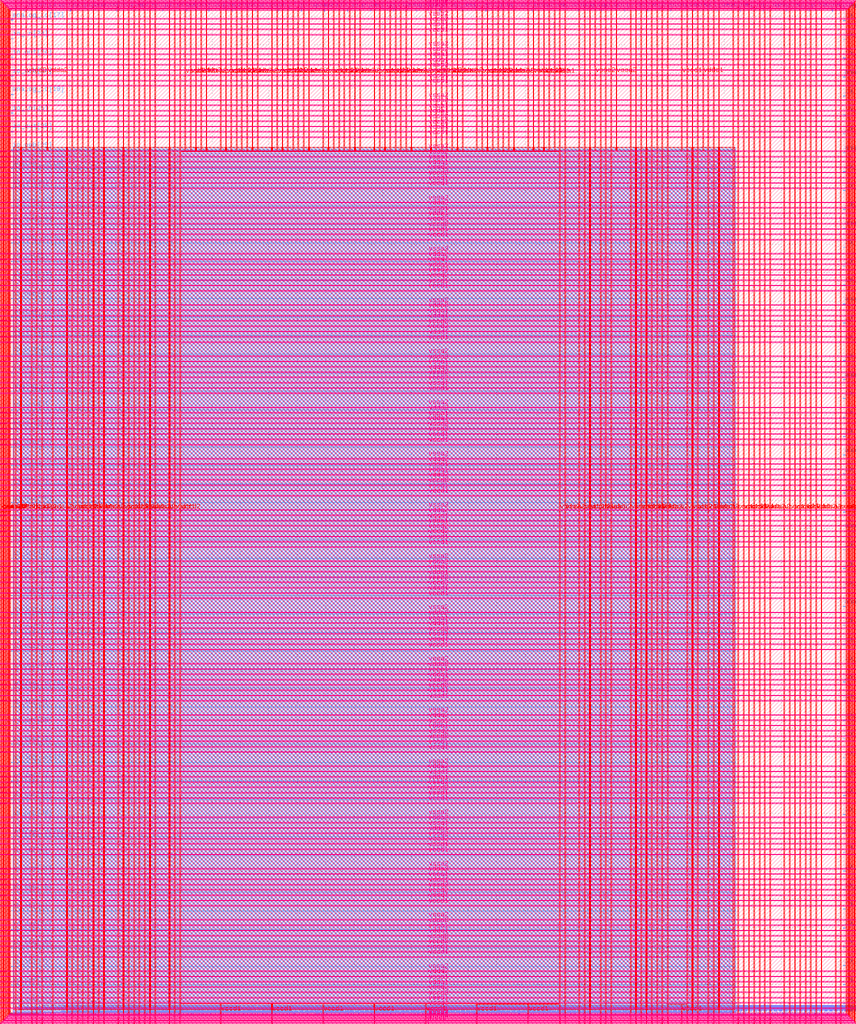
<source format=lef>
<<<<<<< HEAD
VERSION 5.7 ;
  NOWIREEXTENSIONATPIN ON ;
  DIVIDERCHAR "/" ;
  BUSBITCHARS "[]" ;
MACRO user_project_wrapper
  CLASS BLOCK ;
  FOREIGN user_project_wrapper ;
  ORIGIN 0.000 0.000 ;
  SIZE 2920.000 BY 3520.000 ;
  PIN analog_io[0]
    DIRECTION INOUT ;
    USE SIGNAL ;
    PORT
      LAYER met3 ;
        RECT 2917.600 1426.380 2924.800 1427.580 ;
    END
  END analog_io[0]
  PIN analog_io[10]
    DIRECTION INOUT ;
    USE SIGNAL ;
    PORT
      LAYER met2 ;
        RECT 2230.490 3517.600 2231.050 3524.800 ;
    END
  END analog_io[10]
  PIN analog_io[11]
    DIRECTION INOUT ;
    USE SIGNAL ;
    PORT
      LAYER met2 ;
        RECT 1905.730 3517.600 1906.290 3524.800 ;
    END
  END analog_io[11]
  PIN analog_io[12]
    DIRECTION INOUT ;
    USE SIGNAL ;
    PORT
      LAYER met2 ;
        RECT 1581.430 3517.600 1581.990 3524.800 ;
    END
  END analog_io[12]
  PIN analog_io[13]
    DIRECTION INOUT ;
    USE SIGNAL ;
    PORT
      LAYER met2 ;
        RECT 1257.130 3517.600 1257.690 3524.800 ;
    END
  END analog_io[13]
  PIN analog_io[14]
    DIRECTION INOUT ;
    USE SIGNAL ;
    PORT
      LAYER met2 ;
        RECT 932.370 3517.600 932.930 3524.800 ;
    END
  END analog_io[14]
  PIN analog_io[15]
    DIRECTION INOUT ;
    USE SIGNAL ;
    PORT
      LAYER met2 ;
        RECT 608.070 3517.600 608.630 3524.800 ;
    END
  END analog_io[15]
  PIN analog_io[16]
    DIRECTION INOUT ;
    USE SIGNAL ;
    PORT
      LAYER met2 ;
        RECT 283.770 3517.600 284.330 3524.800 ;
    END
  END analog_io[16]
  PIN analog_io[17]
    DIRECTION INOUT ;
    USE SIGNAL ;
    PORT
      LAYER met3 ;
        RECT -4.800 3486.100 2.400 3487.300 ;
    END
  END analog_io[17]
  PIN analog_io[18]
    DIRECTION INOUT ;
    USE SIGNAL ;
    PORT
      LAYER met3 ;
        RECT -4.800 3224.980 2.400 3226.180 ;
    END
  END analog_io[18]
  PIN analog_io[19]
    DIRECTION INOUT ;
    USE SIGNAL ;
    PORT
      LAYER met3 ;
        RECT -4.800 2964.540 2.400 2965.740 ;
    END
  END analog_io[19]
  PIN analog_io[1]
    DIRECTION INOUT ;
    USE SIGNAL ;
    PORT
      LAYER met3 ;
        RECT 2917.600 1692.260 2924.800 1693.460 ;
    END
  END analog_io[1]
  PIN analog_io[20]
    DIRECTION INOUT ;
    USE SIGNAL ;
    PORT
      LAYER met3 ;
        RECT -4.800 2703.420 2.400 2704.620 ;
    END
  END analog_io[20]
  PIN analog_io[21]
    DIRECTION INOUT ;
    USE SIGNAL ;
    PORT
      LAYER met3 ;
        RECT -4.800 2442.980 2.400 2444.180 ;
    END
  END analog_io[21]
  PIN analog_io[22]
    DIRECTION INOUT ;
    USE SIGNAL ;
    PORT
      LAYER met3 ;
        RECT -4.800 2182.540 2.400 2183.740 ;
    END
  END analog_io[22]
  PIN analog_io[23]
    DIRECTION INOUT ;
    USE SIGNAL ;
    PORT
      LAYER met3 ;
        RECT -4.800 1921.420 2.400 1922.620 ;
    END
  END analog_io[23]
  PIN analog_io[24]
    DIRECTION INOUT ;
    USE SIGNAL ;
    PORT
      LAYER met3 ;
        RECT -4.800 1660.980 2.400 1662.180 ;
    END
  END analog_io[24]
  PIN analog_io[25]
    DIRECTION INOUT ;
    USE SIGNAL ;
    PORT
      LAYER met3 ;
        RECT -4.800 1399.860 2.400 1401.060 ;
    END
  END analog_io[25]
  PIN analog_io[26]
    DIRECTION INOUT ;
    USE SIGNAL ;
    PORT
      LAYER met3 ;
        RECT -4.800 1139.420 2.400 1140.620 ;
    END
  END analog_io[26]
  PIN analog_io[27]
    DIRECTION INOUT ;
    USE SIGNAL ;
    PORT
      LAYER met3 ;
        RECT -4.800 878.980 2.400 880.180 ;
    END
  END analog_io[27]
  PIN analog_io[28]
    DIRECTION INOUT ;
    USE SIGNAL ;
    PORT
      LAYER met3 ;
        RECT -4.800 617.860 2.400 619.060 ;
    END
  END analog_io[28]
  PIN analog_io[2]
    DIRECTION INOUT ;
    USE SIGNAL ;
    PORT
      LAYER met3 ;
        RECT 2917.600 1958.140 2924.800 1959.340 ;
    END
  END analog_io[2]
  PIN analog_io[3]
    DIRECTION INOUT ;
    USE SIGNAL ;
    PORT
      LAYER met3 ;
        RECT 2917.600 2223.340 2924.800 2224.540 ;
    END
  END analog_io[3]
  PIN analog_io[4]
    DIRECTION INOUT ;
    USE SIGNAL ;
    PORT
      LAYER met3 ;
        RECT 2917.600 2489.220 2924.800 2490.420 ;
    END
  END analog_io[4]
  PIN analog_io[5]
    DIRECTION INOUT ;
    USE SIGNAL ;
    PORT
      LAYER met3 ;
        RECT 2917.600 2755.100 2924.800 2756.300 ;
    END
  END analog_io[5]
  PIN analog_io[6]
    DIRECTION INOUT ;
    USE SIGNAL ;
    PORT
      LAYER met3 ;
        RECT 2917.600 3020.300 2924.800 3021.500 ;
    END
  END analog_io[6]
  PIN analog_io[7]
    DIRECTION INOUT ;
    USE SIGNAL ;
    PORT
      LAYER met3 ;
        RECT 2917.600 3286.180 2924.800 3287.380 ;
    END
  END analog_io[7]
  PIN analog_io[8]
    DIRECTION INOUT ;
    USE SIGNAL ;
    PORT
      LAYER met2 ;
        RECT 2879.090 3517.600 2879.650 3524.800 ;
    END
  END analog_io[8]
  PIN analog_io[9]
    DIRECTION INOUT ;
    USE SIGNAL ;
    PORT
      LAYER met2 ;
        RECT 2554.790 3517.600 2555.350 3524.800 ;
    END
  END analog_io[9]
  PIN io_in[0]
    DIRECTION INPUT ;
    USE SIGNAL ;
    PORT
      LAYER met3 ;
        RECT 2917.600 32.380 2924.800 33.580 ;
    END
  END io_in[0]
  PIN io_in[10]
    DIRECTION INPUT ;
    USE SIGNAL ;
    PORT
      LAYER met3 ;
        RECT 2917.600 2289.980 2924.800 2291.180 ;
    END
  END io_in[10]
  PIN io_in[11]
    DIRECTION INPUT ;
    USE SIGNAL ;
    PORT
      LAYER met3 ;
        RECT 2917.600 2555.860 2924.800 2557.060 ;
    END
  END io_in[11]
  PIN io_in[12]
    DIRECTION INPUT ;
    USE SIGNAL ;
    PORT
      LAYER met3 ;
        RECT 2917.600 2821.060 2924.800 2822.260 ;
    END
  END io_in[12]
  PIN io_in[13]
    DIRECTION INPUT ;
    USE SIGNAL ;
    PORT
      LAYER met3 ;
        RECT 2917.600 3086.940 2924.800 3088.140 ;
    END
  END io_in[13]
  PIN io_in[14]
    DIRECTION INPUT ;
    USE SIGNAL ;
    PORT
      LAYER met3 ;
        RECT 2917.600 3352.820 2924.800 3354.020 ;
    END
  END io_in[14]
  PIN io_in[15]
    DIRECTION INPUT ;
    USE SIGNAL ;
    PORT
      LAYER met2 ;
        RECT 2798.130 3517.600 2798.690 3524.800 ;
    END
  END io_in[15]
  PIN io_in[16]
    DIRECTION INPUT ;
    USE SIGNAL ;
    PORT
      LAYER met2 ;
        RECT 2473.830 3517.600 2474.390 3524.800 ;
    END
  END io_in[16]
  PIN io_in[17]
    DIRECTION INPUT ;
    USE SIGNAL ;
    PORT
      LAYER met2 ;
        RECT 2149.070 3517.600 2149.630 3524.800 ;
    END
  END io_in[17]
  PIN io_in[18]
    DIRECTION INPUT ;
    USE SIGNAL ;
    PORT
      LAYER met2 ;
        RECT 1824.770 3517.600 1825.330 3524.800 ;
    END
  END io_in[18]
  PIN io_in[19]
    DIRECTION INPUT ;
    USE SIGNAL ;
    PORT
      LAYER met2 ;
        RECT 1500.470 3517.600 1501.030 3524.800 ;
    END
  END io_in[19]
  PIN io_in[1]
    DIRECTION INPUT ;
    USE SIGNAL ;
    PORT
      LAYER met3 ;
        RECT 2917.600 230.940 2924.800 232.140 ;
    END
  END io_in[1]
  PIN io_in[20]
    DIRECTION INPUT ;
    USE SIGNAL ;
    PORT
      LAYER met2 ;
        RECT 1175.710 3517.600 1176.270 3524.800 ;
    END
  END io_in[20]
  PIN io_in[21]
    DIRECTION INPUT ;
    USE SIGNAL ;
    PORT
      LAYER met2 ;
        RECT 851.410 3517.600 851.970 3524.800 ;
    END
  END io_in[21]
  PIN io_in[22]
    DIRECTION INPUT ;
    USE SIGNAL ;
    PORT
      LAYER met2 ;
        RECT 527.110 3517.600 527.670 3524.800 ;
    END
  END io_in[22]
  PIN io_in[23]
    DIRECTION INPUT ;
    USE SIGNAL ;
    PORT
      LAYER met2 ;
        RECT 202.350 3517.600 202.910 3524.800 ;
    END
  END io_in[23]
  PIN io_in[24]
    DIRECTION INPUT ;
    USE SIGNAL ;
    PORT
      LAYER met3 ;
        RECT -4.800 3420.820 2.400 3422.020 ;
    END
  END io_in[24]
  PIN io_in[25]
    DIRECTION INPUT ;
    USE SIGNAL ;
    PORT
      LAYER met3 ;
        RECT -4.800 3159.700 2.400 3160.900 ;
    END
  END io_in[25]
  PIN io_in[26]
    DIRECTION INPUT ;
    USE SIGNAL ;
    PORT
      LAYER met3 ;
        RECT -4.800 2899.260 2.400 2900.460 ;
    END
  END io_in[26]
  PIN io_in[27]
    DIRECTION INPUT ;
    USE SIGNAL ;
    PORT
      LAYER met3 ;
        RECT -4.800 2638.820 2.400 2640.020 ;
    END
  END io_in[27]
  PIN io_in[28]
    DIRECTION INPUT ;
    USE SIGNAL ;
    PORT
      LAYER met3 ;
        RECT -4.800 2377.700 2.400 2378.900 ;
    END
  END io_in[28]
  PIN io_in[29]
    DIRECTION INPUT ;
    USE SIGNAL ;
    PORT
      LAYER met3 ;
        RECT -4.800 2117.260 2.400 2118.460 ;
    END
  END io_in[29]
  PIN io_in[2]
    DIRECTION INPUT ;
    USE SIGNAL ;
    PORT
      LAYER met3 ;
        RECT 2917.600 430.180 2924.800 431.380 ;
    END
  END io_in[2]
  PIN io_in[30]
    DIRECTION INPUT ;
    USE SIGNAL ;
    PORT
      LAYER met3 ;
        RECT -4.800 1856.140 2.400 1857.340 ;
    END
  END io_in[30]
  PIN io_in[31]
    DIRECTION INPUT ;
    USE SIGNAL ;
    PORT
      LAYER met3 ;
        RECT -4.800 1595.700 2.400 1596.900 ;
    END
  END io_in[31]
  PIN io_in[32]
    DIRECTION INPUT ;
    USE SIGNAL ;
    PORT
      LAYER met3 ;
        RECT -4.800 1335.260 2.400 1336.460 ;
    END
  END io_in[32]
  PIN io_in[33]
    DIRECTION INPUT ;
    USE SIGNAL ;
    PORT
      LAYER met3 ;
        RECT -4.800 1074.140 2.400 1075.340 ;
    END
  END io_in[33]
  PIN io_in[34]
    DIRECTION INPUT ;
    USE SIGNAL ;
    PORT
      LAYER met3 ;
        RECT -4.800 813.700 2.400 814.900 ;
    END
  END io_in[34]
  PIN io_in[35]
    DIRECTION INPUT ;
    USE SIGNAL ;
    PORT
      LAYER met3 ;
        RECT -4.800 552.580 2.400 553.780 ;
    END
  END io_in[35]
  PIN io_in[36]
    DIRECTION INPUT ;
    USE SIGNAL ;
    PORT
      LAYER met3 ;
        RECT -4.800 357.420 2.400 358.620 ;
    END
  END io_in[36]
  PIN io_in[37]
    DIRECTION INPUT ;
    USE SIGNAL ;
    PORT
      LAYER met3 ;
        RECT -4.800 161.580 2.400 162.780 ;
    END
  END io_in[37]
  PIN io_in[3]
    DIRECTION INPUT ;
    USE SIGNAL ;
    PORT
      LAYER met3 ;
        RECT 2917.600 629.420 2924.800 630.620 ;
    END
  END io_in[3]
  PIN io_in[4]
    DIRECTION INPUT ;
    USE SIGNAL ;
    PORT
      LAYER met3 ;
        RECT 2917.600 828.660 2924.800 829.860 ;
    END
  END io_in[4]
  PIN io_in[5]
    DIRECTION INPUT ;
    USE SIGNAL ;
    PORT
      LAYER met3 ;
        RECT 2917.600 1027.900 2924.800 1029.100 ;
    END
  END io_in[5]
  PIN io_in[6]
    DIRECTION INPUT ;
    USE SIGNAL ;
    PORT
      LAYER met3 ;
        RECT 2917.600 1227.140 2924.800 1228.340 ;
    END
  END io_in[6]
  PIN io_in[7]
    DIRECTION INPUT ;
    USE SIGNAL ;
    PORT
      LAYER met3 ;
        RECT 2917.600 1493.020 2924.800 1494.220 ;
    END
  END io_in[7]
  PIN io_in[8]
    DIRECTION INPUT ;
    USE SIGNAL ;
    PORT
      LAYER met3 ;
        RECT 2917.600 1758.900 2924.800 1760.100 ;
    END
  END io_in[8]
  PIN io_in[9]
    DIRECTION INPUT ;
    USE SIGNAL ;
    PORT
      LAYER met3 ;
        RECT 2917.600 2024.100 2924.800 2025.300 ;
    END
  END io_in[9]
  PIN io_oeb[0]
    DIRECTION OUTPUT TRISTATE ;
    USE SIGNAL ;
    PORT
      LAYER met3 ;
        RECT 2917.600 164.980 2924.800 166.180 ;
    END
  END io_oeb[0]
  PIN io_oeb[10]
    DIRECTION OUTPUT TRISTATE ;
    USE SIGNAL ;
    PORT
      LAYER met3 ;
        RECT 2917.600 2422.580 2924.800 2423.780 ;
    END
  END io_oeb[10]
  PIN io_oeb[11]
    DIRECTION OUTPUT TRISTATE ;
    USE SIGNAL ;
    PORT
      LAYER met3 ;
        RECT 2917.600 2688.460 2924.800 2689.660 ;
    END
  END io_oeb[11]
  PIN io_oeb[12]
    DIRECTION OUTPUT TRISTATE ;
    USE SIGNAL ;
    PORT
      LAYER met3 ;
        RECT 2917.600 2954.340 2924.800 2955.540 ;
    END
  END io_oeb[12]
  PIN io_oeb[13]
    DIRECTION OUTPUT TRISTATE ;
    USE SIGNAL ;
    PORT
      LAYER met3 ;
        RECT 2917.600 3219.540 2924.800 3220.740 ;
    END
  END io_oeb[13]
  PIN io_oeb[14]
    DIRECTION OUTPUT TRISTATE ;
    USE SIGNAL ;
    PORT
      LAYER met3 ;
        RECT 2917.600 3485.420 2924.800 3486.620 ;
    END
  END io_oeb[14]
  PIN io_oeb[15]
    DIRECTION OUTPUT TRISTATE ;
    USE SIGNAL ;
    PORT
      LAYER met2 ;
        RECT 2635.750 3517.600 2636.310 3524.800 ;
    END
  END io_oeb[15]
  PIN io_oeb[16]
    DIRECTION OUTPUT TRISTATE ;
    USE SIGNAL ;
    PORT
      LAYER met2 ;
        RECT 2311.450 3517.600 2312.010 3524.800 ;
    END
  END io_oeb[16]
  PIN io_oeb[17]
    DIRECTION OUTPUT TRISTATE ;
    USE SIGNAL ;
    PORT
      LAYER met2 ;
        RECT 1987.150 3517.600 1987.710 3524.800 ;
    END
  END io_oeb[17]
  PIN io_oeb[18]
    DIRECTION OUTPUT TRISTATE ;
    USE SIGNAL ;
    PORT
      LAYER met2 ;
        RECT 1662.390 3517.600 1662.950 3524.800 ;
    END
  END io_oeb[18]
  PIN io_oeb[19]
    DIRECTION OUTPUT TRISTATE ;
    USE SIGNAL ;
    PORT
      LAYER met2 ;
        RECT 1338.090 3517.600 1338.650 3524.800 ;
    END
  END io_oeb[19]
  PIN io_oeb[1]
    DIRECTION OUTPUT TRISTATE ;
    USE SIGNAL ;
    PORT
      LAYER met3 ;
        RECT 2917.600 364.220 2924.800 365.420 ;
    END
  END io_oeb[1]
  PIN io_oeb[20]
    DIRECTION OUTPUT TRISTATE ;
    USE SIGNAL ;
    PORT
      LAYER met2 ;
        RECT 1013.790 3517.600 1014.350 3524.800 ;
    END
  END io_oeb[20]
  PIN io_oeb[21]
    DIRECTION OUTPUT TRISTATE ;
    USE SIGNAL ;
    PORT
      LAYER met2 ;
        RECT 689.030 3517.600 689.590 3524.800 ;
    END
  END io_oeb[21]
  PIN io_oeb[22]
    DIRECTION OUTPUT TRISTATE ;
    USE SIGNAL ;
    PORT
      LAYER met2 ;
        RECT 364.730 3517.600 365.290 3524.800 ;
    END
  END io_oeb[22]
  PIN io_oeb[23]
    DIRECTION OUTPUT TRISTATE ;
    USE SIGNAL ;
    PORT
      LAYER met2 ;
        RECT 40.430 3517.600 40.990 3524.800 ;
    END
  END io_oeb[23]
  PIN io_oeb[24]
    DIRECTION OUTPUT TRISTATE ;
    USE SIGNAL ;
    PORT
      LAYER met3 ;
        RECT -4.800 3290.260 2.400 3291.460 ;
    END
  END io_oeb[24]
  PIN io_oeb[25]
    DIRECTION OUTPUT TRISTATE ;
    USE SIGNAL ;
    PORT
      LAYER met3 ;
        RECT -4.800 3029.820 2.400 3031.020 ;
    END
  END io_oeb[25]
  PIN io_oeb[26]
    DIRECTION OUTPUT TRISTATE ;
    USE SIGNAL ;
    PORT
      LAYER met3 ;
        RECT -4.800 2768.700 2.400 2769.900 ;
    END
  END io_oeb[26]
  PIN io_oeb[27]
    DIRECTION OUTPUT TRISTATE ;
    USE SIGNAL ;
    PORT
      LAYER met3 ;
        RECT -4.800 2508.260 2.400 2509.460 ;
    END
  END io_oeb[27]
  PIN io_oeb[28]
    DIRECTION OUTPUT TRISTATE ;
    USE SIGNAL ;
    PORT
      LAYER met3 ;
        RECT -4.800 2247.140 2.400 2248.340 ;
    END
  END io_oeb[28]
  PIN io_oeb[29]
    DIRECTION OUTPUT TRISTATE ;
    USE SIGNAL ;
    PORT
      LAYER met3 ;
        RECT -4.800 1986.700 2.400 1987.900 ;
    END
  END io_oeb[29]
  PIN io_oeb[2]
    DIRECTION OUTPUT TRISTATE ;
    USE SIGNAL ;
    PORT
      LAYER met3 ;
        RECT 2917.600 563.460 2924.800 564.660 ;
    END
  END io_oeb[2]
  PIN io_oeb[30]
    DIRECTION OUTPUT TRISTATE ;
    USE SIGNAL ;
    PORT
      LAYER met3 ;
        RECT -4.800 1726.260 2.400 1727.460 ;
    END
  END io_oeb[30]
  PIN io_oeb[31]
    DIRECTION OUTPUT TRISTATE ;
    USE SIGNAL ;
    PORT
      LAYER met3 ;
        RECT -4.800 1465.140 2.400 1466.340 ;
    END
  END io_oeb[31]
  PIN io_oeb[32]
    DIRECTION OUTPUT TRISTATE ;
    USE SIGNAL ;
    PORT
      LAYER met3 ;
        RECT -4.800 1204.700 2.400 1205.900 ;
    END
  END io_oeb[32]
  PIN io_oeb[33]
    DIRECTION OUTPUT TRISTATE ;
    USE SIGNAL ;
    PORT
      LAYER met3 ;
        RECT -4.800 943.580 2.400 944.780 ;
    END
  END io_oeb[33]
  PIN io_oeb[34]
    DIRECTION OUTPUT TRISTATE ;
    USE SIGNAL ;
    PORT
      LAYER met3 ;
        RECT -4.800 683.140 2.400 684.340 ;
    END
  END io_oeb[34]
  PIN io_oeb[35]
    DIRECTION OUTPUT TRISTATE ;
    USE SIGNAL ;
    PORT
      LAYER met3 ;
        RECT -4.800 422.700 2.400 423.900 ;
    END
  END io_oeb[35]
  PIN io_oeb[36]
    DIRECTION OUTPUT TRISTATE ;
    USE SIGNAL ;
    PORT
      LAYER met3 ;
        RECT -4.800 226.860 2.400 228.060 ;
    END
  END io_oeb[36]
  PIN io_oeb[37]
    DIRECTION OUTPUT TRISTATE ;
    USE SIGNAL ;
    PORT
      LAYER met3 ;
        RECT -4.800 31.700 2.400 32.900 ;
    END
  END io_oeb[37]
  PIN io_oeb[3]
    DIRECTION OUTPUT TRISTATE ;
    USE SIGNAL ;
    PORT
      LAYER met3 ;
        RECT 2917.600 762.700 2924.800 763.900 ;
    END
  END io_oeb[3]
  PIN io_oeb[4]
    DIRECTION OUTPUT TRISTATE ;
    USE SIGNAL ;
    PORT
      LAYER met3 ;
        RECT 2917.600 961.940 2924.800 963.140 ;
    END
  END io_oeb[4]
  PIN io_oeb[5]
    DIRECTION OUTPUT TRISTATE ;
    USE SIGNAL ;
    PORT
      LAYER met3 ;
        RECT 2917.600 1161.180 2924.800 1162.380 ;
    END
  END io_oeb[5]
  PIN io_oeb[6]
    DIRECTION OUTPUT TRISTATE ;
    USE SIGNAL ;
    PORT
      LAYER met3 ;
        RECT 2917.600 1360.420 2924.800 1361.620 ;
    END
  END io_oeb[6]
  PIN io_oeb[7]
    DIRECTION OUTPUT TRISTATE ;
    USE SIGNAL ;
    PORT
      LAYER met3 ;
        RECT 2917.600 1625.620 2924.800 1626.820 ;
    END
  END io_oeb[7]
  PIN io_oeb[8]
    DIRECTION OUTPUT TRISTATE ;
    USE SIGNAL ;
    PORT
      LAYER met3 ;
        RECT 2917.600 1891.500 2924.800 1892.700 ;
    END
  END io_oeb[8]
  PIN io_oeb[9]
    DIRECTION OUTPUT TRISTATE ;
    USE SIGNAL ;
    PORT
      LAYER met3 ;
        RECT 2917.600 2157.380 2924.800 2158.580 ;
    END
  END io_oeb[9]
  PIN io_out[0]
    DIRECTION OUTPUT TRISTATE ;
    USE SIGNAL ;
    PORT
      LAYER met3 ;
        RECT 2917.600 98.340 2924.800 99.540 ;
    END
  END io_out[0]
  PIN io_out[10]
    DIRECTION OUTPUT TRISTATE ;
    USE SIGNAL ;
    PORT
      LAYER met3 ;
        RECT 2917.600 2356.620 2924.800 2357.820 ;
    END
  END io_out[10]
  PIN io_out[11]
    DIRECTION OUTPUT TRISTATE ;
    USE SIGNAL ;
    PORT
      LAYER met3 ;
        RECT 2917.600 2621.820 2924.800 2623.020 ;
    END
  END io_out[11]
  PIN io_out[12]
    DIRECTION OUTPUT TRISTATE ;
    USE SIGNAL ;
    PORT
      LAYER met3 ;
        RECT 2917.600 2887.700 2924.800 2888.900 ;
    END
  END io_out[12]
  PIN io_out[13]
    DIRECTION OUTPUT TRISTATE ;
    USE SIGNAL ;
    PORT
      LAYER met3 ;
        RECT 2917.600 3153.580 2924.800 3154.780 ;
    END
  END io_out[13]
  PIN io_out[14]
    DIRECTION OUTPUT TRISTATE ;
    USE SIGNAL ;
    PORT
      LAYER met3 ;
        RECT 2917.600 3418.780 2924.800 3419.980 ;
    END
  END io_out[14]
  PIN io_out[15]
    DIRECTION OUTPUT TRISTATE ;
    USE SIGNAL ;
    PORT
      LAYER met2 ;
        RECT 2717.170 3517.600 2717.730 3524.800 ;
    END
  END io_out[15]
  PIN io_out[16]
    DIRECTION OUTPUT TRISTATE ;
    USE SIGNAL ;
    PORT
      LAYER met2 ;
        RECT 2392.410 3517.600 2392.970 3524.800 ;
    END
  END io_out[16]
  PIN io_out[17]
    DIRECTION OUTPUT TRISTATE ;
    USE SIGNAL ;
    PORT
      LAYER met2 ;
        RECT 2068.110 3517.600 2068.670 3524.800 ;
    END
  END io_out[17]
  PIN io_out[18]
    DIRECTION OUTPUT TRISTATE ;
    USE SIGNAL ;
    PORT
      LAYER met2 ;
        RECT 1743.810 3517.600 1744.370 3524.800 ;
    END
  END io_out[18]
  PIN io_out[19]
    DIRECTION OUTPUT TRISTATE ;
    USE SIGNAL ;
    PORT
      LAYER met2 ;
        RECT 1419.050 3517.600 1419.610 3524.800 ;
    END
  END io_out[19]
  PIN io_out[1]
    DIRECTION OUTPUT TRISTATE ;
    USE SIGNAL ;
    PORT
      LAYER met3 ;
        RECT 2917.600 297.580 2924.800 298.780 ;
    END
  END io_out[1]
  PIN io_out[20]
    DIRECTION OUTPUT TRISTATE ;
    USE SIGNAL ;
    PORT
      LAYER met2 ;
        RECT 1094.750 3517.600 1095.310 3524.800 ;
    END
  END io_out[20]
  PIN io_out[21]
    DIRECTION OUTPUT TRISTATE ;
    USE SIGNAL ;
    PORT
      LAYER met2 ;
        RECT 770.450 3517.600 771.010 3524.800 ;
    END
  END io_out[21]
  PIN io_out[22]
    DIRECTION OUTPUT TRISTATE ;
    USE SIGNAL ;
    PORT
      LAYER met2 ;
        RECT 445.690 3517.600 446.250 3524.800 ;
    END
  END io_out[22]
  PIN io_out[23]
    DIRECTION OUTPUT TRISTATE ;
    USE SIGNAL ;
    PORT
      LAYER met2 ;
        RECT 121.390 3517.600 121.950 3524.800 ;
    END
  END io_out[23]
  PIN io_out[24]
    DIRECTION OUTPUT TRISTATE ;
    USE SIGNAL ;
    PORT
      LAYER met3 ;
        RECT -4.800 3355.540 2.400 3356.740 ;
    END
  END io_out[24]
  PIN io_out[25]
    DIRECTION OUTPUT TRISTATE ;
    USE SIGNAL ;
    PORT
      LAYER met3 ;
        RECT -4.800 3095.100 2.400 3096.300 ;
    END
  END io_out[25]
  PIN io_out[26]
    DIRECTION OUTPUT TRISTATE ;
    USE SIGNAL ;
    PORT
      LAYER met3 ;
        RECT -4.800 2833.980 2.400 2835.180 ;
    END
  END io_out[26]
  PIN io_out[27]
    DIRECTION OUTPUT TRISTATE ;
    USE SIGNAL ;
    PORT
      LAYER met3 ;
        RECT -4.800 2573.540 2.400 2574.740 ;
    END
  END io_out[27]
  PIN io_out[28]
    DIRECTION OUTPUT TRISTATE ;
    USE SIGNAL ;
    PORT
      LAYER met3 ;
        RECT -4.800 2312.420 2.400 2313.620 ;
    END
  END io_out[28]
  PIN io_out[29]
    DIRECTION OUTPUT TRISTATE ;
    USE SIGNAL ;
    PORT
      LAYER met3 ;
        RECT -4.800 2051.980 2.400 2053.180 ;
    END
  END io_out[29]
  PIN io_out[2]
    DIRECTION OUTPUT TRISTATE ;
    USE SIGNAL ;
    PORT
      LAYER met3 ;
        RECT 2917.600 496.820 2924.800 498.020 ;
    END
  END io_out[2]
  PIN io_out[30]
    DIRECTION OUTPUT TRISTATE ;
    USE SIGNAL ;
    PORT
      LAYER met3 ;
        RECT -4.800 1791.540 2.400 1792.740 ;
    END
  END io_out[30]
  PIN io_out[31]
    DIRECTION OUTPUT TRISTATE ;
    USE SIGNAL ;
    PORT
      LAYER met3 ;
        RECT -4.800 1530.420 2.400 1531.620 ;
    END
  END io_out[31]
  PIN io_out[32]
    DIRECTION OUTPUT TRISTATE ;
    USE SIGNAL ;
    PORT
      LAYER met3 ;
        RECT -4.800 1269.980 2.400 1271.180 ;
    END
  END io_out[32]
  PIN io_out[33]
    DIRECTION OUTPUT TRISTATE ;
    USE SIGNAL ;
    PORT
      LAYER met3 ;
        RECT -4.800 1008.860 2.400 1010.060 ;
    END
  END io_out[33]
  PIN io_out[34]
    DIRECTION OUTPUT TRISTATE ;
    USE SIGNAL ;
    PORT
      LAYER met3 ;
        RECT -4.800 748.420 2.400 749.620 ;
    END
  END io_out[34]
  PIN io_out[35]
    DIRECTION OUTPUT TRISTATE ;
    USE SIGNAL ;
    PORT
      LAYER met3 ;
        RECT -4.800 487.300 2.400 488.500 ;
    END
  END io_out[35]
  PIN io_out[36]
    DIRECTION OUTPUT TRISTATE ;
    USE SIGNAL ;
    PORT
      LAYER met3 ;
        RECT -4.800 292.140 2.400 293.340 ;
    END
  END io_out[36]
  PIN io_out[37]
    DIRECTION OUTPUT TRISTATE ;
    USE SIGNAL ;
    PORT
      LAYER met3 ;
        RECT -4.800 96.300 2.400 97.500 ;
    END
  END io_out[37]
  PIN io_out[3]
    DIRECTION OUTPUT TRISTATE ;
    USE SIGNAL ;
    PORT
      LAYER met3 ;
        RECT 2917.600 696.060 2924.800 697.260 ;
    END
  END io_out[3]
  PIN io_out[4]
    DIRECTION OUTPUT TRISTATE ;
    USE SIGNAL ;
    PORT
      LAYER met3 ;
        RECT 2917.600 895.300 2924.800 896.500 ;
    END
  END io_out[4]
  PIN io_out[5]
    DIRECTION OUTPUT TRISTATE ;
    USE SIGNAL ;
    PORT
      LAYER met3 ;
        RECT 2917.600 1094.540 2924.800 1095.740 ;
    END
  END io_out[5]
  PIN io_out[6]
    DIRECTION OUTPUT TRISTATE ;
    USE SIGNAL ;
    PORT
      LAYER met3 ;
        RECT 2917.600 1293.780 2924.800 1294.980 ;
    END
  END io_out[6]
  PIN io_out[7]
    DIRECTION OUTPUT TRISTATE ;
    USE SIGNAL ;
    PORT
      LAYER met3 ;
        RECT 2917.600 1559.660 2924.800 1560.860 ;
    END
  END io_out[7]
  PIN io_out[8]
    DIRECTION OUTPUT TRISTATE ;
    USE SIGNAL ;
    PORT
      LAYER met3 ;
        RECT 2917.600 1824.860 2924.800 1826.060 ;
    END
  END io_out[8]
  PIN io_out[9]
    DIRECTION OUTPUT TRISTATE ;
    USE SIGNAL ;
    PORT
      LAYER met3 ;
        RECT 2917.600 2090.740 2924.800 2091.940 ;
    END
  END io_out[9]
  PIN la_data_in[0]
    DIRECTION INPUT ;
    USE SIGNAL ;
    PORT
      LAYER met2 ;
        RECT 629.230 -4.800 629.790 2.400 ;
    END
  END la_data_in[0]
  PIN la_data_in[100]
    DIRECTION INPUT ;
    USE SIGNAL ;
    PORT
      LAYER met2 ;
        RECT 2402.530 -4.800 2403.090 2.400 ;
    END
  END la_data_in[100]
  PIN la_data_in[101]
    DIRECTION INPUT ;
    USE SIGNAL ;
    PORT
      LAYER met2 ;
        RECT 2420.010 -4.800 2420.570 2.400 ;
    END
  END la_data_in[101]
  PIN la_data_in[102]
    DIRECTION INPUT ;
    USE SIGNAL ;
    PORT
      LAYER met2 ;
        RECT 2437.950 -4.800 2438.510 2.400 ;
    END
  END la_data_in[102]
  PIN la_data_in[103]
    DIRECTION INPUT ;
    USE SIGNAL ;
    PORT
      LAYER met2 ;
        RECT 2455.430 -4.800 2455.990 2.400 ;
    END
  END la_data_in[103]
  PIN la_data_in[104]
    DIRECTION INPUT ;
    USE SIGNAL ;
    PORT
      LAYER met2 ;
        RECT 2473.370 -4.800 2473.930 2.400 ;
    END
  END la_data_in[104]
  PIN la_data_in[105]
    DIRECTION INPUT ;
    USE SIGNAL ;
    PORT
      LAYER met2 ;
        RECT 2490.850 -4.800 2491.410 2.400 ;
    END
  END la_data_in[105]
  PIN la_data_in[106]
    DIRECTION INPUT ;
    USE SIGNAL ;
    PORT
      LAYER met2 ;
        RECT 2508.790 -4.800 2509.350 2.400 ;
    END
  END la_data_in[106]
  PIN la_data_in[107]
    DIRECTION INPUT ;
    USE SIGNAL ;
    PORT
      LAYER met2 ;
        RECT 2526.730 -4.800 2527.290 2.400 ;
    END
  END la_data_in[107]
  PIN la_data_in[108]
    DIRECTION INPUT ;
    USE SIGNAL ;
    PORT
      LAYER met2 ;
        RECT 2544.210 -4.800 2544.770 2.400 ;
    END
  END la_data_in[108]
  PIN la_data_in[109]
    DIRECTION INPUT ;
    USE SIGNAL ;
    PORT
      LAYER met2 ;
        RECT 2562.150 -4.800 2562.710 2.400 ;
    END
  END la_data_in[109]
  PIN la_data_in[10]
    DIRECTION INPUT ;
    USE SIGNAL ;
    PORT
      LAYER met2 ;
        RECT 806.330 -4.800 806.890 2.400 ;
    END
  END la_data_in[10]
  PIN la_data_in[110]
    DIRECTION INPUT ;
    USE SIGNAL ;
    PORT
      LAYER met2 ;
        RECT 2579.630 -4.800 2580.190 2.400 ;
    END
  END la_data_in[110]
  PIN la_data_in[111]
    DIRECTION INPUT ;
    USE SIGNAL ;
    PORT
      LAYER met2 ;
        RECT 2597.570 -4.800 2598.130 2.400 ;
    END
  END la_data_in[111]
  PIN la_data_in[112]
    DIRECTION INPUT ;
    USE SIGNAL ;
    PORT
      LAYER met2 ;
        RECT 2615.050 -4.800 2615.610 2.400 ;
    END
  END la_data_in[112]
  PIN la_data_in[113]
    DIRECTION INPUT ;
    USE SIGNAL ;
    PORT
      LAYER met2 ;
        RECT 2632.990 -4.800 2633.550 2.400 ;
    END
  END la_data_in[113]
  PIN la_data_in[114]
    DIRECTION INPUT ;
    USE SIGNAL ;
    PORT
      LAYER met2 ;
        RECT 2650.470 -4.800 2651.030 2.400 ;
    END
  END la_data_in[114]
  PIN la_data_in[115]
    DIRECTION INPUT ;
    USE SIGNAL ;
    PORT
      LAYER met2 ;
        RECT 2668.410 -4.800 2668.970 2.400 ;
    END
  END la_data_in[115]
  PIN la_data_in[116]
    DIRECTION INPUT ;
    USE SIGNAL ;
    PORT
      LAYER met2 ;
        RECT 2685.890 -4.800 2686.450 2.400 ;
    END
  END la_data_in[116]
  PIN la_data_in[117]
    DIRECTION INPUT ;
    USE SIGNAL ;
    PORT
      LAYER met2 ;
        RECT 2703.830 -4.800 2704.390 2.400 ;
    END
  END la_data_in[117]
  PIN la_data_in[118]
    DIRECTION INPUT ;
    USE SIGNAL ;
    PORT
      LAYER met2 ;
        RECT 2721.770 -4.800 2722.330 2.400 ;
    END
  END la_data_in[118]
  PIN la_data_in[119]
    DIRECTION INPUT ;
    USE SIGNAL ;
    PORT
      LAYER met2 ;
        RECT 2739.250 -4.800 2739.810 2.400 ;
    END
  END la_data_in[119]
  PIN la_data_in[11]
    DIRECTION INPUT ;
    USE SIGNAL ;
    PORT
      LAYER met2 ;
        RECT 824.270 -4.800 824.830 2.400 ;
    END
  END la_data_in[11]
  PIN la_data_in[120]
    DIRECTION INPUT ;
    USE SIGNAL ;
    PORT
      LAYER met2 ;
        RECT 2757.190 -4.800 2757.750 2.400 ;
    END
  END la_data_in[120]
  PIN la_data_in[121]
    DIRECTION INPUT ;
    USE SIGNAL ;
    PORT
      LAYER met2 ;
        RECT 2774.670 -4.800 2775.230 2.400 ;
    END
  END la_data_in[121]
  PIN la_data_in[122]
    DIRECTION INPUT ;
    USE SIGNAL ;
    PORT
      LAYER met2 ;
        RECT 2792.610 -4.800 2793.170 2.400 ;
    END
  END la_data_in[122]
  PIN la_data_in[123]
    DIRECTION INPUT ;
    USE SIGNAL ;
    PORT
      LAYER met2 ;
        RECT 2810.090 -4.800 2810.650 2.400 ;
    END
  END la_data_in[123]
  PIN la_data_in[124]
    DIRECTION INPUT ;
    USE SIGNAL ;
    PORT
      LAYER met2 ;
        RECT 2828.030 -4.800 2828.590 2.400 ;
    END
  END la_data_in[124]
  PIN la_data_in[125]
    DIRECTION INPUT ;
    USE SIGNAL ;
    PORT
      LAYER met2 ;
        RECT 2845.510 -4.800 2846.070 2.400 ;
    END
  END la_data_in[125]
  PIN la_data_in[126]
    DIRECTION INPUT ;
    USE SIGNAL ;
    PORT
      LAYER met2 ;
        RECT 2863.450 -4.800 2864.010 2.400 ;
    END
  END la_data_in[126]
  PIN la_data_in[127]
    DIRECTION INPUT ;
    USE SIGNAL ;
    PORT
      LAYER met2 ;
        RECT 2881.390 -4.800 2881.950 2.400 ;
    END
  END la_data_in[127]
  PIN la_data_in[12]
    DIRECTION INPUT ;
    USE SIGNAL ;
    PORT
      LAYER met2 ;
        RECT 841.750 -4.800 842.310 2.400 ;
    END
  END la_data_in[12]
  PIN la_data_in[13]
    DIRECTION INPUT ;
    USE SIGNAL ;
    PORT
      LAYER met2 ;
        RECT 859.690 -4.800 860.250 2.400 ;
    END
  END la_data_in[13]
  PIN la_data_in[14]
    DIRECTION INPUT ;
    USE SIGNAL ;
    PORT
      LAYER met2 ;
        RECT 877.170 -4.800 877.730 2.400 ;
    END
  END la_data_in[14]
  PIN la_data_in[15]
    DIRECTION INPUT ;
    USE SIGNAL ;
    PORT
      LAYER met2 ;
        RECT 895.110 -4.800 895.670 2.400 ;
    END
  END la_data_in[15]
  PIN la_data_in[16]
    DIRECTION INPUT ;
    USE SIGNAL ;
    PORT
      LAYER met2 ;
        RECT 912.590 -4.800 913.150 2.400 ;
    END
  END la_data_in[16]
  PIN la_data_in[17]
    DIRECTION INPUT ;
    USE SIGNAL ;
    PORT
      LAYER met2 ;
        RECT 930.530 -4.800 931.090 2.400 ;
    END
  END la_data_in[17]
  PIN la_data_in[18]
    DIRECTION INPUT ;
    USE SIGNAL ;
    PORT
      LAYER met2 ;
        RECT 948.470 -4.800 949.030 2.400 ;
    END
  END la_data_in[18]
  PIN la_data_in[19]
    DIRECTION INPUT ;
    USE SIGNAL ;
    PORT
      LAYER met2 ;
        RECT 965.950 -4.800 966.510 2.400 ;
    END
  END la_data_in[19]
  PIN la_data_in[1]
    DIRECTION INPUT ;
    USE SIGNAL ;
    PORT
      LAYER met2 ;
        RECT 646.710 -4.800 647.270 2.400 ;
    END
  END la_data_in[1]
  PIN la_data_in[20]
    DIRECTION INPUT ;
    USE SIGNAL ;
    PORT
      LAYER met2 ;
        RECT 983.890 -4.800 984.450 2.400 ;
    END
  END la_data_in[20]
  PIN la_data_in[21]
    DIRECTION INPUT ;
    USE SIGNAL ;
    PORT
      LAYER met2 ;
        RECT 1001.370 -4.800 1001.930 2.400 ;
    END
  END la_data_in[21]
  PIN la_data_in[22]
    DIRECTION INPUT ;
    USE SIGNAL ;
    PORT
      LAYER met2 ;
        RECT 1019.310 -4.800 1019.870 2.400 ;
    END
  END la_data_in[22]
  PIN la_data_in[23]
    DIRECTION INPUT ;
    USE SIGNAL ;
    PORT
      LAYER met2 ;
        RECT 1036.790 -4.800 1037.350 2.400 ;
    END
  END la_data_in[23]
  PIN la_data_in[24]
    DIRECTION INPUT ;
    USE SIGNAL ;
    PORT
      LAYER met2 ;
        RECT 1054.730 -4.800 1055.290 2.400 ;
    END
  END la_data_in[24]
  PIN la_data_in[25]
    DIRECTION INPUT ;
    USE SIGNAL ;
    PORT
      LAYER met2 ;
        RECT 1072.210 -4.800 1072.770 2.400 ;
    END
  END la_data_in[25]
  PIN la_data_in[26]
    DIRECTION INPUT ;
    USE SIGNAL ;
    PORT
      LAYER met2 ;
        RECT 1090.150 -4.800 1090.710 2.400 ;
    END
  END la_data_in[26]
  PIN la_data_in[27]
    DIRECTION INPUT ;
    USE SIGNAL ;
    PORT
      LAYER met2 ;
        RECT 1107.630 -4.800 1108.190 2.400 ;
    END
  END la_data_in[27]
  PIN la_data_in[28]
    DIRECTION INPUT ;
    USE SIGNAL ;
    PORT
      LAYER met2 ;
        RECT 1125.570 -4.800 1126.130 2.400 ;
    END
  END la_data_in[28]
  PIN la_data_in[29]
    DIRECTION INPUT ;
    USE SIGNAL ;
    PORT
      LAYER met2 ;
        RECT 1143.510 -4.800 1144.070 2.400 ;
    END
  END la_data_in[29]
  PIN la_data_in[2]
    DIRECTION INPUT ;
    USE SIGNAL ;
    PORT
      LAYER met2 ;
        RECT 664.650 -4.800 665.210 2.400 ;
    END
  END la_data_in[2]
  PIN la_data_in[30]
    DIRECTION INPUT ;
    USE SIGNAL ;
    PORT
      LAYER met2 ;
        RECT 1160.990 -4.800 1161.550 2.400 ;
    END
  END la_data_in[30]
  PIN la_data_in[31]
    DIRECTION INPUT ;
    USE SIGNAL ;
    PORT
      LAYER met2 ;
        RECT 1178.930 -4.800 1179.490 2.400 ;
    END
  END la_data_in[31]
  PIN la_data_in[32]
    DIRECTION INPUT ;
    USE SIGNAL ;
    PORT
      LAYER met2 ;
        RECT 1196.410 -4.800 1196.970 2.400 ;
    END
  END la_data_in[32]
  PIN la_data_in[33]
    DIRECTION INPUT ;
    USE SIGNAL ;
    PORT
      LAYER met2 ;
        RECT 1214.350 -4.800 1214.910 2.400 ;
    END
  END la_data_in[33]
  PIN la_data_in[34]
    DIRECTION INPUT ;
    USE SIGNAL ;
    PORT
      LAYER met2 ;
        RECT 1231.830 -4.800 1232.390 2.400 ;
    END
  END la_data_in[34]
  PIN la_data_in[35]
    DIRECTION INPUT ;
    USE SIGNAL ;
    PORT
      LAYER met2 ;
        RECT 1249.770 -4.800 1250.330 2.400 ;
    END
  END la_data_in[35]
  PIN la_data_in[36]
    DIRECTION INPUT ;
    USE SIGNAL ;
    PORT
      LAYER met2 ;
        RECT 1267.250 -4.800 1267.810 2.400 ;
    END
  END la_data_in[36]
  PIN la_data_in[37]
    DIRECTION INPUT ;
    USE SIGNAL ;
    PORT
      LAYER met2 ;
        RECT 1285.190 -4.800 1285.750 2.400 ;
    END
  END la_data_in[37]
  PIN la_data_in[38]
    DIRECTION INPUT ;
    USE SIGNAL ;
    PORT
      LAYER met2 ;
        RECT 1303.130 -4.800 1303.690 2.400 ;
    END
  END la_data_in[38]
  PIN la_data_in[39]
    DIRECTION INPUT ;
    USE SIGNAL ;
    PORT
      LAYER met2 ;
        RECT 1320.610 -4.800 1321.170 2.400 ;
    END
  END la_data_in[39]
  PIN la_data_in[3]
    DIRECTION INPUT ;
    USE SIGNAL ;
    PORT
      LAYER met2 ;
        RECT 682.130 -4.800 682.690 2.400 ;
    END
  END la_data_in[3]
  PIN la_data_in[40]
    DIRECTION INPUT ;
    USE SIGNAL ;
    PORT
      LAYER met2 ;
        RECT 1338.550 -4.800 1339.110 2.400 ;
    END
  END la_data_in[40]
  PIN la_data_in[41]
    DIRECTION INPUT ;
    USE SIGNAL ;
    PORT
      LAYER met2 ;
        RECT 1356.030 -4.800 1356.590 2.400 ;
    END
  END la_data_in[41]
  PIN la_data_in[42]
    DIRECTION INPUT ;
    USE SIGNAL ;
    PORT
      LAYER met2 ;
        RECT 1373.970 -4.800 1374.530 2.400 ;
    END
  END la_data_in[42]
  PIN la_data_in[43]
    DIRECTION INPUT ;
    USE SIGNAL ;
    PORT
      LAYER met2 ;
        RECT 1391.450 -4.800 1392.010 2.400 ;
    END
  END la_data_in[43]
  PIN la_data_in[44]
    DIRECTION INPUT ;
    USE SIGNAL ;
    PORT
      LAYER met2 ;
        RECT 1409.390 -4.800 1409.950 2.400 ;
    END
  END la_data_in[44]
  PIN la_data_in[45]
    DIRECTION INPUT ;
    USE SIGNAL ;
    PORT
      LAYER met2 ;
        RECT 1426.870 -4.800 1427.430 2.400 ;
    END
  END la_data_in[45]
  PIN la_data_in[46]
    DIRECTION INPUT ;
    USE SIGNAL ;
    PORT
      LAYER met2 ;
        RECT 1444.810 -4.800 1445.370 2.400 ;
    END
  END la_data_in[46]
  PIN la_data_in[47]
    DIRECTION INPUT ;
    USE SIGNAL ;
    PORT
      LAYER met2 ;
        RECT 1462.750 -4.800 1463.310 2.400 ;
    END
  END la_data_in[47]
  PIN la_data_in[48]
    DIRECTION INPUT ;
    USE SIGNAL ;
    PORT
      LAYER met2 ;
        RECT 1480.230 -4.800 1480.790 2.400 ;
    END
  END la_data_in[48]
  PIN la_data_in[49]
    DIRECTION INPUT ;
    USE SIGNAL ;
    PORT
      LAYER met2 ;
        RECT 1498.170 -4.800 1498.730 2.400 ;
    END
  END la_data_in[49]
  PIN la_data_in[4]
    DIRECTION INPUT ;
    USE SIGNAL ;
    PORT
      LAYER met2 ;
        RECT 700.070 -4.800 700.630 2.400 ;
    END
  END la_data_in[4]
  PIN la_data_in[50]
    DIRECTION INPUT ;
    USE SIGNAL ;
    PORT
      LAYER met2 ;
        RECT 1515.650 -4.800 1516.210 2.400 ;
    END
  END la_data_in[50]
  PIN la_data_in[51]
    DIRECTION INPUT ;
    USE SIGNAL ;
    PORT
      LAYER met2 ;
        RECT 1533.590 -4.800 1534.150 2.400 ;
    END
  END la_data_in[51]
  PIN la_data_in[52]
    DIRECTION INPUT ;
    USE SIGNAL ;
    PORT
      LAYER met2 ;
        RECT 1551.070 -4.800 1551.630 2.400 ;
    END
  END la_data_in[52]
  PIN la_data_in[53]
    DIRECTION INPUT ;
    USE SIGNAL ;
    PORT
      LAYER met2 ;
        RECT 1569.010 -4.800 1569.570 2.400 ;
    END
  END la_data_in[53]
  PIN la_data_in[54]
    DIRECTION INPUT ;
    USE SIGNAL ;
    PORT
      LAYER met2 ;
        RECT 1586.490 -4.800 1587.050 2.400 ;
    END
  END la_data_in[54]
  PIN la_data_in[55]
    DIRECTION INPUT ;
    USE SIGNAL ;
    PORT
      LAYER met2 ;
        RECT 1604.430 -4.800 1604.990 2.400 ;
    END
  END la_data_in[55]
  PIN la_data_in[56]
    DIRECTION INPUT ;
    USE SIGNAL ;
    PORT
      LAYER met2 ;
        RECT 1621.910 -4.800 1622.470 2.400 ;
    END
  END la_data_in[56]
  PIN la_data_in[57]
    DIRECTION INPUT ;
    USE SIGNAL ;
    PORT
      LAYER met2 ;
        RECT 1639.850 -4.800 1640.410 2.400 ;
    END
  END la_data_in[57]
  PIN la_data_in[58]
    DIRECTION INPUT ;
    USE SIGNAL ;
    PORT
      LAYER met2 ;
        RECT 1657.790 -4.800 1658.350 2.400 ;
    END
  END la_data_in[58]
  PIN la_data_in[59]
    DIRECTION INPUT ;
    USE SIGNAL ;
    PORT
      LAYER met2 ;
        RECT 1675.270 -4.800 1675.830 2.400 ;
    END
  END la_data_in[59]
  PIN la_data_in[5]
    DIRECTION INPUT ;
    USE SIGNAL ;
    PORT
      LAYER met2 ;
        RECT 717.550 -4.800 718.110 2.400 ;
    END
  END la_data_in[5]
  PIN la_data_in[60]
    DIRECTION INPUT ;
    USE SIGNAL ;
    PORT
      LAYER met2 ;
        RECT 1693.210 -4.800 1693.770 2.400 ;
    END
  END la_data_in[60]
  PIN la_data_in[61]
    DIRECTION INPUT ;
    USE SIGNAL ;
    PORT
      LAYER met2 ;
        RECT 1710.690 -4.800 1711.250 2.400 ;
    END
  END la_data_in[61]
  PIN la_data_in[62]
    DIRECTION INPUT ;
    USE SIGNAL ;
    PORT
      LAYER met2 ;
        RECT 1728.630 -4.800 1729.190 2.400 ;
    END
  END la_data_in[62]
  PIN la_data_in[63]
    DIRECTION INPUT ;
    USE SIGNAL ;
    PORT
      LAYER met2 ;
        RECT 1746.110 -4.800 1746.670 2.400 ;
    END
  END la_data_in[63]
  PIN la_data_in[64]
    DIRECTION INPUT ;
    USE SIGNAL ;
    PORT
      LAYER met2 ;
        RECT 1764.050 -4.800 1764.610 2.400 ;
    END
  END la_data_in[64]
  PIN la_data_in[65]
    DIRECTION INPUT ;
    USE SIGNAL ;
    PORT
      LAYER met2 ;
        RECT 1781.530 -4.800 1782.090 2.400 ;
    END
  END la_data_in[65]
  PIN la_data_in[66]
    DIRECTION INPUT ;
    USE SIGNAL ;
    PORT
      LAYER met2 ;
        RECT 1799.470 -4.800 1800.030 2.400 ;
    END
  END la_data_in[66]
  PIN la_data_in[67]
    DIRECTION INPUT ;
    USE SIGNAL ;
    PORT
      LAYER met2 ;
        RECT 1817.410 -4.800 1817.970 2.400 ;
    END
  END la_data_in[67]
  PIN la_data_in[68]
    DIRECTION INPUT ;
    USE SIGNAL ;
    PORT
      LAYER met2 ;
        RECT 1834.890 -4.800 1835.450 2.400 ;
    END
  END la_data_in[68]
  PIN la_data_in[69]
    DIRECTION INPUT ;
    USE SIGNAL ;
    PORT
      LAYER met2 ;
        RECT 1852.830 -4.800 1853.390 2.400 ;
    END
  END la_data_in[69]
  PIN la_data_in[6]
    DIRECTION INPUT ;
    USE SIGNAL ;
    PORT
      LAYER met2 ;
        RECT 735.490 -4.800 736.050 2.400 ;
    END
  END la_data_in[6]
  PIN la_data_in[70]
    DIRECTION INPUT ;
    USE SIGNAL ;
    PORT
      LAYER met2 ;
        RECT 1870.310 -4.800 1870.870 2.400 ;
    END
  END la_data_in[70]
  PIN la_data_in[71]
    DIRECTION INPUT ;
    USE SIGNAL ;
    PORT
      LAYER met2 ;
        RECT 1888.250 -4.800 1888.810 2.400 ;
    END
  END la_data_in[71]
  PIN la_data_in[72]
    DIRECTION INPUT ;
    USE SIGNAL ;
    PORT
      LAYER met2 ;
        RECT 1905.730 -4.800 1906.290 2.400 ;
    END
  END la_data_in[72]
  PIN la_data_in[73]
    DIRECTION INPUT ;
    USE SIGNAL ;
    PORT
      LAYER met2 ;
        RECT 1923.670 -4.800 1924.230 2.400 ;
    END
  END la_data_in[73]
  PIN la_data_in[74]
    DIRECTION INPUT ;
    USE SIGNAL ;
    PORT
      LAYER met2 ;
        RECT 1941.150 -4.800 1941.710 2.400 ;
    END
  END la_data_in[74]
  PIN la_data_in[75]
    DIRECTION INPUT ;
    USE SIGNAL ;
    PORT
      LAYER met2 ;
        RECT 1959.090 -4.800 1959.650 2.400 ;
    END
  END la_data_in[75]
  PIN la_data_in[76]
    DIRECTION INPUT ;
    USE SIGNAL ;
    PORT
      LAYER met2 ;
        RECT 1976.570 -4.800 1977.130 2.400 ;
    END
  END la_data_in[76]
  PIN la_data_in[77]
    DIRECTION INPUT ;
    USE SIGNAL ;
    PORT
      LAYER met2 ;
        RECT 1994.510 -4.800 1995.070 2.400 ;
    END
  END la_data_in[77]
  PIN la_data_in[78]
    DIRECTION INPUT ;
    USE SIGNAL ;
    PORT
      LAYER met2 ;
        RECT 2012.450 -4.800 2013.010 2.400 ;
    END
  END la_data_in[78]
  PIN la_data_in[79]
    DIRECTION INPUT ;
    USE SIGNAL ;
    PORT
      LAYER met2 ;
        RECT 2029.930 -4.800 2030.490 2.400 ;
    END
  END la_data_in[79]
  PIN la_data_in[7]
    DIRECTION INPUT ;
    USE SIGNAL ;
    PORT
      LAYER met2 ;
        RECT 752.970 -4.800 753.530 2.400 ;
    END
  END la_data_in[7]
  PIN la_data_in[80]
    DIRECTION INPUT ;
    USE SIGNAL ;
    PORT
      LAYER met2 ;
        RECT 2047.870 -4.800 2048.430 2.400 ;
    END
  END la_data_in[80]
  PIN la_data_in[81]
    DIRECTION INPUT ;
    USE SIGNAL ;
    PORT
      LAYER met2 ;
        RECT 2065.350 -4.800 2065.910 2.400 ;
    END
  END la_data_in[81]
  PIN la_data_in[82]
    DIRECTION INPUT ;
    USE SIGNAL ;
    PORT
      LAYER met2 ;
        RECT 2083.290 -4.800 2083.850 2.400 ;
    END
  END la_data_in[82]
  PIN la_data_in[83]
    DIRECTION INPUT ;
    USE SIGNAL ;
    PORT
      LAYER met2 ;
        RECT 2100.770 -4.800 2101.330 2.400 ;
    END
  END la_data_in[83]
  PIN la_data_in[84]
    DIRECTION INPUT ;
    USE SIGNAL ;
    PORT
      LAYER met2 ;
        RECT 2118.710 -4.800 2119.270 2.400 ;
    END
  END la_data_in[84]
  PIN la_data_in[85]
    DIRECTION INPUT ;
    USE SIGNAL ;
    PORT
      LAYER met2 ;
        RECT 2136.190 -4.800 2136.750 2.400 ;
    END
  END la_data_in[85]
  PIN la_data_in[86]
    DIRECTION INPUT ;
    USE SIGNAL ;
    PORT
      LAYER met2 ;
        RECT 2154.130 -4.800 2154.690 2.400 ;
    END
  END la_data_in[86]
  PIN la_data_in[87]
    DIRECTION INPUT ;
    USE SIGNAL ;
    PORT
      LAYER met2 ;
        RECT 2172.070 -4.800 2172.630 2.400 ;
    END
  END la_data_in[87]
  PIN la_data_in[88]
    DIRECTION INPUT ;
    USE SIGNAL ;
    PORT
      LAYER met2 ;
        RECT 2189.550 -4.800 2190.110 2.400 ;
    END
  END la_data_in[88]
  PIN la_data_in[89]
    DIRECTION INPUT ;
    USE SIGNAL ;
    PORT
      LAYER met2 ;
        RECT 2207.490 -4.800 2208.050 2.400 ;
    END
  END la_data_in[89]
  PIN la_data_in[8]
    DIRECTION INPUT ;
    USE SIGNAL ;
    PORT
      LAYER met2 ;
        RECT 770.910 -4.800 771.470 2.400 ;
    END
  END la_data_in[8]
  PIN la_data_in[90]
    DIRECTION INPUT ;
    USE SIGNAL ;
    PORT
      LAYER met2 ;
        RECT 2224.970 -4.800 2225.530 2.400 ;
    END
  END la_data_in[90]
  PIN la_data_in[91]
    DIRECTION INPUT ;
    USE SIGNAL ;
    PORT
      LAYER met2 ;
        RECT 2242.910 -4.800 2243.470 2.400 ;
    END
  END la_data_in[91]
  PIN la_data_in[92]
    DIRECTION INPUT ;
    USE SIGNAL ;
    PORT
      LAYER met2 ;
        RECT 2260.390 -4.800 2260.950 2.400 ;
    END
  END la_data_in[92]
  PIN la_data_in[93]
    DIRECTION INPUT ;
    USE SIGNAL ;
    PORT
      LAYER met2 ;
        RECT 2278.330 -4.800 2278.890 2.400 ;
    END
  END la_data_in[93]
  PIN la_data_in[94]
    DIRECTION INPUT ;
    USE SIGNAL ;
    PORT
      LAYER met2 ;
        RECT 2295.810 -4.800 2296.370 2.400 ;
    END
  END la_data_in[94]
  PIN la_data_in[95]
    DIRECTION INPUT ;
    USE SIGNAL ;
    PORT
      LAYER met2 ;
        RECT 2313.750 -4.800 2314.310 2.400 ;
    END
  END la_data_in[95]
  PIN la_data_in[96]
    DIRECTION INPUT ;
    USE SIGNAL ;
    PORT
      LAYER met2 ;
        RECT 2331.230 -4.800 2331.790 2.400 ;
    END
  END la_data_in[96]
  PIN la_data_in[97]
    DIRECTION INPUT ;
    USE SIGNAL ;
    PORT
      LAYER met2 ;
        RECT 2349.170 -4.800 2349.730 2.400 ;
    END
  END la_data_in[97]
  PIN la_data_in[98]
    DIRECTION INPUT ;
    USE SIGNAL ;
    PORT
      LAYER met2 ;
        RECT 2367.110 -4.800 2367.670 2.400 ;
    END
  END la_data_in[98]
  PIN la_data_in[99]
    DIRECTION INPUT ;
    USE SIGNAL ;
    PORT
      LAYER met2 ;
        RECT 2384.590 -4.800 2385.150 2.400 ;
    END
  END la_data_in[99]
  PIN la_data_in[9]
    DIRECTION INPUT ;
    USE SIGNAL ;
    PORT
      LAYER met2 ;
        RECT 788.850 -4.800 789.410 2.400 ;
    END
  END la_data_in[9]
  PIN la_data_out[0]
    DIRECTION OUTPUT TRISTATE ;
    USE SIGNAL ;
    PORT
      LAYER met2 ;
        RECT 634.750 -4.800 635.310 2.400 ;
    END
  END la_data_out[0]
  PIN la_data_out[100]
    DIRECTION OUTPUT TRISTATE ;
    USE SIGNAL ;
    PORT
      LAYER met2 ;
        RECT 2408.510 -4.800 2409.070 2.400 ;
    END
  END la_data_out[100]
  PIN la_data_out[101]
    DIRECTION OUTPUT TRISTATE ;
    USE SIGNAL ;
    PORT
      LAYER met2 ;
        RECT 2425.990 -4.800 2426.550 2.400 ;
    END
  END la_data_out[101]
  PIN la_data_out[102]
    DIRECTION OUTPUT TRISTATE ;
    USE SIGNAL ;
    PORT
      LAYER met2 ;
        RECT 2443.930 -4.800 2444.490 2.400 ;
    END
  END la_data_out[102]
  PIN la_data_out[103]
    DIRECTION OUTPUT TRISTATE ;
    USE SIGNAL ;
    PORT
      LAYER met2 ;
        RECT 2461.410 -4.800 2461.970 2.400 ;
    END
  END la_data_out[103]
  PIN la_data_out[104]
    DIRECTION OUTPUT TRISTATE ;
    USE SIGNAL ;
    PORT
      LAYER met2 ;
        RECT 2479.350 -4.800 2479.910 2.400 ;
    END
  END la_data_out[104]
  PIN la_data_out[105]
    DIRECTION OUTPUT TRISTATE ;
    USE SIGNAL ;
    PORT
      LAYER met2 ;
        RECT 2496.830 -4.800 2497.390 2.400 ;
    END
  END la_data_out[105]
  PIN la_data_out[106]
    DIRECTION OUTPUT TRISTATE ;
    USE SIGNAL ;
    PORT
      LAYER met2 ;
        RECT 2514.770 -4.800 2515.330 2.400 ;
    END
  END la_data_out[106]
  PIN la_data_out[107]
    DIRECTION OUTPUT TRISTATE ;
    USE SIGNAL ;
    PORT
      LAYER met2 ;
        RECT 2532.250 -4.800 2532.810 2.400 ;
    END
  END la_data_out[107]
  PIN la_data_out[108]
    DIRECTION OUTPUT TRISTATE ;
    USE SIGNAL ;
    PORT
      LAYER met2 ;
        RECT 2550.190 -4.800 2550.750 2.400 ;
    END
  END la_data_out[108]
  PIN la_data_out[109]
    DIRECTION OUTPUT TRISTATE ;
    USE SIGNAL ;
    PORT
      LAYER met2 ;
        RECT 2567.670 -4.800 2568.230 2.400 ;
    END
  END la_data_out[109]
  PIN la_data_out[10]
    DIRECTION OUTPUT TRISTATE ;
    USE SIGNAL ;
    PORT
      LAYER met2 ;
        RECT 812.310 -4.800 812.870 2.400 ;
    END
  END la_data_out[10]
  PIN la_data_out[110]
    DIRECTION OUTPUT TRISTATE ;
    USE SIGNAL ;
    PORT
      LAYER met2 ;
        RECT 2585.610 -4.800 2586.170 2.400 ;
    END
  END la_data_out[110]
  PIN la_data_out[111]
    DIRECTION OUTPUT TRISTATE ;
    USE SIGNAL ;
    PORT
      LAYER met2 ;
        RECT 2603.550 -4.800 2604.110 2.400 ;
    END
  END la_data_out[111]
  PIN la_data_out[112]
    DIRECTION OUTPUT TRISTATE ;
    USE SIGNAL ;
    PORT
      LAYER met2 ;
        RECT 2621.030 -4.800 2621.590 2.400 ;
    END
  END la_data_out[112]
  PIN la_data_out[113]
    DIRECTION OUTPUT TRISTATE ;
    USE SIGNAL ;
    PORT
      LAYER met2 ;
        RECT 2638.970 -4.800 2639.530 2.400 ;
    END
  END la_data_out[113]
  PIN la_data_out[114]
    DIRECTION OUTPUT TRISTATE ;
    USE SIGNAL ;
    PORT
      LAYER met2 ;
        RECT 2656.450 -4.800 2657.010 2.400 ;
    END
  END la_data_out[114]
  PIN la_data_out[115]
    DIRECTION OUTPUT TRISTATE ;
    USE SIGNAL ;
    PORT
      LAYER met2 ;
        RECT 2674.390 -4.800 2674.950 2.400 ;
    END
  END la_data_out[115]
  PIN la_data_out[116]
    DIRECTION OUTPUT TRISTATE ;
    USE SIGNAL ;
    PORT
      LAYER met2 ;
        RECT 2691.870 -4.800 2692.430 2.400 ;
    END
  END la_data_out[116]
  PIN la_data_out[117]
    DIRECTION OUTPUT TRISTATE ;
    USE SIGNAL ;
    PORT
      LAYER met2 ;
        RECT 2709.810 -4.800 2710.370 2.400 ;
    END
  END la_data_out[117]
  PIN la_data_out[118]
    DIRECTION OUTPUT TRISTATE ;
    USE SIGNAL ;
    PORT
      LAYER met2 ;
        RECT 2727.290 -4.800 2727.850 2.400 ;
    END
  END la_data_out[118]
  PIN la_data_out[119]
    DIRECTION OUTPUT TRISTATE ;
    USE SIGNAL ;
    PORT
      LAYER met2 ;
        RECT 2745.230 -4.800 2745.790 2.400 ;
    END
  END la_data_out[119]
  PIN la_data_out[11]
    DIRECTION OUTPUT TRISTATE ;
    USE SIGNAL ;
    PORT
      LAYER met2 ;
        RECT 830.250 -4.800 830.810 2.400 ;
    END
  END la_data_out[11]
  PIN la_data_out[120]
    DIRECTION OUTPUT TRISTATE ;
    USE SIGNAL ;
    PORT
      LAYER met2 ;
        RECT 2763.170 -4.800 2763.730 2.400 ;
    END
  END la_data_out[120]
  PIN la_data_out[121]
    DIRECTION OUTPUT TRISTATE ;
    USE SIGNAL ;
    PORT
      LAYER met2 ;
        RECT 2780.650 -4.800 2781.210 2.400 ;
    END
  END la_data_out[121]
  PIN la_data_out[122]
    DIRECTION OUTPUT TRISTATE ;
    USE SIGNAL ;
    PORT
      LAYER met2 ;
        RECT 2798.590 -4.800 2799.150 2.400 ;
    END
  END la_data_out[122]
  PIN la_data_out[123]
    DIRECTION OUTPUT TRISTATE ;
    USE SIGNAL ;
    PORT
      LAYER met2 ;
        RECT 2816.070 -4.800 2816.630 2.400 ;
    END
  END la_data_out[123]
  PIN la_data_out[124]
    DIRECTION OUTPUT TRISTATE ;
    USE SIGNAL ;
    PORT
      LAYER met2 ;
        RECT 2834.010 -4.800 2834.570 2.400 ;
    END
  END la_data_out[124]
  PIN la_data_out[125]
    DIRECTION OUTPUT TRISTATE ;
    USE SIGNAL ;
    PORT
      LAYER met2 ;
        RECT 2851.490 -4.800 2852.050 2.400 ;
    END
  END la_data_out[125]
  PIN la_data_out[126]
    DIRECTION OUTPUT TRISTATE ;
    USE SIGNAL ;
    PORT
      LAYER met2 ;
        RECT 2869.430 -4.800 2869.990 2.400 ;
    END
  END la_data_out[126]
  PIN la_data_out[127]
    DIRECTION OUTPUT TRISTATE ;
    USE SIGNAL ;
    PORT
      LAYER met2 ;
        RECT 2886.910 -4.800 2887.470 2.400 ;
    END
  END la_data_out[127]
  PIN la_data_out[12]
    DIRECTION OUTPUT TRISTATE ;
    USE SIGNAL ;
    PORT
      LAYER met2 ;
        RECT 847.730 -4.800 848.290 2.400 ;
    END
  END la_data_out[12]
  PIN la_data_out[13]
    DIRECTION OUTPUT TRISTATE ;
    USE SIGNAL ;
    PORT
      LAYER met2 ;
        RECT 865.670 -4.800 866.230 2.400 ;
    END
  END la_data_out[13]
  PIN la_data_out[14]
    DIRECTION OUTPUT TRISTATE ;
    USE SIGNAL ;
    PORT
      LAYER met2 ;
        RECT 883.150 -4.800 883.710 2.400 ;
    END
  END la_data_out[14]
  PIN la_data_out[15]
    DIRECTION OUTPUT TRISTATE ;
    USE SIGNAL ;
    PORT
      LAYER met2 ;
        RECT 901.090 -4.800 901.650 2.400 ;
    END
  END la_data_out[15]
  PIN la_data_out[16]
    DIRECTION OUTPUT TRISTATE ;
    USE SIGNAL ;
    PORT
      LAYER met2 ;
        RECT 918.570 -4.800 919.130 2.400 ;
    END
  END la_data_out[16]
  PIN la_data_out[17]
    DIRECTION OUTPUT TRISTATE ;
    USE SIGNAL ;
    PORT
      LAYER met2 ;
        RECT 936.510 -4.800 937.070 2.400 ;
    END
  END la_data_out[17]
  PIN la_data_out[18]
    DIRECTION OUTPUT TRISTATE ;
    USE SIGNAL ;
    PORT
      LAYER met2 ;
        RECT 953.990 -4.800 954.550 2.400 ;
    END
  END la_data_out[18]
  PIN la_data_out[19]
    DIRECTION OUTPUT TRISTATE ;
    USE SIGNAL ;
    PORT
      LAYER met2 ;
        RECT 971.930 -4.800 972.490 2.400 ;
    END
  END la_data_out[19]
  PIN la_data_out[1]
    DIRECTION OUTPUT TRISTATE ;
    USE SIGNAL ;
    PORT
      LAYER met2 ;
        RECT 652.690 -4.800 653.250 2.400 ;
    END
  END la_data_out[1]
  PIN la_data_out[20]
    DIRECTION OUTPUT TRISTATE ;
    USE SIGNAL ;
    PORT
      LAYER met2 ;
        RECT 989.410 -4.800 989.970 2.400 ;
    END
  END la_data_out[20]
  PIN la_data_out[21]
    DIRECTION OUTPUT TRISTATE ;
    USE SIGNAL ;
    PORT
      LAYER met2 ;
        RECT 1007.350 -4.800 1007.910 2.400 ;
    END
  END la_data_out[21]
  PIN la_data_out[22]
    DIRECTION OUTPUT TRISTATE ;
    USE SIGNAL ;
    PORT
      LAYER met2 ;
        RECT 1025.290 -4.800 1025.850 2.400 ;
    END
  END la_data_out[22]
  PIN la_data_out[23]
    DIRECTION OUTPUT TRISTATE ;
    USE SIGNAL ;
    PORT
      LAYER met2 ;
        RECT 1042.770 -4.800 1043.330 2.400 ;
    END
  END la_data_out[23]
  PIN la_data_out[24]
    DIRECTION OUTPUT TRISTATE ;
    USE SIGNAL ;
    PORT
      LAYER met2 ;
        RECT 1060.710 -4.800 1061.270 2.400 ;
    END
  END la_data_out[24]
  PIN la_data_out[25]
    DIRECTION OUTPUT TRISTATE ;
    USE SIGNAL ;
    PORT
      LAYER met2 ;
        RECT 1078.190 -4.800 1078.750 2.400 ;
    END
  END la_data_out[25]
  PIN la_data_out[26]
    DIRECTION OUTPUT TRISTATE ;
    USE SIGNAL ;
    PORT
      LAYER met2 ;
        RECT 1096.130 -4.800 1096.690 2.400 ;
    END
  END la_data_out[26]
  PIN la_data_out[27]
    DIRECTION OUTPUT TRISTATE ;
    USE SIGNAL ;
    PORT
      LAYER met2 ;
        RECT 1113.610 -4.800 1114.170 2.400 ;
    END
  END la_data_out[27]
  PIN la_data_out[28]
    DIRECTION OUTPUT TRISTATE ;
    USE SIGNAL ;
    PORT
      LAYER met2 ;
        RECT 1131.550 -4.800 1132.110 2.400 ;
    END
  END la_data_out[28]
  PIN la_data_out[29]
    DIRECTION OUTPUT TRISTATE ;
    USE SIGNAL ;
    PORT
      LAYER met2 ;
        RECT 1149.030 -4.800 1149.590 2.400 ;
    END
  END la_data_out[29]
  PIN la_data_out[2]
    DIRECTION OUTPUT TRISTATE ;
    USE SIGNAL ;
    PORT
      LAYER met2 ;
        RECT 670.630 -4.800 671.190 2.400 ;
    END
  END la_data_out[2]
  PIN la_data_out[30]
    DIRECTION OUTPUT TRISTATE ;
    USE SIGNAL ;
    PORT
      LAYER met2 ;
        RECT 1166.970 -4.800 1167.530 2.400 ;
    END
  END la_data_out[30]
  PIN la_data_out[31]
    DIRECTION OUTPUT TRISTATE ;
    USE SIGNAL ;
    PORT
      LAYER met2 ;
        RECT 1184.910 -4.800 1185.470 2.400 ;
    END
  END la_data_out[31]
  PIN la_data_out[32]
    DIRECTION OUTPUT TRISTATE ;
    USE SIGNAL ;
    PORT
      LAYER met2 ;
        RECT 1202.390 -4.800 1202.950 2.400 ;
    END
  END la_data_out[32]
  PIN la_data_out[33]
    DIRECTION OUTPUT TRISTATE ;
    USE SIGNAL ;
    PORT
      LAYER met2 ;
        RECT 1220.330 -4.800 1220.890 2.400 ;
    END
  END la_data_out[33]
  PIN la_data_out[34]
    DIRECTION OUTPUT TRISTATE ;
    USE SIGNAL ;
    PORT
      LAYER met2 ;
        RECT 1237.810 -4.800 1238.370 2.400 ;
    END
  END la_data_out[34]
  PIN la_data_out[35]
    DIRECTION OUTPUT TRISTATE ;
    USE SIGNAL ;
    PORT
      LAYER met2 ;
        RECT 1255.750 -4.800 1256.310 2.400 ;
    END
  END la_data_out[35]
  PIN la_data_out[36]
    DIRECTION OUTPUT TRISTATE ;
    USE SIGNAL ;
    PORT
      LAYER met2 ;
        RECT 1273.230 -4.800 1273.790 2.400 ;
    END
  END la_data_out[36]
  PIN la_data_out[37]
    DIRECTION OUTPUT TRISTATE ;
    USE SIGNAL ;
    PORT
      LAYER met2 ;
        RECT 1291.170 -4.800 1291.730 2.400 ;
    END
  END la_data_out[37]
  PIN la_data_out[38]
    DIRECTION OUTPUT TRISTATE ;
    USE SIGNAL ;
    PORT
      LAYER met2 ;
        RECT 1308.650 -4.800 1309.210 2.400 ;
    END
  END la_data_out[38]
  PIN la_data_out[39]
    DIRECTION OUTPUT TRISTATE ;
    USE SIGNAL ;
    PORT
      LAYER met2 ;
        RECT 1326.590 -4.800 1327.150 2.400 ;
    END
  END la_data_out[39]
  PIN la_data_out[3]
    DIRECTION OUTPUT TRISTATE ;
    USE SIGNAL ;
    PORT
      LAYER met2 ;
        RECT 688.110 -4.800 688.670 2.400 ;
    END
  END la_data_out[3]
  PIN la_data_out[40]
    DIRECTION OUTPUT TRISTATE ;
    USE SIGNAL ;
    PORT
      LAYER met2 ;
        RECT 1344.070 -4.800 1344.630 2.400 ;
    END
  END la_data_out[40]
  PIN la_data_out[41]
    DIRECTION OUTPUT TRISTATE ;
    USE SIGNAL ;
    PORT
      LAYER met2 ;
        RECT 1362.010 -4.800 1362.570 2.400 ;
    END
  END la_data_out[41]
  PIN la_data_out[42]
    DIRECTION OUTPUT TRISTATE ;
    USE SIGNAL ;
    PORT
      LAYER met2 ;
        RECT 1379.950 -4.800 1380.510 2.400 ;
    END
  END la_data_out[42]
  PIN la_data_out[43]
    DIRECTION OUTPUT TRISTATE ;
    USE SIGNAL ;
    PORT
      LAYER met2 ;
        RECT 1397.430 -4.800 1397.990 2.400 ;
    END
  END la_data_out[43]
  PIN la_data_out[44]
    DIRECTION OUTPUT TRISTATE ;
    USE SIGNAL ;
    PORT
      LAYER met2 ;
        RECT 1415.370 -4.800 1415.930 2.400 ;
    END
  END la_data_out[44]
  PIN la_data_out[45]
    DIRECTION OUTPUT TRISTATE ;
    USE SIGNAL ;
    PORT
      LAYER met2 ;
        RECT 1432.850 -4.800 1433.410 2.400 ;
    END
  END la_data_out[45]
  PIN la_data_out[46]
    DIRECTION OUTPUT TRISTATE ;
    USE SIGNAL ;
    PORT
      LAYER met2 ;
        RECT 1450.790 -4.800 1451.350 2.400 ;
    END
  END la_data_out[46]
  PIN la_data_out[47]
    DIRECTION OUTPUT TRISTATE ;
    USE SIGNAL ;
    PORT
      LAYER met2 ;
        RECT 1468.270 -4.800 1468.830 2.400 ;
    END
  END la_data_out[47]
  PIN la_data_out[48]
    DIRECTION OUTPUT TRISTATE ;
    USE SIGNAL ;
    PORT
      LAYER met2 ;
        RECT 1486.210 -4.800 1486.770 2.400 ;
    END
  END la_data_out[48]
  PIN la_data_out[49]
    DIRECTION OUTPUT TRISTATE ;
    USE SIGNAL ;
    PORT
      LAYER met2 ;
        RECT 1503.690 -4.800 1504.250 2.400 ;
    END
  END la_data_out[49]
  PIN la_data_out[4]
    DIRECTION OUTPUT TRISTATE ;
    USE SIGNAL ;
    PORT
      LAYER met2 ;
        RECT 706.050 -4.800 706.610 2.400 ;
    END
  END la_data_out[4]
  PIN la_data_out[50]
    DIRECTION OUTPUT TRISTATE ;
    USE SIGNAL ;
    PORT
      LAYER met2 ;
        RECT 1521.630 -4.800 1522.190 2.400 ;
    END
  END la_data_out[50]
  PIN la_data_out[51]
    DIRECTION OUTPUT TRISTATE ;
    USE SIGNAL ;
    PORT
      LAYER met2 ;
        RECT 1539.570 -4.800 1540.130 2.400 ;
    END
  END la_data_out[51]
  PIN la_data_out[52]
    DIRECTION OUTPUT TRISTATE ;
    USE SIGNAL ;
    PORT
      LAYER met2 ;
        RECT 1557.050 -4.800 1557.610 2.400 ;
    END
  END la_data_out[52]
  PIN la_data_out[53]
    DIRECTION OUTPUT TRISTATE ;
    USE SIGNAL ;
    PORT
      LAYER met2 ;
        RECT 1574.990 -4.800 1575.550 2.400 ;
    END
  END la_data_out[53]
  PIN la_data_out[54]
    DIRECTION OUTPUT TRISTATE ;
    USE SIGNAL ;
    PORT
      LAYER met2 ;
        RECT 1592.470 -4.800 1593.030 2.400 ;
    END
  END la_data_out[54]
  PIN la_data_out[55]
    DIRECTION OUTPUT TRISTATE ;
    USE SIGNAL ;
    PORT
      LAYER met2 ;
        RECT 1610.410 -4.800 1610.970 2.400 ;
    END
  END la_data_out[55]
  PIN la_data_out[56]
    DIRECTION OUTPUT TRISTATE ;
    USE SIGNAL ;
    PORT
      LAYER met2 ;
        RECT 1627.890 -4.800 1628.450 2.400 ;
    END
  END la_data_out[56]
  PIN la_data_out[57]
    DIRECTION OUTPUT TRISTATE ;
    USE SIGNAL ;
    PORT
      LAYER met2 ;
        RECT 1645.830 -4.800 1646.390 2.400 ;
    END
  END la_data_out[57]
  PIN la_data_out[58]
    DIRECTION OUTPUT TRISTATE ;
    USE SIGNAL ;
    PORT
      LAYER met2 ;
        RECT 1663.310 -4.800 1663.870 2.400 ;
    END
  END la_data_out[58]
  PIN la_data_out[59]
    DIRECTION OUTPUT TRISTATE ;
    USE SIGNAL ;
    PORT
      LAYER met2 ;
        RECT 1681.250 -4.800 1681.810 2.400 ;
    END
  END la_data_out[59]
  PIN la_data_out[5]
    DIRECTION OUTPUT TRISTATE ;
    USE SIGNAL ;
    PORT
      LAYER met2 ;
        RECT 723.530 -4.800 724.090 2.400 ;
    END
  END la_data_out[5]
  PIN la_data_out[60]
    DIRECTION OUTPUT TRISTATE ;
    USE SIGNAL ;
    PORT
      LAYER met2 ;
        RECT 1699.190 -4.800 1699.750 2.400 ;
    END
  END la_data_out[60]
  PIN la_data_out[61]
    DIRECTION OUTPUT TRISTATE ;
    USE SIGNAL ;
    PORT
      LAYER met2 ;
        RECT 1716.670 -4.800 1717.230 2.400 ;
    END
  END la_data_out[61]
  PIN la_data_out[62]
    DIRECTION OUTPUT TRISTATE ;
    USE SIGNAL ;
    PORT
      LAYER met2 ;
        RECT 1734.610 -4.800 1735.170 2.400 ;
    END
  END la_data_out[62]
  PIN la_data_out[63]
    DIRECTION OUTPUT TRISTATE ;
    USE SIGNAL ;
    PORT
      LAYER met2 ;
        RECT 1752.090 -4.800 1752.650 2.400 ;
    END
  END la_data_out[63]
  PIN la_data_out[64]
    DIRECTION OUTPUT TRISTATE ;
    USE SIGNAL ;
    PORT
      LAYER met2 ;
        RECT 1770.030 -4.800 1770.590 2.400 ;
    END
  END la_data_out[64]
  PIN la_data_out[65]
    DIRECTION OUTPUT TRISTATE ;
    USE SIGNAL ;
    PORT
      LAYER met2 ;
        RECT 1787.510 -4.800 1788.070 2.400 ;
    END
  END la_data_out[65]
  PIN la_data_out[66]
    DIRECTION OUTPUT TRISTATE ;
    USE SIGNAL ;
    PORT
      LAYER met2 ;
        RECT 1805.450 -4.800 1806.010 2.400 ;
    END
  END la_data_out[66]
  PIN la_data_out[67]
    DIRECTION OUTPUT TRISTATE ;
    USE SIGNAL ;
    PORT
      LAYER met2 ;
        RECT 1822.930 -4.800 1823.490 2.400 ;
    END
  END la_data_out[67]
  PIN la_data_out[68]
    DIRECTION OUTPUT TRISTATE ;
    USE SIGNAL ;
    PORT
      LAYER met2 ;
        RECT 1840.870 -4.800 1841.430 2.400 ;
    END
  END la_data_out[68]
  PIN la_data_out[69]
    DIRECTION OUTPUT TRISTATE ;
    USE SIGNAL ;
    PORT
      LAYER met2 ;
        RECT 1858.350 -4.800 1858.910 2.400 ;
    END
  END la_data_out[69]
  PIN la_data_out[6]
    DIRECTION OUTPUT TRISTATE ;
    USE SIGNAL ;
    PORT
      LAYER met2 ;
        RECT 741.470 -4.800 742.030 2.400 ;
    END
  END la_data_out[6]
  PIN la_data_out[70]
    DIRECTION OUTPUT TRISTATE ;
    USE SIGNAL ;
    PORT
      LAYER met2 ;
        RECT 1876.290 -4.800 1876.850 2.400 ;
    END
  END la_data_out[70]
  PIN la_data_out[71]
    DIRECTION OUTPUT TRISTATE ;
    USE SIGNAL ;
    PORT
      LAYER met2 ;
        RECT 1894.230 -4.800 1894.790 2.400 ;
    END
  END la_data_out[71]
  PIN la_data_out[72]
    DIRECTION OUTPUT TRISTATE ;
    USE SIGNAL ;
    PORT
      LAYER met2 ;
        RECT 1911.710 -4.800 1912.270 2.400 ;
    END
  END la_data_out[72]
  PIN la_data_out[73]
    DIRECTION OUTPUT TRISTATE ;
    USE SIGNAL ;
    PORT
      LAYER met2 ;
        RECT 1929.650 -4.800 1930.210 2.400 ;
    END
  END la_data_out[73]
  PIN la_data_out[74]
    DIRECTION OUTPUT TRISTATE ;
    USE SIGNAL ;
    PORT
      LAYER met2 ;
        RECT 1947.130 -4.800 1947.690 2.400 ;
    END
  END la_data_out[74]
  PIN la_data_out[75]
    DIRECTION OUTPUT TRISTATE ;
    USE SIGNAL ;
    PORT
      LAYER met2 ;
        RECT 1965.070 -4.800 1965.630 2.400 ;
    END
  END la_data_out[75]
  PIN la_data_out[76]
    DIRECTION OUTPUT TRISTATE ;
    USE SIGNAL ;
    PORT
      LAYER met2 ;
        RECT 1982.550 -4.800 1983.110 2.400 ;
    END
  END la_data_out[76]
  PIN la_data_out[77]
    DIRECTION OUTPUT TRISTATE ;
    USE SIGNAL ;
    PORT
      LAYER met2 ;
        RECT 2000.490 -4.800 2001.050 2.400 ;
    END
  END la_data_out[77]
  PIN la_data_out[78]
    DIRECTION OUTPUT TRISTATE ;
    USE SIGNAL ;
    PORT
      LAYER met2 ;
        RECT 2017.970 -4.800 2018.530 2.400 ;
    END
  END la_data_out[78]
  PIN la_data_out[79]
    DIRECTION OUTPUT TRISTATE ;
    USE SIGNAL ;
    PORT
      LAYER met2 ;
        RECT 2035.910 -4.800 2036.470 2.400 ;
    END
  END la_data_out[79]
  PIN la_data_out[7]
    DIRECTION OUTPUT TRISTATE ;
    USE SIGNAL ;
    PORT
      LAYER met2 ;
        RECT 758.950 -4.800 759.510 2.400 ;
    END
  END la_data_out[7]
  PIN la_data_out[80]
    DIRECTION OUTPUT TRISTATE ;
    USE SIGNAL ;
    PORT
      LAYER met2 ;
        RECT 2053.850 -4.800 2054.410 2.400 ;
    END
  END la_data_out[80]
  PIN la_data_out[81]
    DIRECTION OUTPUT TRISTATE ;
    USE SIGNAL ;
    PORT
      LAYER met2 ;
        RECT 2071.330 -4.800 2071.890 2.400 ;
    END
  END la_data_out[81]
  PIN la_data_out[82]
    DIRECTION OUTPUT TRISTATE ;
    USE SIGNAL ;
    PORT
      LAYER met2 ;
        RECT 2089.270 -4.800 2089.830 2.400 ;
    END
  END la_data_out[82]
  PIN la_data_out[83]
    DIRECTION OUTPUT TRISTATE ;
    USE SIGNAL ;
    PORT
      LAYER met2 ;
        RECT 2106.750 -4.800 2107.310 2.400 ;
    END
  END la_data_out[83]
  PIN la_data_out[84]
    DIRECTION OUTPUT TRISTATE ;
    USE SIGNAL ;
    PORT
      LAYER met2 ;
        RECT 2124.690 -4.800 2125.250 2.400 ;
    END
  END la_data_out[84]
  PIN la_data_out[85]
    DIRECTION OUTPUT TRISTATE ;
    USE SIGNAL ;
    PORT
      LAYER met2 ;
        RECT 2142.170 -4.800 2142.730 2.400 ;
    END
  END la_data_out[85]
  PIN la_data_out[86]
    DIRECTION OUTPUT TRISTATE ;
    USE SIGNAL ;
    PORT
      LAYER met2 ;
        RECT 2160.110 -4.800 2160.670 2.400 ;
    END
  END la_data_out[86]
  PIN la_data_out[87]
    DIRECTION OUTPUT TRISTATE ;
    USE SIGNAL ;
    PORT
      LAYER met2 ;
        RECT 2177.590 -4.800 2178.150 2.400 ;
    END
  END la_data_out[87]
  PIN la_data_out[88]
    DIRECTION OUTPUT TRISTATE ;
    USE SIGNAL ;
    PORT
      LAYER met2 ;
        RECT 2195.530 -4.800 2196.090 2.400 ;
    END
  END la_data_out[88]
  PIN la_data_out[89]
    DIRECTION OUTPUT TRISTATE ;
    USE SIGNAL ;
    PORT
      LAYER met2 ;
        RECT 2213.010 -4.800 2213.570 2.400 ;
    END
  END la_data_out[89]
  PIN la_data_out[8]
    DIRECTION OUTPUT TRISTATE ;
    USE SIGNAL ;
    PORT
      LAYER met2 ;
        RECT 776.890 -4.800 777.450 2.400 ;
    END
  END la_data_out[8]
  PIN la_data_out[90]
    DIRECTION OUTPUT TRISTATE ;
    USE SIGNAL ;
    PORT
      LAYER met2 ;
        RECT 2230.950 -4.800 2231.510 2.400 ;
    END
  END la_data_out[90]
  PIN la_data_out[91]
    DIRECTION OUTPUT TRISTATE ;
    USE SIGNAL ;
    PORT
      LAYER met2 ;
        RECT 2248.890 -4.800 2249.450 2.400 ;
    END
  END la_data_out[91]
  PIN la_data_out[92]
    DIRECTION OUTPUT TRISTATE ;
    USE SIGNAL ;
    PORT
      LAYER met2 ;
        RECT 2266.370 -4.800 2266.930 2.400 ;
    END
  END la_data_out[92]
  PIN la_data_out[93]
    DIRECTION OUTPUT TRISTATE ;
    USE SIGNAL ;
    PORT
      LAYER met2 ;
        RECT 2284.310 -4.800 2284.870 2.400 ;
    END
  END la_data_out[93]
  PIN la_data_out[94]
    DIRECTION OUTPUT TRISTATE ;
    USE SIGNAL ;
    PORT
      LAYER met2 ;
        RECT 2301.790 -4.800 2302.350 2.400 ;
    END
  END la_data_out[94]
  PIN la_data_out[95]
    DIRECTION OUTPUT TRISTATE ;
    USE SIGNAL ;
    PORT
      LAYER met2 ;
        RECT 2319.730 -4.800 2320.290 2.400 ;
    END
  END la_data_out[95]
  PIN la_data_out[96]
    DIRECTION OUTPUT TRISTATE ;
    USE SIGNAL ;
    PORT
      LAYER met2 ;
        RECT 2337.210 -4.800 2337.770 2.400 ;
    END
  END la_data_out[96]
  PIN la_data_out[97]
    DIRECTION OUTPUT TRISTATE ;
    USE SIGNAL ;
    PORT
      LAYER met2 ;
        RECT 2355.150 -4.800 2355.710 2.400 ;
    END
  END la_data_out[97]
  PIN la_data_out[98]
    DIRECTION OUTPUT TRISTATE ;
    USE SIGNAL ;
    PORT
      LAYER met2 ;
        RECT 2372.630 -4.800 2373.190 2.400 ;
    END
  END la_data_out[98]
  PIN la_data_out[99]
    DIRECTION OUTPUT TRISTATE ;
    USE SIGNAL ;
    PORT
      LAYER met2 ;
        RECT 2390.570 -4.800 2391.130 2.400 ;
    END
  END la_data_out[99]
  PIN la_data_out[9]
    DIRECTION OUTPUT TRISTATE ;
    USE SIGNAL ;
    PORT
      LAYER met2 ;
        RECT 794.370 -4.800 794.930 2.400 ;
    END
  END la_data_out[9]
  PIN la_oenb[0]
    DIRECTION INPUT ;
    USE SIGNAL ;
    PORT
      LAYER met2 ;
        RECT 640.730 -4.800 641.290 2.400 ;
    END
  END la_oenb[0]
  PIN la_oenb[100]
    DIRECTION INPUT ;
    USE SIGNAL ;
    PORT
      LAYER met2 ;
        RECT 2414.030 -4.800 2414.590 2.400 ;
    END
  END la_oenb[100]
  PIN la_oenb[101]
    DIRECTION INPUT ;
    USE SIGNAL ;
    PORT
      LAYER met2 ;
        RECT 2431.970 -4.800 2432.530 2.400 ;
    END
  END la_oenb[101]
  PIN la_oenb[102]
    DIRECTION INPUT ;
    USE SIGNAL ;
    PORT
      LAYER met2 ;
        RECT 2449.450 -4.800 2450.010 2.400 ;
    END
  END la_oenb[102]
  PIN la_oenb[103]
    DIRECTION INPUT ;
    USE SIGNAL ;
    PORT
      LAYER met2 ;
        RECT 2467.390 -4.800 2467.950 2.400 ;
    END
  END la_oenb[103]
  PIN la_oenb[104]
    DIRECTION INPUT ;
    USE SIGNAL ;
    PORT
      LAYER met2 ;
        RECT 2485.330 -4.800 2485.890 2.400 ;
    END
  END la_oenb[104]
  PIN la_oenb[105]
    DIRECTION INPUT ;
    USE SIGNAL ;
    PORT
      LAYER met2 ;
        RECT 2502.810 -4.800 2503.370 2.400 ;
    END
  END la_oenb[105]
  PIN la_oenb[106]
    DIRECTION INPUT ;
    USE SIGNAL ;
    PORT
      LAYER met2 ;
        RECT 2520.750 -4.800 2521.310 2.400 ;
    END
  END la_oenb[106]
  PIN la_oenb[107]
    DIRECTION INPUT ;
    USE SIGNAL ;
    PORT
      LAYER met2 ;
        RECT 2538.230 -4.800 2538.790 2.400 ;
    END
  END la_oenb[107]
  PIN la_oenb[108]
    DIRECTION INPUT ;
    USE SIGNAL ;
    PORT
      LAYER met2 ;
        RECT 2556.170 -4.800 2556.730 2.400 ;
    END
  END la_oenb[108]
  PIN la_oenb[109]
    DIRECTION INPUT ;
    USE SIGNAL ;
    PORT
      LAYER met2 ;
        RECT 2573.650 -4.800 2574.210 2.400 ;
    END
  END la_oenb[109]
  PIN la_oenb[10]
    DIRECTION INPUT ;
    USE SIGNAL ;
    PORT
      LAYER met2 ;
        RECT 818.290 -4.800 818.850 2.400 ;
    END
  END la_oenb[10]
  PIN la_oenb[110]
    DIRECTION INPUT ;
    USE SIGNAL ;
    PORT
      LAYER met2 ;
        RECT 2591.590 -4.800 2592.150 2.400 ;
    END
  END la_oenb[110]
  PIN la_oenb[111]
    DIRECTION INPUT ;
    USE SIGNAL ;
    PORT
      LAYER met2 ;
        RECT 2609.070 -4.800 2609.630 2.400 ;
    END
  END la_oenb[111]
  PIN la_oenb[112]
    DIRECTION INPUT ;
    USE SIGNAL ;
    PORT
      LAYER met2 ;
        RECT 2627.010 -4.800 2627.570 2.400 ;
    END
  END la_oenb[112]
  PIN la_oenb[113]
    DIRECTION INPUT ;
    USE SIGNAL ;
    PORT
      LAYER met2 ;
        RECT 2644.950 -4.800 2645.510 2.400 ;
    END
  END la_oenb[113]
  PIN la_oenb[114]
    DIRECTION INPUT ;
    USE SIGNAL ;
    PORT
      LAYER met2 ;
        RECT 2662.430 -4.800 2662.990 2.400 ;
    END
  END la_oenb[114]
  PIN la_oenb[115]
    DIRECTION INPUT ;
    USE SIGNAL ;
    PORT
      LAYER met2 ;
        RECT 2680.370 -4.800 2680.930 2.400 ;
    END
  END la_oenb[115]
  PIN la_oenb[116]
    DIRECTION INPUT ;
    USE SIGNAL ;
    PORT
      LAYER met2 ;
        RECT 2697.850 -4.800 2698.410 2.400 ;
    END
  END la_oenb[116]
  PIN la_oenb[117]
    DIRECTION INPUT ;
    USE SIGNAL ;
    PORT
      LAYER met2 ;
        RECT 2715.790 -4.800 2716.350 2.400 ;
    END
  END la_oenb[117]
  PIN la_oenb[118]
    DIRECTION INPUT ;
    USE SIGNAL ;
    PORT
      LAYER met2 ;
        RECT 2733.270 -4.800 2733.830 2.400 ;
    END
  END la_oenb[118]
  PIN la_oenb[119]
    DIRECTION INPUT ;
    USE SIGNAL ;
    PORT
      LAYER met2 ;
        RECT 2751.210 -4.800 2751.770 2.400 ;
    END
  END la_oenb[119]
  PIN la_oenb[11]
    DIRECTION INPUT ;
    USE SIGNAL ;
    PORT
      LAYER met2 ;
        RECT 835.770 -4.800 836.330 2.400 ;
    END
  END la_oenb[11]
  PIN la_oenb[120]
    DIRECTION INPUT ;
    USE SIGNAL ;
    PORT
      LAYER met2 ;
        RECT 2768.690 -4.800 2769.250 2.400 ;
    END
  END la_oenb[120]
  PIN la_oenb[121]
    DIRECTION INPUT ;
    USE SIGNAL ;
    PORT
      LAYER met2 ;
        RECT 2786.630 -4.800 2787.190 2.400 ;
    END
  END la_oenb[121]
  PIN la_oenb[122]
    DIRECTION INPUT ;
    USE SIGNAL ;
    PORT
      LAYER met2 ;
        RECT 2804.110 -4.800 2804.670 2.400 ;
    END
  END la_oenb[122]
  PIN la_oenb[123]
    DIRECTION INPUT ;
    USE SIGNAL ;
    PORT
      LAYER met2 ;
        RECT 2822.050 -4.800 2822.610 2.400 ;
    END
  END la_oenb[123]
  PIN la_oenb[124]
    DIRECTION INPUT ;
    USE SIGNAL ;
    PORT
      LAYER met2 ;
        RECT 2839.990 -4.800 2840.550 2.400 ;
    END
  END la_oenb[124]
  PIN la_oenb[125]
    DIRECTION INPUT ;
    USE SIGNAL ;
    PORT
      LAYER met2 ;
        RECT 2857.470 -4.800 2858.030 2.400 ;
    END
  END la_oenb[125]
  PIN la_oenb[126]
    DIRECTION INPUT ;
    USE SIGNAL ;
    PORT
      LAYER met2 ;
        RECT 2875.410 -4.800 2875.970 2.400 ;
    END
  END la_oenb[126]
  PIN la_oenb[127]
    DIRECTION INPUT ;
    USE SIGNAL ;
    PORT
      LAYER met2 ;
        RECT 2892.890 -4.800 2893.450 2.400 ;
    END
  END la_oenb[127]
  PIN la_oenb[12]
    DIRECTION INPUT ;
    USE SIGNAL ;
    PORT
      LAYER met2 ;
        RECT 853.710 -4.800 854.270 2.400 ;
    END
  END la_oenb[12]
  PIN la_oenb[13]
    DIRECTION INPUT ;
    USE SIGNAL ;
    PORT
      LAYER met2 ;
        RECT 871.190 -4.800 871.750 2.400 ;
    END
  END la_oenb[13]
  PIN la_oenb[14]
    DIRECTION INPUT ;
    USE SIGNAL ;
    PORT
      LAYER met2 ;
        RECT 889.130 -4.800 889.690 2.400 ;
    END
  END la_oenb[14]
  PIN la_oenb[15]
    DIRECTION INPUT ;
    USE SIGNAL ;
    PORT
      LAYER met2 ;
        RECT 907.070 -4.800 907.630 2.400 ;
    END
  END la_oenb[15]
  PIN la_oenb[16]
    DIRECTION INPUT ;
    USE SIGNAL ;
    PORT
      LAYER met2 ;
        RECT 924.550 -4.800 925.110 2.400 ;
    END
  END la_oenb[16]
  PIN la_oenb[17]
    DIRECTION INPUT ;
    USE SIGNAL ;
    PORT
      LAYER met2 ;
        RECT 942.490 -4.800 943.050 2.400 ;
    END
  END la_oenb[17]
  PIN la_oenb[18]
    DIRECTION INPUT ;
    USE SIGNAL ;
    PORT
      LAYER met2 ;
        RECT 959.970 -4.800 960.530 2.400 ;
    END
  END la_oenb[18]
  PIN la_oenb[19]
    DIRECTION INPUT ;
    USE SIGNAL ;
    PORT
      LAYER met2 ;
        RECT 977.910 -4.800 978.470 2.400 ;
    END
  END la_oenb[19]
  PIN la_oenb[1]
    DIRECTION INPUT ;
    USE SIGNAL ;
    PORT
      LAYER met2 ;
        RECT 658.670 -4.800 659.230 2.400 ;
    END
  END la_oenb[1]
  PIN la_oenb[20]
    DIRECTION INPUT ;
    USE SIGNAL ;
    PORT
      LAYER met2 ;
        RECT 995.390 -4.800 995.950 2.400 ;
    END
  END la_oenb[20]
  PIN la_oenb[21]
    DIRECTION INPUT ;
    USE SIGNAL ;
    PORT
      LAYER met2 ;
        RECT 1013.330 -4.800 1013.890 2.400 ;
    END
  END la_oenb[21]
  PIN la_oenb[22]
    DIRECTION INPUT ;
    USE SIGNAL ;
    PORT
      LAYER met2 ;
        RECT 1030.810 -4.800 1031.370 2.400 ;
    END
  END la_oenb[22]
  PIN la_oenb[23]
    DIRECTION INPUT ;
    USE SIGNAL ;
    PORT
      LAYER met2 ;
        RECT 1048.750 -4.800 1049.310 2.400 ;
    END
  END la_oenb[23]
  PIN la_oenb[24]
    DIRECTION INPUT ;
    USE SIGNAL ;
    PORT
      LAYER met2 ;
        RECT 1066.690 -4.800 1067.250 2.400 ;
    END
  END la_oenb[24]
  PIN la_oenb[25]
    DIRECTION INPUT ;
    USE SIGNAL ;
    PORT
      LAYER met2 ;
        RECT 1084.170 -4.800 1084.730 2.400 ;
    END
  END la_oenb[25]
  PIN la_oenb[26]
    DIRECTION INPUT ;
    USE SIGNAL ;
    PORT
      LAYER met2 ;
        RECT 1102.110 -4.800 1102.670 2.400 ;
    END
  END la_oenb[26]
  PIN la_oenb[27]
    DIRECTION INPUT ;
    USE SIGNAL ;
    PORT
      LAYER met2 ;
        RECT 1119.590 -4.800 1120.150 2.400 ;
    END
  END la_oenb[27]
  PIN la_oenb[28]
    DIRECTION INPUT ;
    USE SIGNAL ;
    PORT
      LAYER met2 ;
        RECT 1137.530 -4.800 1138.090 2.400 ;
    END
  END la_oenb[28]
  PIN la_oenb[29]
    DIRECTION INPUT ;
    USE SIGNAL ;
    PORT
      LAYER met2 ;
        RECT 1155.010 -4.800 1155.570 2.400 ;
    END
  END la_oenb[29]
  PIN la_oenb[2]
    DIRECTION INPUT ;
    USE SIGNAL ;
    PORT
      LAYER met2 ;
        RECT 676.150 -4.800 676.710 2.400 ;
    END
  END la_oenb[2]
  PIN la_oenb[30]
    DIRECTION INPUT ;
    USE SIGNAL ;
    PORT
      LAYER met2 ;
        RECT 1172.950 -4.800 1173.510 2.400 ;
    END
  END la_oenb[30]
  PIN la_oenb[31]
    DIRECTION INPUT ;
    USE SIGNAL ;
    PORT
      LAYER met2 ;
        RECT 1190.430 -4.800 1190.990 2.400 ;
    END
  END la_oenb[31]
  PIN la_oenb[32]
    DIRECTION INPUT ;
    USE SIGNAL ;
    PORT
      LAYER met2 ;
        RECT 1208.370 -4.800 1208.930 2.400 ;
    END
  END la_oenb[32]
  PIN la_oenb[33]
    DIRECTION INPUT ;
    USE SIGNAL ;
    PORT
      LAYER met2 ;
        RECT 1225.850 -4.800 1226.410 2.400 ;
    END
  END la_oenb[33]
  PIN la_oenb[34]
    DIRECTION INPUT ;
    USE SIGNAL ;
    PORT
      LAYER met2 ;
        RECT 1243.790 -4.800 1244.350 2.400 ;
    END
  END la_oenb[34]
  PIN la_oenb[35]
    DIRECTION INPUT ;
    USE SIGNAL ;
    PORT
      LAYER met2 ;
        RECT 1261.730 -4.800 1262.290 2.400 ;
    END
  END la_oenb[35]
  PIN la_oenb[36]
    DIRECTION INPUT ;
    USE SIGNAL ;
    PORT
      LAYER met2 ;
        RECT 1279.210 -4.800 1279.770 2.400 ;
    END
  END la_oenb[36]
  PIN la_oenb[37]
    DIRECTION INPUT ;
    USE SIGNAL ;
    PORT
      LAYER met2 ;
        RECT 1297.150 -4.800 1297.710 2.400 ;
    END
  END la_oenb[37]
  PIN la_oenb[38]
    DIRECTION INPUT ;
    USE SIGNAL ;
    PORT
      LAYER met2 ;
        RECT 1314.630 -4.800 1315.190 2.400 ;
    END
  END la_oenb[38]
  PIN la_oenb[39]
    DIRECTION INPUT ;
    USE SIGNAL ;
    PORT
      LAYER met2 ;
        RECT 1332.570 -4.800 1333.130 2.400 ;
    END
  END la_oenb[39]
  PIN la_oenb[3]
    DIRECTION INPUT ;
    USE SIGNAL ;
    PORT
      LAYER met2 ;
        RECT 694.090 -4.800 694.650 2.400 ;
    END
  END la_oenb[3]
  PIN la_oenb[40]
    DIRECTION INPUT ;
    USE SIGNAL ;
    PORT
      LAYER met2 ;
        RECT 1350.050 -4.800 1350.610 2.400 ;
    END
  END la_oenb[40]
  PIN la_oenb[41]
    DIRECTION INPUT ;
    USE SIGNAL ;
    PORT
      LAYER met2 ;
        RECT 1367.990 -4.800 1368.550 2.400 ;
    END
  END la_oenb[41]
  PIN la_oenb[42]
    DIRECTION INPUT ;
    USE SIGNAL ;
    PORT
      LAYER met2 ;
        RECT 1385.470 -4.800 1386.030 2.400 ;
    END
  END la_oenb[42]
  PIN la_oenb[43]
    DIRECTION INPUT ;
    USE SIGNAL ;
    PORT
      LAYER met2 ;
        RECT 1403.410 -4.800 1403.970 2.400 ;
    END
  END la_oenb[43]
  PIN la_oenb[44]
    DIRECTION INPUT ;
    USE SIGNAL ;
    PORT
      LAYER met2 ;
        RECT 1421.350 -4.800 1421.910 2.400 ;
    END
  END la_oenb[44]
  PIN la_oenb[45]
    DIRECTION INPUT ;
    USE SIGNAL ;
    PORT
      LAYER met2 ;
        RECT 1438.830 -4.800 1439.390 2.400 ;
    END
  END la_oenb[45]
  PIN la_oenb[46]
    DIRECTION INPUT ;
    USE SIGNAL ;
    PORT
      LAYER met2 ;
        RECT 1456.770 -4.800 1457.330 2.400 ;
    END
  END la_oenb[46]
  PIN la_oenb[47]
    DIRECTION INPUT ;
    USE SIGNAL ;
    PORT
      LAYER met2 ;
        RECT 1474.250 -4.800 1474.810 2.400 ;
    END
  END la_oenb[47]
  PIN la_oenb[48]
    DIRECTION INPUT ;
    USE SIGNAL ;
    PORT
      LAYER met2 ;
        RECT 1492.190 -4.800 1492.750 2.400 ;
    END
  END la_oenb[48]
  PIN la_oenb[49]
    DIRECTION INPUT ;
    USE SIGNAL ;
    PORT
      LAYER met2 ;
        RECT 1509.670 -4.800 1510.230 2.400 ;
    END
  END la_oenb[49]
  PIN la_oenb[4]
    DIRECTION INPUT ;
    USE SIGNAL ;
    PORT
      LAYER met2 ;
        RECT 712.030 -4.800 712.590 2.400 ;
    END
  END la_oenb[4]
  PIN la_oenb[50]
    DIRECTION INPUT ;
    USE SIGNAL ;
    PORT
      LAYER met2 ;
        RECT 1527.610 -4.800 1528.170 2.400 ;
    END
  END la_oenb[50]
  PIN la_oenb[51]
    DIRECTION INPUT ;
    USE SIGNAL ;
    PORT
      LAYER met2 ;
        RECT 1545.090 -4.800 1545.650 2.400 ;
    END
  END la_oenb[51]
  PIN la_oenb[52]
    DIRECTION INPUT ;
    USE SIGNAL ;
    PORT
      LAYER met2 ;
        RECT 1563.030 -4.800 1563.590 2.400 ;
    END
  END la_oenb[52]
  PIN la_oenb[53]
    DIRECTION INPUT ;
    USE SIGNAL ;
    PORT
      LAYER met2 ;
        RECT 1580.970 -4.800 1581.530 2.400 ;
    END
  END la_oenb[53]
  PIN la_oenb[54]
    DIRECTION INPUT ;
    USE SIGNAL ;
    PORT
      LAYER met2 ;
        RECT 1598.450 -4.800 1599.010 2.400 ;
    END
  END la_oenb[54]
  PIN la_oenb[55]
    DIRECTION INPUT ;
    USE SIGNAL ;
    PORT
      LAYER met2 ;
        RECT 1616.390 -4.800 1616.950 2.400 ;
    END
  END la_oenb[55]
  PIN la_oenb[56]
    DIRECTION INPUT ;
    USE SIGNAL ;
    PORT
      LAYER met2 ;
        RECT 1633.870 -4.800 1634.430 2.400 ;
    END
  END la_oenb[56]
  PIN la_oenb[57]
    DIRECTION INPUT ;
    USE SIGNAL ;
    PORT
      LAYER met2 ;
        RECT 1651.810 -4.800 1652.370 2.400 ;
    END
  END la_oenb[57]
  PIN la_oenb[58]
    DIRECTION INPUT ;
    USE SIGNAL ;
    PORT
      LAYER met2 ;
        RECT 1669.290 -4.800 1669.850 2.400 ;
    END
  END la_oenb[58]
  PIN la_oenb[59]
    DIRECTION INPUT ;
    USE SIGNAL ;
    PORT
      LAYER met2 ;
        RECT 1687.230 -4.800 1687.790 2.400 ;
    END
  END la_oenb[59]
  PIN la_oenb[5]
    DIRECTION INPUT ;
    USE SIGNAL ;
    PORT
      LAYER met2 ;
        RECT 729.510 -4.800 730.070 2.400 ;
    END
  END la_oenb[5]
  PIN la_oenb[60]
    DIRECTION INPUT ;
    USE SIGNAL ;
    PORT
      LAYER met2 ;
        RECT 1704.710 -4.800 1705.270 2.400 ;
    END
  END la_oenb[60]
  PIN la_oenb[61]
    DIRECTION INPUT ;
    USE SIGNAL ;
    PORT
      LAYER met2 ;
        RECT 1722.650 -4.800 1723.210 2.400 ;
    END
  END la_oenb[61]
  PIN la_oenb[62]
    DIRECTION INPUT ;
    USE SIGNAL ;
    PORT
      LAYER met2 ;
        RECT 1740.130 -4.800 1740.690 2.400 ;
    END
  END la_oenb[62]
  PIN la_oenb[63]
    DIRECTION INPUT ;
    USE SIGNAL ;
    PORT
      LAYER met2 ;
        RECT 1758.070 -4.800 1758.630 2.400 ;
    END
  END la_oenb[63]
  PIN la_oenb[64]
    DIRECTION INPUT ;
    USE SIGNAL ;
    PORT
      LAYER met2 ;
        RECT 1776.010 -4.800 1776.570 2.400 ;
    END
  END la_oenb[64]
  PIN la_oenb[65]
    DIRECTION INPUT ;
    USE SIGNAL ;
    PORT
      LAYER met2 ;
        RECT 1793.490 -4.800 1794.050 2.400 ;
    END
  END la_oenb[65]
  PIN la_oenb[66]
    DIRECTION INPUT ;
    USE SIGNAL ;
    PORT
      LAYER met2 ;
        RECT 1811.430 -4.800 1811.990 2.400 ;
    END
  END la_oenb[66]
  PIN la_oenb[67]
    DIRECTION INPUT ;
    USE SIGNAL ;
    PORT
      LAYER met2 ;
        RECT 1828.910 -4.800 1829.470 2.400 ;
    END
  END la_oenb[67]
  PIN la_oenb[68]
    DIRECTION INPUT ;
    USE SIGNAL ;
    PORT
      LAYER met2 ;
        RECT 1846.850 -4.800 1847.410 2.400 ;
    END
  END la_oenb[68]
  PIN la_oenb[69]
    DIRECTION INPUT ;
    USE SIGNAL ;
    PORT
      LAYER met2 ;
        RECT 1864.330 -4.800 1864.890 2.400 ;
    END
  END la_oenb[69]
  PIN la_oenb[6]
    DIRECTION INPUT ;
    USE SIGNAL ;
    PORT
      LAYER met2 ;
        RECT 747.450 -4.800 748.010 2.400 ;
    END
  END la_oenb[6]
  PIN la_oenb[70]
    DIRECTION INPUT ;
    USE SIGNAL ;
    PORT
      LAYER met2 ;
        RECT 1882.270 -4.800 1882.830 2.400 ;
    END
  END la_oenb[70]
  PIN la_oenb[71]
    DIRECTION INPUT ;
    USE SIGNAL ;
    PORT
      LAYER met2 ;
        RECT 1899.750 -4.800 1900.310 2.400 ;
    END
  END la_oenb[71]
  PIN la_oenb[72]
    DIRECTION INPUT ;
    USE SIGNAL ;
    PORT
      LAYER met2 ;
        RECT 1917.690 -4.800 1918.250 2.400 ;
    END
  END la_oenb[72]
  PIN la_oenb[73]
    DIRECTION INPUT ;
    USE SIGNAL ;
    PORT
      LAYER met2 ;
        RECT 1935.630 -4.800 1936.190 2.400 ;
    END
  END la_oenb[73]
  PIN la_oenb[74]
    DIRECTION INPUT ;
    USE SIGNAL ;
    PORT
      LAYER met2 ;
        RECT 1953.110 -4.800 1953.670 2.400 ;
    END
  END la_oenb[74]
  PIN la_oenb[75]
    DIRECTION INPUT ;
    USE SIGNAL ;
    PORT
      LAYER met2 ;
        RECT 1971.050 -4.800 1971.610 2.400 ;
    END
  END la_oenb[75]
  PIN la_oenb[76]
    DIRECTION INPUT ;
    USE SIGNAL ;
    PORT
      LAYER met2 ;
        RECT 1988.530 -4.800 1989.090 2.400 ;
    END
  END la_oenb[76]
  PIN la_oenb[77]
    DIRECTION INPUT ;
    USE SIGNAL ;
    PORT
      LAYER met2 ;
        RECT 2006.470 -4.800 2007.030 2.400 ;
    END
  END la_oenb[77]
  PIN la_oenb[78]
    DIRECTION INPUT ;
    USE SIGNAL ;
    PORT
      LAYER met2 ;
        RECT 2023.950 -4.800 2024.510 2.400 ;
    END
  END la_oenb[78]
  PIN la_oenb[79]
    DIRECTION INPUT ;
    USE SIGNAL ;
    PORT
      LAYER met2 ;
        RECT 2041.890 -4.800 2042.450 2.400 ;
    END
  END la_oenb[79]
  PIN la_oenb[7]
    DIRECTION INPUT ;
    USE SIGNAL ;
    PORT
      LAYER met2 ;
        RECT 764.930 -4.800 765.490 2.400 ;
    END
  END la_oenb[7]
  PIN la_oenb[80]
    DIRECTION INPUT ;
    USE SIGNAL ;
    PORT
      LAYER met2 ;
        RECT 2059.370 -4.800 2059.930 2.400 ;
    END
  END la_oenb[80]
  PIN la_oenb[81]
    DIRECTION INPUT ;
    USE SIGNAL ;
    PORT
      LAYER met2 ;
        RECT 2077.310 -4.800 2077.870 2.400 ;
    END
  END la_oenb[81]
  PIN la_oenb[82]
    DIRECTION INPUT ;
    USE SIGNAL ;
    PORT
      LAYER met2 ;
        RECT 2094.790 -4.800 2095.350 2.400 ;
    END
  END la_oenb[82]
  PIN la_oenb[83]
    DIRECTION INPUT ;
    USE SIGNAL ;
    PORT
      LAYER met2 ;
        RECT 2112.730 -4.800 2113.290 2.400 ;
    END
  END la_oenb[83]
  PIN la_oenb[84]
    DIRECTION INPUT ;
    USE SIGNAL ;
    PORT
      LAYER met2 ;
        RECT 2130.670 -4.800 2131.230 2.400 ;
    END
  END la_oenb[84]
  PIN la_oenb[85]
    DIRECTION INPUT ;
    USE SIGNAL ;
    PORT
      LAYER met2 ;
        RECT 2148.150 -4.800 2148.710 2.400 ;
    END
  END la_oenb[85]
  PIN la_oenb[86]
    DIRECTION INPUT ;
    USE SIGNAL ;
    PORT
      LAYER met2 ;
        RECT 2166.090 -4.800 2166.650 2.400 ;
    END
  END la_oenb[86]
  PIN la_oenb[87]
    DIRECTION INPUT ;
    USE SIGNAL ;
    PORT
      LAYER met2 ;
        RECT 2183.570 -4.800 2184.130 2.400 ;
    END
  END la_oenb[87]
  PIN la_oenb[88]
    DIRECTION INPUT ;
    USE SIGNAL ;
    PORT
      LAYER met2 ;
        RECT 2201.510 -4.800 2202.070 2.400 ;
    END
  END la_oenb[88]
  PIN la_oenb[89]
    DIRECTION INPUT ;
    USE SIGNAL ;
    PORT
      LAYER met2 ;
        RECT 2218.990 -4.800 2219.550 2.400 ;
    END
  END la_oenb[89]
  PIN la_oenb[8]
    DIRECTION INPUT ;
    USE SIGNAL ;
    PORT
      LAYER met2 ;
        RECT 782.870 -4.800 783.430 2.400 ;
    END
  END la_oenb[8]
  PIN la_oenb[90]
    DIRECTION INPUT ;
    USE SIGNAL ;
    PORT
      LAYER met2 ;
        RECT 2236.930 -4.800 2237.490 2.400 ;
    END
  END la_oenb[90]
  PIN la_oenb[91]
    DIRECTION INPUT ;
    USE SIGNAL ;
    PORT
      LAYER met2 ;
        RECT 2254.410 -4.800 2254.970 2.400 ;
    END
  END la_oenb[91]
  PIN la_oenb[92]
    DIRECTION INPUT ;
    USE SIGNAL ;
    PORT
      LAYER met2 ;
        RECT 2272.350 -4.800 2272.910 2.400 ;
    END
  END la_oenb[92]
  PIN la_oenb[93]
    DIRECTION INPUT ;
    USE SIGNAL ;
    PORT
      LAYER met2 ;
        RECT 2290.290 -4.800 2290.850 2.400 ;
    END
  END la_oenb[93]
  PIN la_oenb[94]
    DIRECTION INPUT ;
    USE SIGNAL ;
    PORT
      LAYER met2 ;
        RECT 2307.770 -4.800 2308.330 2.400 ;
    END
  END la_oenb[94]
  PIN la_oenb[95]
    DIRECTION INPUT ;
    USE SIGNAL ;
    PORT
      LAYER met2 ;
        RECT 2325.710 -4.800 2326.270 2.400 ;
    END
  END la_oenb[95]
  PIN la_oenb[96]
    DIRECTION INPUT ;
    USE SIGNAL ;
    PORT
      LAYER met2 ;
        RECT 2343.190 -4.800 2343.750 2.400 ;
    END
  END la_oenb[96]
  PIN la_oenb[97]
    DIRECTION INPUT ;
    USE SIGNAL ;
    PORT
      LAYER met2 ;
        RECT 2361.130 -4.800 2361.690 2.400 ;
    END
  END la_oenb[97]
  PIN la_oenb[98]
    DIRECTION INPUT ;
    USE SIGNAL ;
    PORT
      LAYER met2 ;
        RECT 2378.610 -4.800 2379.170 2.400 ;
    END
  END la_oenb[98]
  PIN la_oenb[99]
    DIRECTION INPUT ;
    USE SIGNAL ;
    PORT
      LAYER met2 ;
        RECT 2396.550 -4.800 2397.110 2.400 ;
    END
  END la_oenb[99]
  PIN la_oenb[9]
    DIRECTION INPUT ;
    USE SIGNAL ;
    PORT
      LAYER met2 ;
        RECT 800.350 -4.800 800.910 2.400 ;
    END
  END la_oenb[9]
  PIN user_clock2
    DIRECTION INPUT ;
    USE SIGNAL ;
    PORT
      LAYER met2 ;
        RECT 2898.870 -4.800 2899.430 2.400 ;
    END
  END user_clock2
  PIN user_irq[0]
    DIRECTION OUTPUT TRISTATE ;
    USE SIGNAL ;
    PORT
      LAYER met2 ;
        RECT 2904.850 -4.800 2905.410 2.400 ;
    END
  END user_irq[0]
  PIN user_irq[1]
    DIRECTION OUTPUT TRISTATE ;
    USE SIGNAL ;
    PORT
      LAYER met2 ;
        RECT 2910.830 -4.800 2911.390 2.400 ;
    END
  END user_irq[1]
  PIN user_irq[2]
    DIRECTION OUTPUT TRISTATE ;
    USE SIGNAL ;
    PORT
      LAYER met2 ;
        RECT 2916.810 -4.800 2917.370 2.400 ;
    END
  END user_irq[2]
  PIN vccd1
    DIRECTION INOUT ;
    USE POWER ;
    PORT
      LAYER met4 ;
        RECT -10.030 -4.670 -6.930 3524.350 ;
    END
    PORT
      LAYER met5 ;
        RECT -10.030 -4.670 2929.650 -1.570 ;
    END
    PORT
      LAYER met5 ;
        RECT -10.030 3521.250 2929.650 3524.350 ;
    END
    PORT
      LAYER met4 ;
        RECT 2926.550 -4.670 2929.650 3524.350 ;
    END
    PORT
      LAYER met4 ;
        RECT 8.970 -38.270 12.070 3557.950 ;
    END
    PORT
      LAYER met4 ;
        RECT 188.970 -38.270 192.070 3557.950 ;
    END
    PORT
      LAYER met4 ;
        RECT 368.970 -38.270 372.070 3557.950 ;
    END
    PORT
      LAYER met4 ;
        RECT 548.970 -38.270 552.070 3557.950 ;
    END
    PORT
      LAYER met4 ;
        RECT 728.970 -38.270 732.070 31.035 ;
    END
    PORT
      LAYER met4 ;
        RECT 728.970 3026.405 732.070 3557.950 ;
    END
    PORT
      LAYER met4 ;
        RECT 908.970 -38.270 912.070 31.035 ;
    END
    PORT
      LAYER met4 ;
        RECT 908.970 3026.405 912.070 3557.950 ;
    END
    PORT
      LAYER met4 ;
        RECT 1088.970 -38.270 1092.070 31.035 ;
    END
    PORT
      LAYER met4 ;
        RECT 1088.970 3026.405 1092.070 3557.950 ;
    END
    PORT
      LAYER met4 ;
        RECT 1268.970 -38.270 1272.070 31.035 ;
    END
    PORT
      LAYER met4 ;
        RECT 1268.970 3026.405 1272.070 3557.950 ;
    END
    PORT
      LAYER met4 ;
        RECT 1448.970 -38.270 1452.070 31.035 ;
    END
    PORT
      LAYER met4 ;
        RECT 1448.970 3026.405 1452.070 3557.950 ;
    END
    PORT
      LAYER met4 ;
        RECT 1628.970 -38.270 1632.070 31.035 ;
    END
    PORT
      LAYER met4 ;
        RECT 1628.970 3026.405 1632.070 3557.950 ;
    END
    PORT
      LAYER met4 ;
        RECT 1808.970 -38.270 1812.070 29.940 ;
    END
    PORT
      LAYER met4 ;
        RECT 1808.970 3027.500 1812.070 3557.950 ;
    END
    PORT
      LAYER met4 ;
        RECT 1988.970 -38.270 1992.070 3557.950 ;
    END
    PORT
      LAYER met4 ;
        RECT 2168.970 -38.270 2172.070 3557.950 ;
    END
    PORT
      LAYER met4 ;
        RECT 2348.970 -38.270 2352.070 29.940 ;
    END
    PORT
      LAYER met4 ;
        RECT 2348.970 3027.500 2352.070 3557.950 ;
    END
    PORT
      LAYER met4 ;
        RECT 2528.970 -38.270 2532.070 3557.950 ;
    END
    PORT
      LAYER met4 ;
        RECT 2708.970 -38.270 2712.070 3557.950 ;
    END
    PORT
      LAYER met4 ;
        RECT 2888.970 -38.270 2892.070 3557.950 ;
    END
    PORT
      LAYER met5 ;
        RECT -43.630 14.330 2963.250 17.430 ;
    END
    PORT
      LAYER met5 ;
        RECT -43.630 194.330 2963.250 197.430 ;
    END
    PORT
      LAYER met5 ;
        RECT -43.630 374.330 2963.250 377.430 ;
    END
    PORT
      LAYER met5 ;
        RECT -43.630 554.330 2963.250 557.430 ;
    END
    PORT
      LAYER met5 ;
        RECT -43.630 734.330 2963.250 737.430 ;
    END
    PORT
      LAYER met5 ;
        RECT -43.630 914.330 2963.250 917.430 ;
    END
    PORT
      LAYER met5 ;
        RECT -43.630 1094.330 2963.250 1097.430 ;
    END
    PORT
      LAYER met5 ;
        RECT -43.630 1274.330 2963.250 1277.430 ;
    END
    PORT
      LAYER met5 ;
        RECT -43.630 1454.330 2963.250 1457.430 ;
    END
    PORT
      LAYER met5 ;
        RECT -43.630 1634.330 2963.250 1637.430 ;
    END
    PORT
      LAYER met5 ;
        RECT -43.630 1814.330 2963.250 1817.430 ;
    END
    PORT
      LAYER met5 ;
        RECT -43.630 1994.330 2963.250 1997.430 ;
    END
    PORT
      LAYER met5 ;
        RECT -43.630 2174.330 2963.250 2177.430 ;
    END
    PORT
      LAYER met5 ;
        RECT -43.630 2354.330 2963.250 2357.430 ;
    END
    PORT
      LAYER met5 ;
        RECT -43.630 2534.330 2963.250 2537.430 ;
    END
    PORT
      LAYER met5 ;
        RECT -43.630 2714.330 2963.250 2717.430 ;
    END
    PORT
      LAYER met5 ;
        RECT -43.630 2894.330 2963.250 2897.430 ;
    END
    PORT
      LAYER met5 ;
        RECT -43.630 3074.330 2963.250 3077.430 ;
    END
    PORT
      LAYER met5 ;
        RECT -43.630 3254.330 2963.250 3257.430 ;
    END
    PORT
      LAYER met5 ;
        RECT -43.630 3434.330 2963.250 3437.430 ;
    END
  END vccd1
  PIN vccd2
    DIRECTION INOUT ;
    USE POWER ;
    PORT
      LAYER met4 ;
        RECT -19.630 -14.270 -16.530 3533.950 ;
    END
    PORT
      LAYER met5 ;
        RECT -19.630 -14.270 2939.250 -11.170 ;
    END
    PORT
      LAYER met5 ;
        RECT -19.630 3530.850 2939.250 3533.950 ;
    END
    PORT
      LAYER met4 ;
        RECT 2936.150 -14.270 2939.250 3533.950 ;
    END
    PORT
      LAYER met4 ;
        RECT 46.170 3027.500 49.270 3557.950 ;
    END
    PORT
      LAYER met4 ;
        RECT 226.170 -38.270 229.270 3557.950 ;
    END
    PORT
      LAYER met4 ;
        RECT 406.170 -38.270 409.270 3557.950 ;
    END
    PORT
      LAYER met4 ;
        RECT 586.170 -38.270 589.270 3557.950 ;
    END
    PORT
      LAYER met4 ;
        RECT 766.170 3026.405 769.270 3557.950 ;
    END
    PORT
      LAYER met4 ;
        RECT 946.170 3026.405 949.270 3557.950 ;
    END
    PORT
      LAYER met4 ;
        RECT 1126.170 3026.405 1129.270 3557.950 ;
    END
    PORT
      LAYER met4 ;
        RECT 1306.170 3026.405 1309.270 3557.950 ;
    END
    PORT
      LAYER met4 ;
        RECT 1486.170 3026.405 1489.270 3557.950 ;
    END
    PORT
      LAYER met4 ;
        RECT 1666.170 3026.405 1669.270 3557.950 ;
    END
    PORT
      LAYER met4 ;
        RECT 1846.170 3026.405 1849.270 3557.950 ;
    END
    PORT
      LAYER met4 ;
        RECT 2026.170 -38.270 2029.270 3557.950 ;
    END
    PORT
      LAYER met4 ;
        RECT 2206.170 -38.270 2209.270 3557.950 ;
    END
    PORT
      LAYER met4 ;
        RECT 2386.170 -38.270 2389.270 3557.950 ;
    END
    PORT
      LAYER met4 ;
        RECT 2566.170 -38.270 2569.270 3557.950 ;
    END
    PORT
      LAYER met4 ;
        RECT 2746.170 -38.270 2749.270 3557.950 ;
    END
    PORT
      LAYER met5 ;
        RECT -43.630 51.530 2963.250 54.630 ;
    END
    PORT
      LAYER met5 ;
        RECT -43.630 231.530 2963.250 234.630 ;
    END
    PORT
      LAYER met5 ;
        RECT -43.630 411.530 2963.250 414.630 ;
    END
    PORT
      LAYER met5 ;
        RECT -43.630 591.530 2963.250 594.630 ;
    END
    PORT
      LAYER met5 ;
        RECT -43.630 771.530 2963.250 774.630 ;
    END
    PORT
      LAYER met5 ;
        RECT -43.630 951.530 2963.250 954.630 ;
    END
    PORT
      LAYER met5 ;
        RECT -43.630 1131.530 2963.250 1134.630 ;
    END
    PORT
      LAYER met5 ;
        RECT -43.630 1311.530 2963.250 1314.630 ;
    END
    PORT
      LAYER met5 ;
        RECT -43.630 1491.530 2963.250 1494.630 ;
    END
    PORT
      LAYER met5 ;
        RECT -43.630 1671.530 2963.250 1674.630 ;
    END
    PORT
      LAYER met5 ;
        RECT -43.630 1851.530 2963.250 1854.630 ;
    END
    PORT
      LAYER met5 ;
        RECT -43.630 2031.530 2963.250 2034.630 ;
    END
    PORT
      LAYER met5 ;
        RECT -43.630 2211.530 2963.250 2214.630 ;
    END
    PORT
      LAYER met5 ;
        RECT -43.630 2391.530 2963.250 2394.630 ;
    END
    PORT
      LAYER met5 ;
        RECT -43.630 2571.530 2963.250 2574.630 ;
    END
    PORT
      LAYER met5 ;
        RECT -43.630 2751.530 2963.250 2754.630 ;
    END
    PORT
      LAYER met5 ;
        RECT -43.630 2931.530 2963.250 2934.630 ;
    END
    PORT
      LAYER met5 ;
        RECT -43.630 3111.530 2963.250 3114.630 ;
    END
    PORT
      LAYER met5 ;
        RECT -43.630 3291.530 2963.250 3294.630 ;
    END
    PORT
      LAYER met5 ;
        RECT -43.630 3471.530 2963.250 3474.630 ;
    END
  END vccd2
  PIN vdda1
    DIRECTION INOUT ;
    USE POWER ;
    PORT
      LAYER met4 ;
        RECT -29.230 -23.870 -26.130 3543.550 ;
    END
    PORT
      LAYER met5 ;
        RECT -29.230 -23.870 2948.850 -20.770 ;
    END
    PORT
      LAYER met5 ;
        RECT -29.230 3540.450 2948.850 3543.550 ;
    END
    PORT
      LAYER met4 ;
        RECT 2945.750 -23.870 2948.850 3543.550 ;
    END
    PORT
      LAYER met4 ;
        RECT 83.370 -38.270 86.470 3557.950 ;
    END
    PORT
      LAYER met4 ;
        RECT 263.370 -38.270 266.470 3557.950 ;
    END
    PORT
      LAYER met4 ;
        RECT 443.370 -38.270 446.470 3557.950 ;
    END
    PORT
      LAYER met4 ;
        RECT 623.370 3026.405 626.470 3557.950 ;
    END
    PORT
      LAYER met4 ;
        RECT 803.370 3026.405 806.470 3557.950 ;
    END
    PORT
      LAYER met4 ;
        RECT 983.370 3026.405 986.470 3557.950 ;
    END
    PORT
      LAYER met4 ;
        RECT 1163.370 3026.405 1166.470 3557.950 ;
    END
    PORT
      LAYER met4 ;
        RECT 1343.370 3026.405 1346.470 3557.950 ;
    END
    PORT
      LAYER met4 ;
        RECT 1523.370 3026.405 1526.470 3557.950 ;
    END
    PORT
      LAYER met4 ;
        RECT 1703.370 3026.405 1706.470 3557.950 ;
    END
    PORT
      LAYER met4 ;
        RECT 1883.370 3026.405 1886.470 3557.950 ;
    END
    PORT
      LAYER met4 ;
        RECT 2063.370 -38.270 2066.470 3557.950 ;
    END
    PORT
      LAYER met4 ;
        RECT 2243.370 -38.270 2246.470 3557.950 ;
    END
    PORT
      LAYER met4 ;
        RECT 2423.370 3027.500 2426.470 3557.950 ;
    END
    PORT
      LAYER met4 ;
        RECT 2603.370 -38.270 2606.470 3557.950 ;
    END
    PORT
      LAYER met4 ;
        RECT 2783.370 -38.270 2786.470 3557.950 ;
    END
    PORT
      LAYER met5 ;
        RECT -43.630 88.730 2963.250 91.830 ;
    END
    PORT
      LAYER met5 ;
        RECT -43.630 268.730 2963.250 271.830 ;
    END
    PORT
      LAYER met5 ;
        RECT -43.630 448.730 2963.250 451.830 ;
    END
    PORT
      LAYER met5 ;
        RECT -43.630 628.730 2963.250 631.830 ;
    END
    PORT
      LAYER met5 ;
        RECT -43.630 808.730 2963.250 811.830 ;
    END
    PORT
      LAYER met5 ;
        RECT -43.630 988.730 2963.250 991.830 ;
    END
    PORT
      LAYER met5 ;
        RECT -43.630 1168.730 2963.250 1171.830 ;
    END
    PORT
      LAYER met5 ;
        RECT -43.630 1348.730 2963.250 1351.830 ;
    END
    PORT
      LAYER met5 ;
        RECT -43.630 1528.730 2963.250 1531.830 ;
    END
    PORT
      LAYER met5 ;
        RECT -43.630 1708.730 2963.250 1711.830 ;
    END
    PORT
      LAYER met5 ;
        RECT -43.630 1888.730 2963.250 1891.830 ;
    END
    PORT
      LAYER met5 ;
        RECT -43.630 2068.730 2963.250 2071.830 ;
    END
    PORT
      LAYER met5 ;
        RECT -43.630 2248.730 2963.250 2251.830 ;
    END
    PORT
      LAYER met5 ;
        RECT -43.630 2428.730 2963.250 2431.830 ;
    END
    PORT
      LAYER met5 ;
        RECT -43.630 2608.730 2963.250 2611.830 ;
    END
    PORT
      LAYER met5 ;
        RECT -43.630 2788.730 2963.250 2791.830 ;
    END
    PORT
      LAYER met5 ;
        RECT -43.630 2968.730 2963.250 2971.830 ;
    END
    PORT
      LAYER met5 ;
        RECT -43.630 3148.730 2963.250 3151.830 ;
    END
    PORT
      LAYER met5 ;
        RECT -43.630 3328.730 2963.250 3331.830 ;
    END
  END vdda1
  PIN vdda2
    DIRECTION INOUT ;
    USE POWER ;
    PORT
      LAYER met4 ;
        RECT -38.830 -33.470 -35.730 3553.150 ;
    END
    PORT
      LAYER met5 ;
        RECT -38.830 -33.470 2958.450 -30.370 ;
    END
    PORT
      LAYER met5 ;
        RECT -38.830 3550.050 2958.450 3553.150 ;
    END
    PORT
      LAYER met4 ;
        RECT 2955.350 -33.470 2958.450 3553.150 ;
    END
    PORT
      LAYER met4 ;
        RECT 120.570 3027.500 123.670 3557.950 ;
    END
    PORT
      LAYER met4 ;
        RECT 300.570 -38.270 303.670 3557.950 ;
    END
    PORT
      LAYER met4 ;
        RECT 480.570 -38.270 483.670 3557.950 ;
    END
    PORT
      LAYER met4 ;
        RECT 660.570 3027.500 663.670 3557.950 ;
    END
    PORT
      LAYER met4 ;
        RECT 840.570 3026.405 843.670 3557.950 ;
    END
    PORT
      LAYER met4 ;
        RECT 1020.570 3026.405 1023.670 3557.950 ;
    END
    PORT
      LAYER met4 ;
        RECT 1200.570 3026.405 1203.670 3557.950 ;
    END
    PORT
      LAYER met4 ;
        RECT 1380.570 3026.405 1383.670 3557.950 ;
    END
    PORT
      LAYER met4 ;
        RECT 1560.570 3026.405 1563.670 3557.950 ;
    END
    PORT
      LAYER met4 ;
        RECT 1740.570 3026.405 1743.670 3557.950 ;
    END
    PORT
      LAYER met4 ;
        RECT 1920.570 -38.270 1923.670 3557.950 ;
    END
    PORT
      LAYER met4 ;
        RECT 2100.570 -38.270 2103.670 3557.950 ;
    END
    PORT
      LAYER met4 ;
        RECT 2280.570 -38.270 2283.670 3557.950 ;
    END
    PORT
      LAYER met4 ;
        RECT 2460.570 -38.270 2463.670 3557.950 ;
    END
    PORT
      LAYER met4 ;
        RECT 2640.570 -38.270 2643.670 3557.950 ;
    END
    PORT
      LAYER met4 ;
        RECT 2820.570 -38.270 2823.670 3557.950 ;
    END
    PORT
      LAYER met5 ;
        RECT -43.630 125.930 2963.250 129.030 ;
    END
    PORT
      LAYER met5 ;
        RECT -43.630 305.930 2963.250 309.030 ;
    END
    PORT
      LAYER met5 ;
        RECT -43.630 485.930 2963.250 489.030 ;
    END
    PORT
      LAYER met5 ;
        RECT -43.630 665.930 2963.250 669.030 ;
    END
    PORT
      LAYER met5 ;
        RECT -43.630 845.930 2963.250 849.030 ;
    END
    PORT
      LAYER met5 ;
        RECT -43.630 1025.930 2963.250 1029.030 ;
    END
    PORT
      LAYER met5 ;
        RECT -43.630 1205.930 2963.250 1209.030 ;
    END
    PORT
      LAYER met5 ;
        RECT -43.630 1385.930 2963.250 1389.030 ;
    END
    PORT
      LAYER met5 ;
        RECT -43.630 1565.930 2963.250 1569.030 ;
    END
    PORT
      LAYER met5 ;
        RECT -43.630 1745.930 2963.250 1749.030 ;
    END
    PORT
      LAYER met5 ;
        RECT -43.630 1925.930 2963.250 1929.030 ;
    END
    PORT
      LAYER met5 ;
        RECT -43.630 2105.930 2963.250 2109.030 ;
    END
    PORT
      LAYER met5 ;
        RECT -43.630 2285.930 2963.250 2289.030 ;
    END
    PORT
      LAYER met5 ;
        RECT -43.630 2465.930 2963.250 2469.030 ;
    END
    PORT
      LAYER met5 ;
        RECT -43.630 2645.930 2963.250 2649.030 ;
    END
    PORT
      LAYER met5 ;
        RECT -43.630 2825.930 2963.250 2829.030 ;
    END
    PORT
      LAYER met5 ;
        RECT -43.630 3005.930 2963.250 3009.030 ;
    END
    PORT
      LAYER met5 ;
        RECT -43.630 3185.930 2963.250 3189.030 ;
    END
    PORT
      LAYER met5 ;
        RECT -43.630 3365.930 2963.250 3369.030 ;
    END
  END vdda2
  PIN vssa1
    DIRECTION INOUT ;
    USE GROUND ;
    PORT
      LAYER met4 ;
        RECT -34.030 -28.670 -30.930 3548.350 ;
    END
    PORT
      LAYER met5 ;
        RECT -34.030 -28.670 2953.650 -25.570 ;
    END
    PORT
      LAYER met5 ;
        RECT -34.030 3545.250 2953.650 3548.350 ;
    END
    PORT
      LAYER met4 ;
        RECT 2950.550 -28.670 2953.650 3548.350 ;
    END
    PORT
      LAYER met4 ;
        RECT 101.970 -38.270 105.070 3557.950 ;
    END
    PORT
      LAYER met4 ;
        RECT 281.970 -38.270 285.070 3557.950 ;
    END
    PORT
      LAYER met4 ;
        RECT 461.970 -38.270 465.070 3557.950 ;
    END
    PORT
      LAYER met4 ;
        RECT 641.970 3026.405 645.070 3557.950 ;
    END
    PORT
      LAYER met4 ;
        RECT 821.970 3026.405 825.070 3557.950 ;
    END
    PORT
      LAYER met4 ;
        RECT 1001.970 3026.405 1005.070 3557.950 ;
    END
    PORT
      LAYER met4 ;
        RECT 1181.970 3026.405 1185.070 3557.950 ;
    END
    PORT
      LAYER met4 ;
        RECT 1361.970 3026.405 1365.070 3557.950 ;
    END
    PORT
      LAYER met4 ;
        RECT 1541.970 3026.405 1545.070 3557.950 ;
    END
    PORT
      LAYER met4 ;
        RECT 1721.970 3026.405 1725.070 3557.950 ;
    END
    PORT
      LAYER met4 ;
        RECT 1901.970 3026.405 1905.070 3557.950 ;
    END
    PORT
      LAYER met4 ;
        RECT 2081.970 -38.270 2085.070 3557.950 ;
    END
    PORT
      LAYER met4 ;
        RECT 2261.970 -38.270 2265.070 3557.950 ;
    END
    PORT
      LAYER met4 ;
        RECT 2441.970 -38.270 2445.070 3557.950 ;
    END
    PORT
      LAYER met4 ;
        RECT 2621.970 -38.270 2625.070 3557.950 ;
    END
    PORT
      LAYER met4 ;
        RECT 2801.970 -38.270 2805.070 3557.950 ;
    END
    PORT
      LAYER met5 ;
        RECT -43.630 107.330 2963.250 110.430 ;
    END
    PORT
      LAYER met5 ;
        RECT -43.630 287.330 2963.250 290.430 ;
    END
    PORT
      LAYER met5 ;
        RECT -43.630 467.330 2963.250 470.430 ;
    END
    PORT
      LAYER met5 ;
        RECT -43.630 647.330 2963.250 650.430 ;
    END
    PORT
      LAYER met5 ;
        RECT -43.630 827.330 2963.250 830.430 ;
    END
    PORT
      LAYER met5 ;
        RECT -43.630 1007.330 2963.250 1010.430 ;
    END
    PORT
      LAYER met5 ;
        RECT -43.630 1187.330 2963.250 1190.430 ;
    END
    PORT
      LAYER met5 ;
        RECT -43.630 1367.330 2963.250 1370.430 ;
    END
    PORT
      LAYER met5 ;
        RECT -43.630 1547.330 2963.250 1550.430 ;
    END
    PORT
      LAYER met5 ;
        RECT -43.630 1727.330 2963.250 1730.430 ;
    END
    PORT
      LAYER met5 ;
        RECT -43.630 1907.330 2963.250 1910.430 ;
    END
    PORT
      LAYER met5 ;
        RECT -43.630 2087.330 2963.250 2090.430 ;
    END
    PORT
      LAYER met5 ;
        RECT -43.630 2267.330 2963.250 2270.430 ;
    END
    PORT
      LAYER met5 ;
        RECT -43.630 2447.330 2963.250 2450.430 ;
    END
    PORT
      LAYER met5 ;
        RECT -43.630 2627.330 2963.250 2630.430 ;
    END
    PORT
      LAYER met5 ;
        RECT -43.630 2807.330 2963.250 2810.430 ;
    END
    PORT
      LAYER met5 ;
        RECT -43.630 2987.330 2963.250 2990.430 ;
    END
    PORT
      LAYER met5 ;
        RECT -43.630 3167.330 2963.250 3170.430 ;
    END
    PORT
      LAYER met5 ;
        RECT -43.630 3347.330 2963.250 3350.430 ;
    END
  END vssa1
  PIN vssa2
    DIRECTION INOUT ;
    USE GROUND ;
    PORT
      LAYER met4 ;
        RECT -43.630 -38.270 -40.530 3557.950 ;
    END
    PORT
      LAYER met5 ;
        RECT -43.630 -38.270 2963.250 -35.170 ;
    END
    PORT
      LAYER met5 ;
        RECT -43.630 3554.850 2963.250 3557.950 ;
    END
    PORT
      LAYER met4 ;
        RECT 2960.150 -38.270 2963.250 3557.950 ;
    END
    PORT
      LAYER met4 ;
        RECT 139.170 -38.270 142.270 3557.950 ;
    END
    PORT
      LAYER met4 ;
        RECT 319.170 -38.270 322.270 3557.950 ;
    END
    PORT
      LAYER met4 ;
        RECT 499.170 -38.270 502.270 3557.950 ;
    END
    PORT
      LAYER met4 ;
        RECT 679.170 3026.405 682.270 3557.950 ;
    END
    PORT
      LAYER met4 ;
        RECT 859.170 3026.405 862.270 3557.950 ;
    END
    PORT
      LAYER met4 ;
        RECT 1039.170 3026.405 1042.270 3557.950 ;
    END
    PORT
      LAYER met4 ;
        RECT 1219.170 3026.405 1222.270 3557.950 ;
    END
    PORT
      LAYER met4 ;
        RECT 1399.170 3026.405 1402.270 3557.950 ;
    END
    PORT
      LAYER met4 ;
        RECT 1579.170 3027.500 1582.270 3557.950 ;
    END
    PORT
      LAYER met4 ;
        RECT 1759.170 3026.405 1762.270 3557.950 ;
    END
    PORT
      LAYER met4 ;
        RECT 1939.170 -38.270 1942.270 3557.950 ;
    END
    PORT
      LAYER met4 ;
        RECT 2119.170 3027.500 2122.270 3557.950 ;
    END
    PORT
      LAYER met4 ;
        RECT 2299.170 -38.270 2302.270 3557.950 ;
    END
    PORT
      LAYER met4 ;
        RECT 2479.170 -38.270 2482.270 3557.950 ;
    END
    PORT
      LAYER met4 ;
        RECT 2659.170 -38.270 2662.270 3557.950 ;
    END
    PORT
      LAYER met4 ;
        RECT 2839.170 -38.270 2842.270 3557.950 ;
    END
    PORT
      LAYER met5 ;
        RECT -43.630 144.530 2963.250 147.630 ;
    END
    PORT
      LAYER met5 ;
        RECT -43.630 324.530 2963.250 327.630 ;
    END
    PORT
      LAYER met5 ;
        RECT -43.630 504.530 2963.250 507.630 ;
    END
    PORT
      LAYER met5 ;
        RECT -43.630 684.530 2963.250 687.630 ;
    END
    PORT
      LAYER met5 ;
        RECT -43.630 864.530 2963.250 867.630 ;
    END
    PORT
      LAYER met5 ;
        RECT -43.630 1044.530 2963.250 1047.630 ;
    END
    PORT
      LAYER met5 ;
        RECT -43.630 1224.530 2963.250 1227.630 ;
    END
    PORT
      LAYER met5 ;
        RECT -43.630 1404.530 2963.250 1407.630 ;
    END
    PORT
      LAYER met5 ;
        RECT -43.630 1584.530 2963.250 1587.630 ;
    END
    PORT
      LAYER met5 ;
        RECT -43.630 1764.530 2963.250 1767.630 ;
    END
    PORT
      LAYER met5 ;
        RECT -43.630 1944.530 2963.250 1947.630 ;
    END
    PORT
      LAYER met5 ;
        RECT -43.630 2124.530 2963.250 2127.630 ;
    END
    PORT
      LAYER met5 ;
        RECT -43.630 2304.530 2963.250 2307.630 ;
    END
    PORT
      LAYER met5 ;
        RECT -43.630 2484.530 2963.250 2487.630 ;
    END
    PORT
      LAYER met5 ;
        RECT -43.630 2664.530 2963.250 2667.630 ;
    END
    PORT
      LAYER met5 ;
        RECT -43.630 2844.530 2963.250 2847.630 ;
    END
    PORT
      LAYER met5 ;
        RECT -43.630 3024.530 2963.250 3027.630 ;
    END
    PORT
      LAYER met5 ;
        RECT -43.630 3204.530 2963.250 3207.630 ;
    END
    PORT
      LAYER met5 ;
        RECT -43.630 3384.530 2963.250 3387.630 ;
    END
  END vssa2
  PIN vssd1
    DIRECTION INOUT ;
    USE GROUND ;
    PORT
      LAYER met4 ;
        RECT -14.830 -9.470 -11.730 3529.150 ;
    END
    PORT
      LAYER met5 ;
        RECT -14.830 -9.470 2934.450 -6.370 ;
    END
    PORT
      LAYER met5 ;
        RECT -14.830 3526.050 2934.450 3529.150 ;
    END
    PORT
      LAYER met4 ;
        RECT 2931.350 -9.470 2934.450 3529.150 ;
    END
    PORT
      LAYER met4 ;
        RECT 27.570 -38.270 30.670 3557.950 ;
    END
    PORT
      LAYER met4 ;
        RECT 207.570 -38.270 210.670 3557.950 ;
    END
    PORT
      LAYER met4 ;
        RECT 387.570 -38.270 390.670 3557.950 ;
    END
    PORT
      LAYER met4 ;
        RECT 567.570 -38.270 570.670 3557.950 ;
    END
    PORT
      LAYER met4 ;
        RECT 747.570 3026.405 750.670 3557.950 ;
    END
    PORT
      LAYER met4 ;
        RECT 927.570 3026.405 930.670 3557.950 ;
    END
    PORT
      LAYER met4 ;
        RECT 1107.570 3026.405 1110.670 3557.950 ;
    END
    PORT
      LAYER met4 ;
        RECT 1287.570 3026.405 1290.670 3557.950 ;
    END
    PORT
      LAYER met4 ;
        RECT 1467.570 3026.405 1470.670 3557.950 ;
    END
    PORT
      LAYER met4 ;
        RECT 1647.570 3026.405 1650.670 3557.950 ;
    END
    PORT
      LAYER met4 ;
        RECT 1827.570 3026.405 1830.670 3557.950 ;
    END
    PORT
      LAYER met4 ;
        RECT 2007.570 -38.270 2010.670 3557.950 ;
    END
    PORT
      LAYER met4 ;
        RECT 2187.570 -38.270 2190.670 3557.950 ;
    END
    PORT
      LAYER met4 ;
        RECT 2367.570 -38.270 2370.670 3557.950 ;
    END
    PORT
      LAYER met4 ;
        RECT 2547.570 -38.270 2550.670 3557.950 ;
    END
    PORT
      LAYER met4 ;
        RECT 2727.570 -38.270 2730.670 3557.950 ;
    END
    PORT
      LAYER met4 ;
        RECT 2907.570 -38.270 2910.670 3557.950 ;
    END
    PORT
      LAYER met5 ;
        RECT -43.630 32.930 2963.250 36.030 ;
    END
    PORT
      LAYER met5 ;
        RECT -43.630 212.930 2963.250 216.030 ;
    END
    PORT
      LAYER met5 ;
        RECT -43.630 392.930 2963.250 396.030 ;
    END
    PORT
      LAYER met5 ;
        RECT -43.630 572.930 2963.250 576.030 ;
    END
    PORT
      LAYER met5 ;
        RECT -43.630 752.930 2963.250 756.030 ;
    END
    PORT
      LAYER met5 ;
        RECT -43.630 932.930 2963.250 936.030 ;
    END
    PORT
      LAYER met5 ;
        RECT -43.630 1112.930 2963.250 1116.030 ;
    END
    PORT
      LAYER met5 ;
        RECT -43.630 1292.930 2963.250 1296.030 ;
    END
    PORT
      LAYER met5 ;
        RECT -43.630 1472.930 2963.250 1476.030 ;
    END
    PORT
      LAYER met5 ;
        RECT -43.630 1652.930 2963.250 1656.030 ;
    END
    PORT
      LAYER met5 ;
        RECT -43.630 1832.930 2963.250 1836.030 ;
    END
    PORT
      LAYER met5 ;
        RECT -43.630 2012.930 2963.250 2016.030 ;
    END
    PORT
      LAYER met5 ;
        RECT -43.630 2192.930 2963.250 2196.030 ;
    END
    PORT
      LAYER met5 ;
        RECT -43.630 2372.930 2963.250 2376.030 ;
    END
    PORT
      LAYER met5 ;
        RECT -43.630 2552.930 2963.250 2556.030 ;
    END
    PORT
      LAYER met5 ;
        RECT -43.630 2732.930 2963.250 2736.030 ;
    END
    PORT
      LAYER met5 ;
        RECT -43.630 2912.930 2963.250 2916.030 ;
    END
    PORT
      LAYER met5 ;
        RECT -43.630 3092.930 2963.250 3096.030 ;
    END
    PORT
      LAYER met5 ;
        RECT -43.630 3272.930 2963.250 3276.030 ;
    END
    PORT
      LAYER met5 ;
        RECT -43.630 3452.930 2963.250 3456.030 ;
    END
  END vssd1
  PIN vssd2
    DIRECTION INOUT ;
    USE GROUND ;
    PORT
      LAYER met4 ;
        RECT -24.430 -19.070 -21.330 3538.750 ;
    END
    PORT
      LAYER met5 ;
        RECT -24.430 -19.070 2944.050 -15.970 ;
    END
    PORT
      LAYER met5 ;
        RECT -24.430 3535.650 2944.050 3538.750 ;
    END
    PORT
      LAYER met4 ;
        RECT 2940.950 -19.070 2944.050 3538.750 ;
    END
    PORT
      LAYER met4 ;
        RECT 64.770 -38.270 67.870 3557.950 ;
    END
    PORT
      LAYER met4 ;
        RECT 244.770 -38.270 247.870 3557.950 ;
    END
    PORT
      LAYER met4 ;
        RECT 424.770 -38.270 427.870 3557.950 ;
    END
    PORT
      LAYER met4 ;
        RECT 604.770 3026.405 607.870 3557.950 ;
    END
    PORT
      LAYER met4 ;
        RECT 784.770 3026.405 787.870 3557.950 ;
    END
    PORT
      LAYER met4 ;
        RECT 964.770 3027.500 967.870 3557.950 ;
    END
    PORT
      LAYER met4 ;
        RECT 1144.770 3026.405 1147.870 3557.950 ;
    END
    PORT
      LAYER met4 ;
        RECT 1324.770 3026.405 1327.870 3557.950 ;
    END
    PORT
      LAYER met4 ;
        RECT 1504.770 3027.500 1507.870 3557.950 ;
    END
    PORT
      LAYER met4 ;
        RECT 1684.770 3026.405 1687.870 3557.950 ;
    END
    PORT
      LAYER met4 ;
        RECT 1864.770 3026.405 1867.870 3557.950 ;
    END
    PORT
      LAYER met4 ;
        RECT 2044.770 3027.500 2047.870 3557.950 ;
    END
    PORT
      LAYER met4 ;
        RECT 2224.770 -38.270 2227.870 3557.950 ;
    END
    PORT
      LAYER met4 ;
        RECT 2404.770 -38.270 2407.870 3557.950 ;
    END
    PORT
      LAYER met4 ;
        RECT 2584.770 -38.270 2587.870 3557.950 ;
    END
    PORT
      LAYER met4 ;
        RECT 2764.770 -38.270 2767.870 3557.950 ;
    END
    PORT
      LAYER met5 ;
        RECT -43.630 70.130 2963.250 73.230 ;
    END
    PORT
      LAYER met5 ;
        RECT -43.630 250.130 2963.250 253.230 ;
    END
    PORT
      LAYER met5 ;
        RECT -43.630 430.130 2963.250 433.230 ;
    END
    PORT
      LAYER met5 ;
        RECT -43.630 610.130 2963.250 613.230 ;
    END
    PORT
      LAYER met5 ;
        RECT -43.630 790.130 2963.250 793.230 ;
    END
    PORT
      LAYER met5 ;
        RECT -43.630 970.130 2963.250 973.230 ;
    END
    PORT
      LAYER met5 ;
        RECT -43.630 1150.130 2963.250 1153.230 ;
    END
    PORT
      LAYER met5 ;
        RECT -43.630 1330.130 2963.250 1333.230 ;
    END
    PORT
      LAYER met5 ;
        RECT -43.630 1510.130 2963.250 1513.230 ;
    END
    PORT
      LAYER met5 ;
        RECT -43.630 1690.130 2963.250 1693.230 ;
    END
    PORT
      LAYER met5 ;
        RECT -43.630 1870.130 2963.250 1873.230 ;
    END
    PORT
      LAYER met5 ;
        RECT -43.630 2050.130 2963.250 2053.230 ;
    END
    PORT
      LAYER met5 ;
        RECT -43.630 2230.130 2963.250 2233.230 ;
    END
    PORT
      LAYER met5 ;
        RECT -43.630 2410.130 2963.250 2413.230 ;
    END
    PORT
      LAYER met5 ;
        RECT -43.630 2590.130 2963.250 2593.230 ;
    END
    PORT
      LAYER met5 ;
        RECT -43.630 2770.130 2963.250 2773.230 ;
    END
    PORT
      LAYER met5 ;
        RECT -43.630 2950.130 2963.250 2953.230 ;
    END
    PORT
      LAYER met5 ;
        RECT -43.630 3130.130 2963.250 3133.230 ;
    END
    PORT
      LAYER met5 ;
        RECT -43.630 3310.130 2963.250 3313.230 ;
    END
    PORT
      LAYER met5 ;
        RECT -43.630 3490.130 2963.250 3493.230 ;
    END
  END vssd2
  PIN wb_clk_i
    DIRECTION INPUT ;
    USE SIGNAL ;
    PORT
      LAYER met2 ;
        RECT 2.710 -4.800 3.270 2.400 ;
    END
  END wb_clk_i
  PIN wb_rst_i
    DIRECTION INPUT ;
    USE SIGNAL ;
    PORT
      LAYER met2 ;
        RECT 8.230 -4.800 8.790 2.400 ;
    END
  END wb_rst_i
  PIN wbs_ack_o
    DIRECTION OUTPUT TRISTATE ;
    USE SIGNAL ;
    PORT
      LAYER met2 ;
        RECT 14.210 -4.800 14.770 2.400 ;
    END
  END wbs_ack_o
  PIN wbs_adr_i[0]
    DIRECTION INPUT ;
    USE SIGNAL ;
    PORT
      LAYER met2 ;
        RECT 38.130 -4.800 38.690 2.400 ;
    END
  END wbs_adr_i[0]
  PIN wbs_adr_i[10]
    DIRECTION INPUT ;
    USE SIGNAL ;
    PORT
      LAYER met2 ;
        RECT 239.150 -4.800 239.710 2.400 ;
    END
  END wbs_adr_i[10]
  PIN wbs_adr_i[11]
    DIRECTION INPUT ;
    USE SIGNAL ;
    PORT
      LAYER met2 ;
        RECT 256.630 -4.800 257.190 2.400 ;
    END
  END wbs_adr_i[11]
  PIN wbs_adr_i[12]
    DIRECTION INPUT ;
    USE SIGNAL ;
    PORT
      LAYER met2 ;
        RECT 274.570 -4.800 275.130 2.400 ;
    END
  END wbs_adr_i[12]
  PIN wbs_adr_i[13]
    DIRECTION INPUT ;
    USE SIGNAL ;
    PORT
      LAYER met2 ;
        RECT 292.050 -4.800 292.610 2.400 ;
    END
  END wbs_adr_i[13]
  PIN wbs_adr_i[14]
    DIRECTION INPUT ;
    USE SIGNAL ;
    PORT
      LAYER met2 ;
        RECT 309.990 -4.800 310.550 2.400 ;
    END
  END wbs_adr_i[14]
  PIN wbs_adr_i[15]
    DIRECTION INPUT ;
    USE SIGNAL ;
    PORT
      LAYER met2 ;
        RECT 327.470 -4.800 328.030 2.400 ;
    END
  END wbs_adr_i[15]
  PIN wbs_adr_i[16]
    DIRECTION INPUT ;
    USE SIGNAL ;
    PORT
      LAYER met2 ;
        RECT 345.410 -4.800 345.970 2.400 ;
    END
  END wbs_adr_i[16]
  PIN wbs_adr_i[17]
    DIRECTION INPUT ;
    USE SIGNAL ;
    PORT
      LAYER met2 ;
        RECT 362.890 -4.800 363.450 2.400 ;
    END
  END wbs_adr_i[17]
  PIN wbs_adr_i[18]
    DIRECTION INPUT ;
    USE SIGNAL ;
    PORT
      LAYER met2 ;
        RECT 380.830 -4.800 381.390 2.400 ;
    END
  END wbs_adr_i[18]
  PIN wbs_adr_i[19]
    DIRECTION INPUT ;
    USE SIGNAL ;
    PORT
      LAYER met2 ;
        RECT 398.310 -4.800 398.870 2.400 ;
    END
  END wbs_adr_i[19]
  PIN wbs_adr_i[1]
    DIRECTION INPUT ;
    USE SIGNAL ;
    PORT
      LAYER met2 ;
        RECT 61.590 -4.800 62.150 2.400 ;
    END
  END wbs_adr_i[1]
  PIN wbs_adr_i[20]
    DIRECTION INPUT ;
    USE SIGNAL ;
    PORT
      LAYER met2 ;
        RECT 416.250 -4.800 416.810 2.400 ;
    END
  END wbs_adr_i[20]
  PIN wbs_adr_i[21]
    DIRECTION INPUT ;
    USE SIGNAL ;
    PORT
      LAYER met2 ;
        RECT 434.190 -4.800 434.750 2.400 ;
    END
  END wbs_adr_i[21]
  PIN wbs_adr_i[22]
    DIRECTION INPUT ;
    USE SIGNAL ;
    PORT
      LAYER met2 ;
        RECT 451.670 -4.800 452.230 2.400 ;
    END
  END wbs_adr_i[22]
  PIN wbs_adr_i[23]
    DIRECTION INPUT ;
    USE SIGNAL ;
    PORT
      LAYER met2 ;
        RECT 469.610 -4.800 470.170 2.400 ;
    END
  END wbs_adr_i[23]
  PIN wbs_adr_i[24]
    DIRECTION INPUT ;
    USE SIGNAL ;
    PORT
      LAYER met2 ;
        RECT 487.090 -4.800 487.650 2.400 ;
    END
  END wbs_adr_i[24]
  PIN wbs_adr_i[25]
    DIRECTION INPUT ;
    USE SIGNAL ;
    PORT
      LAYER met2 ;
        RECT 505.030 -4.800 505.590 2.400 ;
    END
  END wbs_adr_i[25]
  PIN wbs_adr_i[26]
    DIRECTION INPUT ;
    USE SIGNAL ;
    PORT
      LAYER met2 ;
        RECT 522.510 -4.800 523.070 2.400 ;
    END
  END wbs_adr_i[26]
  PIN wbs_adr_i[27]
    DIRECTION INPUT ;
    USE SIGNAL ;
    PORT
      LAYER met2 ;
        RECT 540.450 -4.800 541.010 2.400 ;
    END
  END wbs_adr_i[27]
  PIN wbs_adr_i[28]
    DIRECTION INPUT ;
    USE SIGNAL ;
    PORT
      LAYER met2 ;
        RECT 557.930 -4.800 558.490 2.400 ;
    END
  END wbs_adr_i[28]
  PIN wbs_adr_i[29]
    DIRECTION INPUT ;
    USE SIGNAL ;
    PORT
      LAYER met2 ;
        RECT 575.870 -4.800 576.430 2.400 ;
    END
  END wbs_adr_i[29]
  PIN wbs_adr_i[2]
    DIRECTION INPUT ;
    USE SIGNAL ;
    PORT
      LAYER met2 ;
        RECT 85.050 -4.800 85.610 2.400 ;
    END
  END wbs_adr_i[2]
  PIN wbs_adr_i[30]
    DIRECTION INPUT ;
    USE SIGNAL ;
    PORT
      LAYER met2 ;
        RECT 593.810 -4.800 594.370 2.400 ;
    END
  END wbs_adr_i[30]
  PIN wbs_adr_i[31]
    DIRECTION INPUT ;
    USE SIGNAL ;
    PORT
      LAYER met2 ;
        RECT 611.290 -4.800 611.850 2.400 ;
    END
  END wbs_adr_i[31]
  PIN wbs_adr_i[3]
    DIRECTION INPUT ;
    USE SIGNAL ;
    PORT
      LAYER met2 ;
        RECT 108.970 -4.800 109.530 2.400 ;
    END
  END wbs_adr_i[3]
  PIN wbs_adr_i[4]
    DIRECTION INPUT ;
    USE SIGNAL ;
    PORT
      LAYER met2 ;
        RECT 132.430 -4.800 132.990 2.400 ;
    END
  END wbs_adr_i[4]
  PIN wbs_adr_i[5]
    DIRECTION INPUT ;
    USE SIGNAL ;
    PORT
      LAYER met2 ;
        RECT 150.370 -4.800 150.930 2.400 ;
    END
  END wbs_adr_i[5]
  PIN wbs_adr_i[6]
    DIRECTION INPUT ;
    USE SIGNAL ;
    PORT
      LAYER met2 ;
        RECT 167.850 -4.800 168.410 2.400 ;
    END
  END wbs_adr_i[6]
  PIN wbs_adr_i[7]
    DIRECTION INPUT ;
    USE SIGNAL ;
    PORT
      LAYER met2 ;
        RECT 185.790 -4.800 186.350 2.400 ;
    END
  END wbs_adr_i[7]
  PIN wbs_adr_i[8]
    DIRECTION INPUT ;
    USE SIGNAL ;
    PORT
      LAYER met2 ;
        RECT 203.270 -4.800 203.830 2.400 ;
    END
  END wbs_adr_i[8]
  PIN wbs_adr_i[9]
    DIRECTION INPUT ;
    USE SIGNAL ;
    PORT
      LAYER met2 ;
        RECT 221.210 -4.800 221.770 2.400 ;
    END
  END wbs_adr_i[9]
  PIN wbs_cyc_i
    DIRECTION INPUT ;
    USE SIGNAL ;
    PORT
      LAYER met2 ;
        RECT 20.190 -4.800 20.750 2.400 ;
    END
  END wbs_cyc_i
  PIN wbs_dat_i[0]
    DIRECTION INPUT ;
    USE SIGNAL ;
    PORT
      LAYER met2 ;
        RECT 43.650 -4.800 44.210 2.400 ;
    END
  END wbs_dat_i[0]
  PIN wbs_dat_i[10]
    DIRECTION INPUT ;
    USE SIGNAL ;
    PORT
      LAYER met2 ;
        RECT 244.670 -4.800 245.230 2.400 ;
    END
  END wbs_dat_i[10]
  PIN wbs_dat_i[11]
    DIRECTION INPUT ;
    USE SIGNAL ;
    PORT
      LAYER met2 ;
        RECT 262.610 -4.800 263.170 2.400 ;
    END
  END wbs_dat_i[11]
  PIN wbs_dat_i[12]
    DIRECTION INPUT ;
    USE SIGNAL ;
    PORT
      LAYER met2 ;
        RECT 280.090 -4.800 280.650 2.400 ;
    END
  END wbs_dat_i[12]
  PIN wbs_dat_i[13]
    DIRECTION INPUT ;
    USE SIGNAL ;
    PORT
      LAYER met2 ;
        RECT 298.030 -4.800 298.590 2.400 ;
    END
  END wbs_dat_i[13]
  PIN wbs_dat_i[14]
    DIRECTION INPUT ;
    USE SIGNAL ;
    PORT
      LAYER met2 ;
        RECT 315.970 -4.800 316.530 2.400 ;
    END
  END wbs_dat_i[14]
  PIN wbs_dat_i[15]
    DIRECTION INPUT ;
    USE SIGNAL ;
    PORT
      LAYER met2 ;
        RECT 333.450 -4.800 334.010 2.400 ;
    END
  END wbs_dat_i[15]
  PIN wbs_dat_i[16]
    DIRECTION INPUT ;
    USE SIGNAL ;
    PORT
      LAYER met2 ;
        RECT 351.390 -4.800 351.950 2.400 ;
    END
  END wbs_dat_i[16]
  PIN wbs_dat_i[17]
    DIRECTION INPUT ;
    USE SIGNAL ;
    PORT
      LAYER met2 ;
        RECT 368.870 -4.800 369.430 2.400 ;
    END
  END wbs_dat_i[17]
  PIN wbs_dat_i[18]
    DIRECTION INPUT ;
    USE SIGNAL ;
    PORT
      LAYER met2 ;
        RECT 386.810 -4.800 387.370 2.400 ;
    END
  END wbs_dat_i[18]
  PIN wbs_dat_i[19]
    DIRECTION INPUT ;
    USE SIGNAL ;
    PORT
      LAYER met2 ;
        RECT 404.290 -4.800 404.850 2.400 ;
    END
  END wbs_dat_i[19]
  PIN wbs_dat_i[1]
    DIRECTION INPUT ;
    USE SIGNAL ;
    PORT
      LAYER met2 ;
        RECT 67.570 -4.800 68.130 2.400 ;
    END
  END wbs_dat_i[1]
  PIN wbs_dat_i[20]
    DIRECTION INPUT ;
    USE SIGNAL ;
    PORT
      LAYER met2 ;
        RECT 422.230 -4.800 422.790 2.400 ;
    END
  END wbs_dat_i[20]
  PIN wbs_dat_i[21]
    DIRECTION INPUT ;
    USE SIGNAL ;
    PORT
      LAYER met2 ;
        RECT 439.710 -4.800 440.270 2.400 ;
    END
  END wbs_dat_i[21]
  PIN wbs_dat_i[22]
    DIRECTION INPUT ;
    USE SIGNAL ;
    PORT
      LAYER met2 ;
        RECT 457.650 -4.800 458.210 2.400 ;
    END
  END wbs_dat_i[22]
  PIN wbs_dat_i[23]
    DIRECTION INPUT ;
    USE SIGNAL ;
    PORT
      LAYER met2 ;
        RECT 475.590 -4.800 476.150 2.400 ;
    END
  END wbs_dat_i[23]
  PIN wbs_dat_i[24]
    DIRECTION INPUT ;
    USE SIGNAL ;
    PORT
      LAYER met2 ;
        RECT 493.070 -4.800 493.630 2.400 ;
    END
  END wbs_dat_i[24]
  PIN wbs_dat_i[25]
    DIRECTION INPUT ;
    USE SIGNAL ;
    PORT
      LAYER met2 ;
        RECT 511.010 -4.800 511.570 2.400 ;
    END
  END wbs_dat_i[25]
  PIN wbs_dat_i[26]
    DIRECTION INPUT ;
    USE SIGNAL ;
    PORT
      LAYER met2 ;
        RECT 528.490 -4.800 529.050 2.400 ;
    END
  END wbs_dat_i[26]
  PIN wbs_dat_i[27]
    DIRECTION INPUT ;
    USE SIGNAL ;
    PORT
      LAYER met2 ;
        RECT 546.430 -4.800 546.990 2.400 ;
    END
  END wbs_dat_i[27]
  PIN wbs_dat_i[28]
    DIRECTION INPUT ;
    USE SIGNAL ;
    PORT
      LAYER met2 ;
        RECT 563.910 -4.800 564.470 2.400 ;
    END
  END wbs_dat_i[28]
  PIN wbs_dat_i[29]
    DIRECTION INPUT ;
    USE SIGNAL ;
    PORT
      LAYER met2 ;
        RECT 581.850 -4.800 582.410 2.400 ;
    END
  END wbs_dat_i[29]
  PIN wbs_dat_i[2]
    DIRECTION INPUT ;
    USE SIGNAL ;
    PORT
      LAYER met2 ;
        RECT 91.030 -4.800 91.590 2.400 ;
    END
  END wbs_dat_i[2]
  PIN wbs_dat_i[30]
    DIRECTION INPUT ;
    USE SIGNAL ;
    PORT
      LAYER met2 ;
        RECT 599.330 -4.800 599.890 2.400 ;
    END
  END wbs_dat_i[30]
  PIN wbs_dat_i[31]
    DIRECTION INPUT ;
    USE SIGNAL ;
    PORT
      LAYER met2 ;
        RECT 617.270 -4.800 617.830 2.400 ;
    END
  END wbs_dat_i[31]
  PIN wbs_dat_i[3]
    DIRECTION INPUT ;
    USE SIGNAL ;
    PORT
      LAYER met2 ;
        RECT 114.950 -4.800 115.510 2.400 ;
    END
  END wbs_dat_i[3]
  PIN wbs_dat_i[4]
    DIRECTION INPUT ;
    USE SIGNAL ;
    PORT
      LAYER met2 ;
        RECT 138.410 -4.800 138.970 2.400 ;
    END
  END wbs_dat_i[4]
  PIN wbs_dat_i[5]
    DIRECTION INPUT ;
    USE SIGNAL ;
    PORT
      LAYER met2 ;
        RECT 156.350 -4.800 156.910 2.400 ;
    END
  END wbs_dat_i[5]
  PIN wbs_dat_i[6]
    DIRECTION INPUT ;
    USE SIGNAL ;
    PORT
      LAYER met2 ;
        RECT 173.830 -4.800 174.390 2.400 ;
    END
  END wbs_dat_i[6]
  PIN wbs_dat_i[7]
    DIRECTION INPUT ;
    USE SIGNAL ;
    PORT
      LAYER met2 ;
        RECT 191.770 -4.800 192.330 2.400 ;
    END
  END wbs_dat_i[7]
  PIN wbs_dat_i[8]
    DIRECTION INPUT ;
    USE SIGNAL ;
    PORT
      LAYER met2 ;
        RECT 209.250 -4.800 209.810 2.400 ;
    END
  END wbs_dat_i[8]
  PIN wbs_dat_i[9]
    DIRECTION INPUT ;
    USE SIGNAL ;
    PORT
      LAYER met2 ;
        RECT 227.190 -4.800 227.750 2.400 ;
    END
  END wbs_dat_i[9]
  PIN wbs_dat_o[0]
    DIRECTION OUTPUT TRISTATE ;
    USE SIGNAL ;
    PORT
      LAYER met2 ;
        RECT 49.630 -4.800 50.190 2.400 ;
    END
  END wbs_dat_o[0]
  PIN wbs_dat_o[10]
    DIRECTION OUTPUT TRISTATE ;
    USE SIGNAL ;
    PORT
      LAYER met2 ;
        RECT 250.650 -4.800 251.210 2.400 ;
    END
  END wbs_dat_o[10]
  PIN wbs_dat_o[11]
    DIRECTION OUTPUT TRISTATE ;
    USE SIGNAL ;
    PORT
      LAYER met2 ;
        RECT 268.590 -4.800 269.150 2.400 ;
    END
  END wbs_dat_o[11]
  PIN wbs_dat_o[12]
    DIRECTION OUTPUT TRISTATE ;
    USE SIGNAL ;
    PORT
      LAYER met2 ;
        RECT 286.070 -4.800 286.630 2.400 ;
    END
  END wbs_dat_o[12]
  PIN wbs_dat_o[13]
    DIRECTION OUTPUT TRISTATE ;
    USE SIGNAL ;
    PORT
      LAYER met2 ;
        RECT 304.010 -4.800 304.570 2.400 ;
    END
  END wbs_dat_o[13]
  PIN wbs_dat_o[14]
    DIRECTION OUTPUT TRISTATE ;
    USE SIGNAL ;
    PORT
      LAYER met2 ;
        RECT 321.490 -4.800 322.050 2.400 ;
    END
  END wbs_dat_o[14]
  PIN wbs_dat_o[15]
    DIRECTION OUTPUT TRISTATE ;
    USE SIGNAL ;
    PORT
      LAYER met2 ;
        RECT 339.430 -4.800 339.990 2.400 ;
    END
  END wbs_dat_o[15]
  PIN wbs_dat_o[16]
    DIRECTION OUTPUT TRISTATE ;
    USE SIGNAL ;
    PORT
      LAYER met2 ;
        RECT 357.370 -4.800 357.930 2.400 ;
    END
  END wbs_dat_o[16]
  PIN wbs_dat_o[17]
    DIRECTION OUTPUT TRISTATE ;
    USE SIGNAL ;
    PORT
      LAYER met2 ;
        RECT 374.850 -4.800 375.410 2.400 ;
    END
  END wbs_dat_o[17]
  PIN wbs_dat_o[18]
    DIRECTION OUTPUT TRISTATE ;
    USE SIGNAL ;
    PORT
      LAYER met2 ;
        RECT 392.790 -4.800 393.350 2.400 ;
    END
  END wbs_dat_o[18]
  PIN wbs_dat_o[19]
    DIRECTION OUTPUT TRISTATE ;
    USE SIGNAL ;
    PORT
      LAYER met2 ;
        RECT 410.270 -4.800 410.830 2.400 ;
    END
  END wbs_dat_o[19]
  PIN wbs_dat_o[1]
    DIRECTION OUTPUT TRISTATE ;
    USE SIGNAL ;
    PORT
      LAYER met2 ;
        RECT 73.550 -4.800 74.110 2.400 ;
    END
  END wbs_dat_o[1]
  PIN wbs_dat_o[20]
    DIRECTION OUTPUT TRISTATE ;
    USE SIGNAL ;
    PORT
      LAYER met2 ;
        RECT 428.210 -4.800 428.770 2.400 ;
    END
  END wbs_dat_o[20]
  PIN wbs_dat_o[21]
    DIRECTION OUTPUT TRISTATE ;
    USE SIGNAL ;
    PORT
      LAYER met2 ;
        RECT 445.690 -4.800 446.250 2.400 ;
    END
  END wbs_dat_o[21]
  PIN wbs_dat_o[22]
    DIRECTION OUTPUT TRISTATE ;
    USE SIGNAL ;
    PORT
      LAYER met2 ;
        RECT 463.630 -4.800 464.190 2.400 ;
    END
  END wbs_dat_o[22]
  PIN wbs_dat_o[23]
    DIRECTION OUTPUT TRISTATE ;
    USE SIGNAL ;
    PORT
      LAYER met2 ;
        RECT 481.110 -4.800 481.670 2.400 ;
    END
  END wbs_dat_o[23]
  PIN wbs_dat_o[24]
    DIRECTION OUTPUT TRISTATE ;
    USE SIGNAL ;
    PORT
      LAYER met2 ;
        RECT 499.050 -4.800 499.610 2.400 ;
    END
  END wbs_dat_o[24]
  PIN wbs_dat_o[25]
    DIRECTION OUTPUT TRISTATE ;
    USE SIGNAL ;
    PORT
      LAYER met2 ;
        RECT 516.530 -4.800 517.090 2.400 ;
    END
  END wbs_dat_o[25]
  PIN wbs_dat_o[26]
    DIRECTION OUTPUT TRISTATE ;
    USE SIGNAL ;
    PORT
      LAYER met2 ;
        RECT 534.470 -4.800 535.030 2.400 ;
    END
  END wbs_dat_o[26]
  PIN wbs_dat_o[27]
    DIRECTION OUTPUT TRISTATE ;
    USE SIGNAL ;
    PORT
      LAYER met2 ;
        RECT 552.410 -4.800 552.970 2.400 ;
    END
  END wbs_dat_o[27]
  PIN wbs_dat_o[28]
    DIRECTION OUTPUT TRISTATE ;
    USE SIGNAL ;
    PORT
      LAYER met2 ;
        RECT 569.890 -4.800 570.450 2.400 ;
    END
  END wbs_dat_o[28]
  PIN wbs_dat_o[29]
    DIRECTION OUTPUT TRISTATE ;
    USE SIGNAL ;
    PORT
      LAYER met2 ;
        RECT 587.830 -4.800 588.390 2.400 ;
    END
  END wbs_dat_o[29]
  PIN wbs_dat_o[2]
    DIRECTION OUTPUT TRISTATE ;
    USE SIGNAL ;
    PORT
      LAYER met2 ;
        RECT 97.010 -4.800 97.570 2.400 ;
    END
  END wbs_dat_o[2]
  PIN wbs_dat_o[30]
    DIRECTION OUTPUT TRISTATE ;
    USE SIGNAL ;
    PORT
      LAYER met2 ;
        RECT 605.310 -4.800 605.870 2.400 ;
    END
  END wbs_dat_o[30]
  PIN wbs_dat_o[31]
    DIRECTION OUTPUT TRISTATE ;
    USE SIGNAL ;
    PORT
      LAYER met2 ;
        RECT 623.250 -4.800 623.810 2.400 ;
    END
  END wbs_dat_o[31]
  PIN wbs_dat_o[3]
    DIRECTION OUTPUT TRISTATE ;
    USE SIGNAL ;
    PORT
      LAYER met2 ;
        RECT 120.930 -4.800 121.490 2.400 ;
    END
  END wbs_dat_o[3]
  PIN wbs_dat_o[4]
    DIRECTION OUTPUT TRISTATE ;
    USE SIGNAL ;
    PORT
      LAYER met2 ;
        RECT 144.390 -4.800 144.950 2.400 ;
    END
  END wbs_dat_o[4]
  PIN wbs_dat_o[5]
    DIRECTION OUTPUT TRISTATE ;
    USE SIGNAL ;
    PORT
      LAYER met2 ;
        RECT 161.870 -4.800 162.430 2.400 ;
    END
  END wbs_dat_o[5]
  PIN wbs_dat_o[6]
    DIRECTION OUTPUT TRISTATE ;
    USE SIGNAL ;
    PORT
      LAYER met2 ;
        RECT 179.810 -4.800 180.370 2.400 ;
    END
  END wbs_dat_o[6]
  PIN wbs_dat_o[7]
    DIRECTION OUTPUT TRISTATE ;
    USE SIGNAL ;
    PORT
      LAYER met2 ;
        RECT 197.750 -4.800 198.310 2.400 ;
    END
  END wbs_dat_o[7]
  PIN wbs_dat_o[8]
    DIRECTION OUTPUT TRISTATE ;
    USE SIGNAL ;
    PORT
      LAYER met2 ;
        RECT 215.230 -4.800 215.790 2.400 ;
    END
  END wbs_dat_o[8]
  PIN wbs_dat_o[9]
    DIRECTION OUTPUT TRISTATE ;
    USE SIGNAL ;
    PORT
      LAYER met2 ;
        RECT 233.170 -4.800 233.730 2.400 ;
    END
  END wbs_dat_o[9]
  PIN wbs_sel_i[0]
    DIRECTION INPUT ;
    USE SIGNAL ;
    PORT
      LAYER met2 ;
        RECT 55.610 -4.800 56.170 2.400 ;
    END
  END wbs_sel_i[0]
  PIN wbs_sel_i[1]
    DIRECTION INPUT ;
    USE SIGNAL ;
    PORT
      LAYER met2 ;
        RECT 79.530 -4.800 80.090 2.400 ;
    END
  END wbs_sel_i[1]
  PIN wbs_sel_i[2]
    DIRECTION INPUT ;
    USE SIGNAL ;
    PORT
      LAYER met2 ;
        RECT 102.990 -4.800 103.550 2.400 ;
    END
  END wbs_sel_i[2]
  PIN wbs_sel_i[3]
    DIRECTION INPUT ;
    USE SIGNAL ;
    PORT
      LAYER met2 ;
        RECT 126.450 -4.800 127.010 2.400 ;
    END
  END wbs_sel_i[3]
  PIN wbs_stb_i
    DIRECTION INPUT ;
    USE SIGNAL ;
    PORT
      LAYER met2 ;
        RECT 26.170 -4.800 26.730 2.400 ;
    END
  END wbs_stb_i
  PIN wbs_we_i
    DIRECTION INPUT ;
    USE SIGNAL ;
    PORT
      LAYER met2 ;
        RECT 32.150 -4.800 32.710 2.400 ;
    END
  END wbs_we_i
  OBS
      LAYER li1 ;
        RECT 30.520 40.795 2519.120 3016.645 ;
      LAYER met1 ;
        RECT 2.370 6.840 2540.050 3039.900 ;
      LAYER met2 ;
        RECT 1.010 2.680 2540.490 3040.805 ;
        RECT 1.010 1.630 2.430 2.680 ;
        RECT 3.550 1.630 7.950 2.680 ;
        RECT 9.070 1.630 13.930 2.680 ;
        RECT 15.050 1.630 19.910 2.680 ;
        RECT 21.030 1.630 25.890 2.680 ;
        RECT 27.010 1.630 31.870 2.680 ;
        RECT 32.990 1.630 37.850 2.680 ;
        RECT 38.970 1.630 43.370 2.680 ;
        RECT 44.490 1.630 49.350 2.680 ;
        RECT 50.470 1.630 55.330 2.680 ;
        RECT 56.450 1.630 61.310 2.680 ;
        RECT 62.430 1.630 67.290 2.680 ;
        RECT 68.410 1.630 73.270 2.680 ;
        RECT 74.390 1.630 79.250 2.680 ;
        RECT 80.370 1.630 84.770 2.680 ;
        RECT 85.890 1.630 90.750 2.680 ;
        RECT 91.870 1.630 96.730 2.680 ;
        RECT 97.850 1.630 102.710 2.680 ;
        RECT 103.830 1.630 108.690 2.680 ;
        RECT 109.810 1.630 114.670 2.680 ;
        RECT 115.790 1.630 120.650 2.680 ;
        RECT 121.770 1.630 126.170 2.680 ;
        RECT 127.290 1.630 132.150 2.680 ;
        RECT 133.270 1.630 138.130 2.680 ;
        RECT 139.250 1.630 144.110 2.680 ;
        RECT 145.230 1.630 150.090 2.680 ;
        RECT 151.210 1.630 156.070 2.680 ;
        RECT 157.190 1.630 161.590 2.680 ;
        RECT 162.710 1.630 167.570 2.680 ;
        RECT 168.690 1.630 173.550 2.680 ;
        RECT 174.670 1.630 179.530 2.680 ;
        RECT 180.650 1.630 185.510 2.680 ;
        RECT 186.630 1.630 191.490 2.680 ;
        RECT 192.610 1.630 197.470 2.680 ;
        RECT 198.590 1.630 202.990 2.680 ;
        RECT 204.110 1.630 208.970 2.680 ;
        RECT 210.090 1.630 214.950 2.680 ;
        RECT 216.070 1.630 220.930 2.680 ;
        RECT 222.050 1.630 226.910 2.680 ;
        RECT 228.030 1.630 232.890 2.680 ;
        RECT 234.010 1.630 238.870 2.680 ;
        RECT 239.990 1.630 244.390 2.680 ;
        RECT 245.510 1.630 250.370 2.680 ;
        RECT 251.490 1.630 256.350 2.680 ;
        RECT 257.470 1.630 262.330 2.680 ;
        RECT 263.450 1.630 268.310 2.680 ;
        RECT 269.430 1.630 274.290 2.680 ;
        RECT 275.410 1.630 279.810 2.680 ;
        RECT 280.930 1.630 285.790 2.680 ;
        RECT 286.910 1.630 291.770 2.680 ;
        RECT 292.890 1.630 297.750 2.680 ;
        RECT 298.870 1.630 303.730 2.680 ;
        RECT 304.850 1.630 309.710 2.680 ;
        RECT 310.830 1.630 315.690 2.680 ;
        RECT 316.810 1.630 321.210 2.680 ;
        RECT 322.330 1.630 327.190 2.680 ;
        RECT 328.310 1.630 333.170 2.680 ;
        RECT 334.290 1.630 339.150 2.680 ;
        RECT 340.270 1.630 345.130 2.680 ;
        RECT 346.250 1.630 351.110 2.680 ;
        RECT 352.230 1.630 357.090 2.680 ;
        RECT 358.210 1.630 362.610 2.680 ;
        RECT 363.730 1.630 368.590 2.680 ;
        RECT 369.710 1.630 374.570 2.680 ;
        RECT 375.690 1.630 380.550 2.680 ;
        RECT 381.670 1.630 386.530 2.680 ;
        RECT 387.650 1.630 392.510 2.680 ;
        RECT 393.630 1.630 398.030 2.680 ;
        RECT 399.150 1.630 404.010 2.680 ;
        RECT 405.130 1.630 409.990 2.680 ;
        RECT 411.110 1.630 415.970 2.680 ;
        RECT 417.090 1.630 421.950 2.680 ;
        RECT 423.070 1.630 427.930 2.680 ;
        RECT 429.050 1.630 433.910 2.680 ;
        RECT 435.030 1.630 439.430 2.680 ;
        RECT 440.550 1.630 445.410 2.680 ;
        RECT 446.530 1.630 451.390 2.680 ;
        RECT 452.510 1.630 457.370 2.680 ;
        RECT 458.490 1.630 463.350 2.680 ;
        RECT 464.470 1.630 469.330 2.680 ;
        RECT 470.450 1.630 475.310 2.680 ;
        RECT 476.430 1.630 480.830 2.680 ;
        RECT 481.950 1.630 486.810 2.680 ;
        RECT 487.930 1.630 492.790 2.680 ;
        RECT 493.910 1.630 498.770 2.680 ;
        RECT 499.890 1.630 504.750 2.680 ;
        RECT 505.870 1.630 510.730 2.680 ;
        RECT 511.850 1.630 516.250 2.680 ;
        RECT 517.370 1.630 522.230 2.680 ;
        RECT 523.350 1.630 528.210 2.680 ;
        RECT 529.330 1.630 534.190 2.680 ;
        RECT 535.310 1.630 540.170 2.680 ;
        RECT 541.290 1.630 546.150 2.680 ;
        RECT 547.270 1.630 552.130 2.680 ;
        RECT 553.250 1.630 557.650 2.680 ;
        RECT 558.770 1.630 563.630 2.680 ;
        RECT 564.750 1.630 569.610 2.680 ;
        RECT 570.730 1.630 575.590 2.680 ;
        RECT 576.710 1.630 581.570 2.680 ;
        RECT 582.690 1.630 587.550 2.680 ;
        RECT 588.670 1.630 593.530 2.680 ;
        RECT 594.650 1.630 599.050 2.680 ;
        RECT 600.170 1.630 605.030 2.680 ;
        RECT 606.150 1.630 611.010 2.680 ;
        RECT 612.130 1.630 616.990 2.680 ;
        RECT 618.110 1.630 622.970 2.680 ;
        RECT 624.090 1.630 628.950 2.680 ;
        RECT 630.070 1.630 634.470 2.680 ;
        RECT 635.590 1.630 640.450 2.680 ;
        RECT 641.570 1.630 646.430 2.680 ;
        RECT 647.550 1.630 652.410 2.680 ;
        RECT 653.530 1.630 658.390 2.680 ;
        RECT 659.510 1.630 664.370 2.680 ;
        RECT 665.490 1.630 670.350 2.680 ;
        RECT 671.470 1.630 675.870 2.680 ;
        RECT 676.990 1.630 681.850 2.680 ;
        RECT 682.970 1.630 687.830 2.680 ;
        RECT 688.950 1.630 693.810 2.680 ;
        RECT 694.930 1.630 699.790 2.680 ;
        RECT 700.910 1.630 705.770 2.680 ;
        RECT 706.890 1.630 711.750 2.680 ;
        RECT 712.870 1.630 717.270 2.680 ;
        RECT 718.390 1.630 723.250 2.680 ;
        RECT 724.370 1.630 729.230 2.680 ;
        RECT 730.350 1.630 735.210 2.680 ;
        RECT 736.330 1.630 741.190 2.680 ;
        RECT 742.310 1.630 747.170 2.680 ;
        RECT 748.290 1.630 752.690 2.680 ;
        RECT 753.810 1.630 758.670 2.680 ;
        RECT 759.790 1.630 764.650 2.680 ;
        RECT 765.770 1.630 770.630 2.680 ;
        RECT 771.750 1.630 776.610 2.680 ;
        RECT 777.730 1.630 782.590 2.680 ;
        RECT 783.710 1.630 788.570 2.680 ;
        RECT 789.690 1.630 794.090 2.680 ;
        RECT 795.210 1.630 800.070 2.680 ;
        RECT 801.190 1.630 806.050 2.680 ;
        RECT 807.170 1.630 812.030 2.680 ;
        RECT 813.150 1.630 818.010 2.680 ;
        RECT 819.130 1.630 823.990 2.680 ;
        RECT 825.110 1.630 829.970 2.680 ;
        RECT 831.090 1.630 835.490 2.680 ;
        RECT 836.610 1.630 841.470 2.680 ;
        RECT 842.590 1.630 847.450 2.680 ;
        RECT 848.570 1.630 853.430 2.680 ;
        RECT 854.550 1.630 859.410 2.680 ;
        RECT 860.530 1.630 865.390 2.680 ;
        RECT 866.510 1.630 870.910 2.680 ;
        RECT 872.030 1.630 876.890 2.680 ;
        RECT 878.010 1.630 882.870 2.680 ;
        RECT 883.990 1.630 888.850 2.680 ;
        RECT 889.970 1.630 894.830 2.680 ;
        RECT 895.950 1.630 900.810 2.680 ;
        RECT 901.930 1.630 906.790 2.680 ;
        RECT 907.910 1.630 912.310 2.680 ;
        RECT 913.430 1.630 918.290 2.680 ;
        RECT 919.410 1.630 924.270 2.680 ;
        RECT 925.390 1.630 930.250 2.680 ;
        RECT 931.370 1.630 936.230 2.680 ;
        RECT 937.350 1.630 942.210 2.680 ;
        RECT 943.330 1.630 948.190 2.680 ;
        RECT 949.310 1.630 953.710 2.680 ;
        RECT 954.830 1.630 959.690 2.680 ;
        RECT 960.810 1.630 965.670 2.680 ;
        RECT 966.790 1.630 971.650 2.680 ;
        RECT 972.770 1.630 977.630 2.680 ;
        RECT 978.750 1.630 983.610 2.680 ;
        RECT 984.730 1.630 989.130 2.680 ;
        RECT 990.250 1.630 995.110 2.680 ;
        RECT 996.230 1.630 1001.090 2.680 ;
        RECT 1002.210 1.630 1007.070 2.680 ;
        RECT 1008.190 1.630 1013.050 2.680 ;
        RECT 1014.170 1.630 1019.030 2.680 ;
        RECT 1020.150 1.630 1025.010 2.680 ;
        RECT 1026.130 1.630 1030.530 2.680 ;
        RECT 1031.650 1.630 1036.510 2.680 ;
        RECT 1037.630 1.630 1042.490 2.680 ;
        RECT 1043.610 1.630 1048.470 2.680 ;
        RECT 1049.590 1.630 1054.450 2.680 ;
        RECT 1055.570 1.630 1060.430 2.680 ;
        RECT 1061.550 1.630 1066.410 2.680 ;
        RECT 1067.530 1.630 1071.930 2.680 ;
        RECT 1073.050 1.630 1077.910 2.680 ;
        RECT 1079.030 1.630 1083.890 2.680 ;
        RECT 1085.010 1.630 1089.870 2.680 ;
        RECT 1090.990 1.630 1095.850 2.680 ;
        RECT 1096.970 1.630 1101.830 2.680 ;
        RECT 1102.950 1.630 1107.350 2.680 ;
        RECT 1108.470 1.630 1113.330 2.680 ;
        RECT 1114.450 1.630 1119.310 2.680 ;
        RECT 1120.430 1.630 1125.290 2.680 ;
        RECT 1126.410 1.630 1131.270 2.680 ;
        RECT 1132.390 1.630 1137.250 2.680 ;
        RECT 1138.370 1.630 1143.230 2.680 ;
        RECT 1144.350 1.630 1148.750 2.680 ;
        RECT 1149.870 1.630 1154.730 2.680 ;
        RECT 1155.850 1.630 1160.710 2.680 ;
        RECT 1161.830 1.630 1166.690 2.680 ;
        RECT 1167.810 1.630 1172.670 2.680 ;
        RECT 1173.790 1.630 1178.650 2.680 ;
        RECT 1179.770 1.630 1184.630 2.680 ;
        RECT 1185.750 1.630 1190.150 2.680 ;
        RECT 1191.270 1.630 1196.130 2.680 ;
        RECT 1197.250 1.630 1202.110 2.680 ;
        RECT 1203.230 1.630 1208.090 2.680 ;
        RECT 1209.210 1.630 1214.070 2.680 ;
        RECT 1215.190 1.630 1220.050 2.680 ;
        RECT 1221.170 1.630 1225.570 2.680 ;
        RECT 1226.690 1.630 1231.550 2.680 ;
        RECT 1232.670 1.630 1237.530 2.680 ;
        RECT 1238.650 1.630 1243.510 2.680 ;
        RECT 1244.630 1.630 1249.490 2.680 ;
        RECT 1250.610 1.630 1255.470 2.680 ;
        RECT 1256.590 1.630 1261.450 2.680 ;
        RECT 1262.570 1.630 1266.970 2.680 ;
        RECT 1268.090 1.630 1272.950 2.680 ;
        RECT 1274.070 1.630 1278.930 2.680 ;
        RECT 1280.050 1.630 1284.910 2.680 ;
        RECT 1286.030 1.630 1290.890 2.680 ;
        RECT 1292.010 1.630 1296.870 2.680 ;
        RECT 1297.990 1.630 1302.850 2.680 ;
        RECT 1303.970 1.630 1308.370 2.680 ;
        RECT 1309.490 1.630 1314.350 2.680 ;
        RECT 1315.470 1.630 1320.330 2.680 ;
        RECT 1321.450 1.630 1326.310 2.680 ;
        RECT 1327.430 1.630 1332.290 2.680 ;
        RECT 1333.410 1.630 1338.270 2.680 ;
        RECT 1339.390 1.630 1343.790 2.680 ;
        RECT 1344.910 1.630 1349.770 2.680 ;
        RECT 1350.890 1.630 1355.750 2.680 ;
        RECT 1356.870 1.630 1361.730 2.680 ;
        RECT 1362.850 1.630 1367.710 2.680 ;
        RECT 1368.830 1.630 1373.690 2.680 ;
        RECT 1374.810 1.630 1379.670 2.680 ;
        RECT 1380.790 1.630 1385.190 2.680 ;
        RECT 1386.310 1.630 1391.170 2.680 ;
        RECT 1392.290 1.630 1397.150 2.680 ;
        RECT 1398.270 1.630 1403.130 2.680 ;
        RECT 1404.250 1.630 1409.110 2.680 ;
        RECT 1410.230 1.630 1415.090 2.680 ;
        RECT 1416.210 1.630 1421.070 2.680 ;
        RECT 1422.190 1.630 1426.590 2.680 ;
        RECT 1427.710 1.630 1432.570 2.680 ;
        RECT 1433.690 1.630 1438.550 2.680 ;
        RECT 1439.670 1.630 1444.530 2.680 ;
        RECT 1445.650 1.630 1450.510 2.680 ;
        RECT 1451.630 1.630 1456.490 2.680 ;
        RECT 1457.610 1.630 1462.470 2.680 ;
        RECT 1463.590 1.630 1467.990 2.680 ;
        RECT 1469.110 1.630 1473.970 2.680 ;
        RECT 1475.090 1.630 1479.950 2.680 ;
        RECT 1481.070 1.630 1485.930 2.680 ;
        RECT 1487.050 1.630 1491.910 2.680 ;
        RECT 1493.030 1.630 1497.890 2.680 ;
        RECT 1499.010 1.630 1503.410 2.680 ;
        RECT 1504.530 1.630 1509.390 2.680 ;
        RECT 1510.510 1.630 1515.370 2.680 ;
        RECT 1516.490 1.630 1521.350 2.680 ;
        RECT 1522.470 1.630 1527.330 2.680 ;
        RECT 1528.450 1.630 1533.310 2.680 ;
        RECT 1534.430 1.630 1539.290 2.680 ;
        RECT 1540.410 1.630 1544.810 2.680 ;
        RECT 1545.930 1.630 1550.790 2.680 ;
        RECT 1551.910 1.630 1556.770 2.680 ;
        RECT 1557.890 1.630 1562.750 2.680 ;
        RECT 1563.870 1.630 1568.730 2.680 ;
        RECT 1569.850 1.630 1574.710 2.680 ;
        RECT 1575.830 1.630 1580.690 2.680 ;
        RECT 1581.810 1.630 1586.210 2.680 ;
        RECT 1587.330 1.630 1592.190 2.680 ;
        RECT 1593.310 1.630 1598.170 2.680 ;
        RECT 1599.290 1.630 1604.150 2.680 ;
        RECT 1605.270 1.630 1610.130 2.680 ;
        RECT 1611.250 1.630 1616.110 2.680 ;
        RECT 1617.230 1.630 1621.630 2.680 ;
        RECT 1622.750 1.630 1627.610 2.680 ;
        RECT 1628.730 1.630 1633.590 2.680 ;
        RECT 1634.710 1.630 1639.570 2.680 ;
        RECT 1640.690 1.630 1645.550 2.680 ;
        RECT 1646.670 1.630 1651.530 2.680 ;
        RECT 1652.650 1.630 1657.510 2.680 ;
        RECT 1658.630 1.630 1663.030 2.680 ;
        RECT 1664.150 1.630 1669.010 2.680 ;
        RECT 1670.130 1.630 1674.990 2.680 ;
        RECT 1676.110 1.630 1680.970 2.680 ;
        RECT 1682.090 1.630 1686.950 2.680 ;
        RECT 1688.070 1.630 1692.930 2.680 ;
        RECT 1694.050 1.630 1698.910 2.680 ;
        RECT 1700.030 1.630 1704.430 2.680 ;
        RECT 1705.550 1.630 1710.410 2.680 ;
        RECT 1711.530 1.630 1716.390 2.680 ;
        RECT 1717.510 1.630 1722.370 2.680 ;
        RECT 1723.490 1.630 1728.350 2.680 ;
        RECT 1729.470 1.630 1734.330 2.680 ;
        RECT 1735.450 1.630 1739.850 2.680 ;
        RECT 1740.970 1.630 1745.830 2.680 ;
        RECT 1746.950 1.630 1751.810 2.680 ;
        RECT 1752.930 1.630 1757.790 2.680 ;
        RECT 1758.910 1.630 1763.770 2.680 ;
        RECT 1764.890 1.630 1769.750 2.680 ;
        RECT 1770.870 1.630 1775.730 2.680 ;
        RECT 1776.850 1.630 1781.250 2.680 ;
        RECT 1782.370 1.630 1787.230 2.680 ;
        RECT 1788.350 1.630 1793.210 2.680 ;
        RECT 1794.330 1.630 1799.190 2.680 ;
        RECT 1800.310 1.630 1805.170 2.680 ;
        RECT 1806.290 1.630 1811.150 2.680 ;
        RECT 1812.270 1.630 1817.130 2.680 ;
        RECT 1818.250 1.630 1822.650 2.680 ;
        RECT 1823.770 1.630 1828.630 2.680 ;
        RECT 1829.750 1.630 1834.610 2.680 ;
        RECT 1835.730 1.630 1840.590 2.680 ;
        RECT 1841.710 1.630 1846.570 2.680 ;
        RECT 1847.690 1.630 1852.550 2.680 ;
        RECT 1853.670 1.630 1858.070 2.680 ;
        RECT 1859.190 1.630 1864.050 2.680 ;
        RECT 1865.170 1.630 1870.030 2.680 ;
        RECT 1871.150 1.630 1876.010 2.680 ;
        RECT 1877.130 1.630 1881.990 2.680 ;
        RECT 1883.110 1.630 1887.970 2.680 ;
        RECT 1889.090 1.630 1893.950 2.680 ;
        RECT 1895.070 1.630 1899.470 2.680 ;
        RECT 1900.590 1.630 1905.450 2.680 ;
        RECT 1906.570 1.630 1911.430 2.680 ;
        RECT 1912.550 1.630 1917.410 2.680 ;
        RECT 1918.530 1.630 1923.390 2.680 ;
        RECT 1924.510 1.630 1929.370 2.680 ;
        RECT 1930.490 1.630 1935.350 2.680 ;
        RECT 1936.470 1.630 1940.870 2.680 ;
        RECT 1941.990 1.630 1946.850 2.680 ;
        RECT 1947.970 1.630 1952.830 2.680 ;
        RECT 1953.950 1.630 1958.810 2.680 ;
        RECT 1959.930 1.630 1964.790 2.680 ;
        RECT 1965.910 1.630 1970.770 2.680 ;
        RECT 1971.890 1.630 1976.290 2.680 ;
        RECT 1977.410 1.630 1982.270 2.680 ;
        RECT 1983.390 1.630 1988.250 2.680 ;
        RECT 1989.370 1.630 1994.230 2.680 ;
        RECT 1995.350 1.630 2000.210 2.680 ;
        RECT 2001.330 1.630 2006.190 2.680 ;
        RECT 2007.310 1.630 2012.170 2.680 ;
        RECT 2013.290 1.630 2017.690 2.680 ;
        RECT 2018.810 1.630 2023.670 2.680 ;
        RECT 2024.790 1.630 2029.650 2.680 ;
        RECT 2030.770 1.630 2035.630 2.680 ;
        RECT 2036.750 1.630 2041.610 2.680 ;
        RECT 2042.730 1.630 2047.590 2.680 ;
        RECT 2048.710 1.630 2053.570 2.680 ;
        RECT 2054.690 1.630 2059.090 2.680 ;
        RECT 2060.210 1.630 2065.070 2.680 ;
        RECT 2066.190 1.630 2071.050 2.680 ;
        RECT 2072.170 1.630 2077.030 2.680 ;
        RECT 2078.150 1.630 2083.010 2.680 ;
        RECT 2084.130 1.630 2088.990 2.680 ;
        RECT 2090.110 1.630 2094.510 2.680 ;
        RECT 2095.630 1.630 2100.490 2.680 ;
        RECT 2101.610 1.630 2106.470 2.680 ;
        RECT 2107.590 1.630 2112.450 2.680 ;
        RECT 2113.570 1.630 2118.430 2.680 ;
        RECT 2119.550 1.630 2124.410 2.680 ;
        RECT 2125.530 1.630 2130.390 2.680 ;
        RECT 2131.510 1.630 2135.910 2.680 ;
        RECT 2137.030 1.630 2141.890 2.680 ;
        RECT 2143.010 1.630 2147.870 2.680 ;
        RECT 2148.990 1.630 2153.850 2.680 ;
        RECT 2154.970 1.630 2159.830 2.680 ;
        RECT 2160.950 1.630 2165.810 2.680 ;
        RECT 2166.930 1.630 2171.790 2.680 ;
        RECT 2172.910 1.630 2177.310 2.680 ;
        RECT 2178.430 1.630 2183.290 2.680 ;
        RECT 2184.410 1.630 2189.270 2.680 ;
        RECT 2190.390 1.630 2195.250 2.680 ;
        RECT 2196.370 1.630 2201.230 2.680 ;
        RECT 2202.350 1.630 2207.210 2.680 ;
        RECT 2208.330 1.630 2212.730 2.680 ;
        RECT 2213.850 1.630 2218.710 2.680 ;
        RECT 2219.830 1.630 2224.690 2.680 ;
        RECT 2225.810 1.630 2230.670 2.680 ;
        RECT 2231.790 1.630 2236.650 2.680 ;
        RECT 2237.770 1.630 2242.630 2.680 ;
        RECT 2243.750 1.630 2248.610 2.680 ;
        RECT 2249.730 1.630 2254.130 2.680 ;
        RECT 2255.250 1.630 2260.110 2.680 ;
        RECT 2261.230 1.630 2266.090 2.680 ;
        RECT 2267.210 1.630 2272.070 2.680 ;
        RECT 2273.190 1.630 2278.050 2.680 ;
        RECT 2279.170 1.630 2284.030 2.680 ;
        RECT 2285.150 1.630 2290.010 2.680 ;
        RECT 2291.130 1.630 2295.530 2.680 ;
        RECT 2296.650 1.630 2301.510 2.680 ;
        RECT 2302.630 1.630 2307.490 2.680 ;
        RECT 2308.610 1.630 2313.470 2.680 ;
        RECT 2314.590 1.630 2319.450 2.680 ;
        RECT 2320.570 1.630 2325.430 2.680 ;
        RECT 2326.550 1.630 2330.950 2.680 ;
        RECT 2332.070 1.630 2336.930 2.680 ;
        RECT 2338.050 1.630 2342.910 2.680 ;
        RECT 2344.030 1.630 2348.890 2.680 ;
        RECT 2350.010 1.630 2354.870 2.680 ;
        RECT 2355.990 1.630 2360.850 2.680 ;
        RECT 2361.970 1.630 2366.830 2.680 ;
        RECT 2367.950 1.630 2372.350 2.680 ;
        RECT 2373.470 1.630 2378.330 2.680 ;
        RECT 2379.450 1.630 2384.310 2.680 ;
        RECT 2385.430 1.630 2390.290 2.680 ;
        RECT 2391.410 1.630 2396.270 2.680 ;
        RECT 2397.390 1.630 2402.250 2.680 ;
        RECT 2403.370 1.630 2408.230 2.680 ;
        RECT 2409.350 1.630 2413.750 2.680 ;
        RECT 2414.870 1.630 2419.730 2.680 ;
        RECT 2420.850 1.630 2425.710 2.680 ;
        RECT 2426.830 1.630 2431.690 2.680 ;
        RECT 2432.810 1.630 2437.670 2.680 ;
        RECT 2438.790 1.630 2443.650 2.680 ;
        RECT 2444.770 1.630 2449.170 2.680 ;
        RECT 2450.290 1.630 2455.150 2.680 ;
        RECT 2456.270 1.630 2461.130 2.680 ;
        RECT 2462.250 1.630 2467.110 2.680 ;
        RECT 2468.230 1.630 2473.090 2.680 ;
        RECT 2474.210 1.630 2479.070 2.680 ;
        RECT 2480.190 1.630 2485.050 2.680 ;
        RECT 2486.170 1.630 2490.570 2.680 ;
        RECT 2491.690 1.630 2496.550 2.680 ;
        RECT 2497.670 1.630 2502.530 2.680 ;
        RECT 2503.650 1.630 2508.510 2.680 ;
        RECT 2509.630 1.630 2514.490 2.680 ;
        RECT 2515.610 1.630 2520.470 2.680 ;
        RECT 2521.590 1.630 2526.450 2.680 ;
        RECT 2527.570 1.630 2531.970 2.680 ;
        RECT 2533.090 1.630 2537.950 2.680 ;
        RECT 2539.070 1.630 2540.490 2.680 ;
      LAYER met3 ;
        RECT 0.985 3031.420 2540.515 3040.785 ;
        RECT 2.800 3029.420 2540.515 3031.420 ;
        RECT 0.985 2966.140 2540.515 3029.420 ;
        RECT 2.800 2964.140 2540.515 2966.140 ;
        RECT 0.985 2900.860 2540.515 2964.140 ;
        RECT 2.800 2898.860 2540.515 2900.860 ;
        RECT 0.985 2835.580 2540.515 2898.860 ;
        RECT 2.800 2833.580 2540.515 2835.580 ;
        RECT 0.985 2770.300 2540.515 2833.580 ;
        RECT 2.800 2768.300 2540.515 2770.300 ;
        RECT 0.985 2705.020 2540.515 2768.300 ;
        RECT 2.800 2703.020 2540.515 2705.020 ;
        RECT 0.985 2640.420 2540.515 2703.020 ;
        RECT 2.800 2638.420 2540.515 2640.420 ;
        RECT 0.985 2575.140 2540.515 2638.420 ;
        RECT 2.800 2573.140 2540.515 2575.140 ;
        RECT 0.985 2509.860 2540.515 2573.140 ;
        RECT 2.800 2507.860 2540.515 2509.860 ;
        RECT 0.985 2444.580 2540.515 2507.860 ;
        RECT 2.800 2442.580 2540.515 2444.580 ;
        RECT 0.985 2379.300 2540.515 2442.580 ;
        RECT 2.800 2377.300 2540.515 2379.300 ;
        RECT 0.985 2314.020 2540.515 2377.300 ;
        RECT 2.800 2312.020 2540.515 2314.020 ;
        RECT 0.985 2248.740 2540.515 2312.020 ;
        RECT 2.800 2246.740 2540.515 2248.740 ;
        RECT 0.985 2184.140 2540.515 2246.740 ;
        RECT 2.800 2182.140 2540.515 2184.140 ;
        RECT 0.985 2118.860 2540.515 2182.140 ;
        RECT 2.800 2116.860 2540.515 2118.860 ;
        RECT 0.985 2053.580 2540.515 2116.860 ;
        RECT 2.800 2051.580 2540.515 2053.580 ;
        RECT 0.985 1988.300 2540.515 2051.580 ;
        RECT 2.800 1986.300 2540.515 1988.300 ;
        RECT 0.985 1923.020 2540.515 1986.300 ;
        RECT 2.800 1921.020 2540.515 1923.020 ;
        RECT 0.985 1857.740 2540.515 1921.020 ;
        RECT 2.800 1855.740 2540.515 1857.740 ;
        RECT 0.985 1793.140 2540.515 1855.740 ;
        RECT 2.800 1791.140 2540.515 1793.140 ;
        RECT 0.985 1727.860 2540.515 1791.140 ;
        RECT 2.800 1725.860 2540.515 1727.860 ;
        RECT 0.985 1662.580 2540.515 1725.860 ;
        RECT 2.800 1660.580 2540.515 1662.580 ;
        RECT 0.985 1597.300 2540.515 1660.580 ;
        RECT 2.800 1595.300 2540.515 1597.300 ;
        RECT 0.985 1532.020 2540.515 1595.300 ;
        RECT 2.800 1530.020 2540.515 1532.020 ;
        RECT 0.985 1466.740 2540.515 1530.020 ;
        RECT 2.800 1464.740 2540.515 1466.740 ;
        RECT 0.985 1401.460 2540.515 1464.740 ;
        RECT 2.800 1399.460 2540.515 1401.460 ;
        RECT 0.985 1336.860 2540.515 1399.460 ;
        RECT 2.800 1334.860 2540.515 1336.860 ;
        RECT 0.985 1271.580 2540.515 1334.860 ;
        RECT 2.800 1269.580 2540.515 1271.580 ;
        RECT 0.985 1206.300 2540.515 1269.580 ;
        RECT 2.800 1204.300 2540.515 1206.300 ;
        RECT 0.985 1141.020 2540.515 1204.300 ;
        RECT 2.800 1139.020 2540.515 1141.020 ;
        RECT 0.985 1075.740 2540.515 1139.020 ;
        RECT 2.800 1073.740 2540.515 1075.740 ;
        RECT 0.985 1010.460 2540.515 1073.740 ;
        RECT 2.800 1008.460 2540.515 1010.460 ;
        RECT 0.985 945.180 2540.515 1008.460 ;
        RECT 2.800 943.180 2540.515 945.180 ;
        RECT 0.985 880.580 2540.515 943.180 ;
        RECT 2.800 878.580 2540.515 880.580 ;
        RECT 0.985 815.300 2540.515 878.580 ;
        RECT 2.800 813.300 2540.515 815.300 ;
        RECT 0.985 750.020 2540.515 813.300 ;
        RECT 2.800 748.020 2540.515 750.020 ;
        RECT 0.985 684.740 2540.515 748.020 ;
        RECT 2.800 682.740 2540.515 684.740 ;
        RECT 0.985 619.460 2540.515 682.740 ;
        RECT 2.800 617.460 2540.515 619.460 ;
        RECT 0.985 554.180 2540.515 617.460 ;
        RECT 2.800 552.180 2540.515 554.180 ;
        RECT 0.985 488.900 2540.515 552.180 ;
        RECT 2.800 486.900 2540.515 488.900 ;
        RECT 0.985 424.300 2540.515 486.900 ;
        RECT 2.800 422.300 2540.515 424.300 ;
        RECT 0.985 359.020 2540.515 422.300 ;
        RECT 2.800 357.020 2540.515 359.020 ;
        RECT 0.985 293.740 2540.515 357.020 ;
        RECT 2.800 291.740 2540.515 293.740 ;
        RECT 0.985 228.460 2540.515 291.740 ;
        RECT 2.800 226.460 2540.515 228.460 ;
        RECT 0.985 163.180 2540.515 226.460 ;
        RECT 2.800 161.180 2540.515 163.180 ;
        RECT 0.985 97.900 2540.515 161.180 ;
        RECT 2.800 95.900 2540.515 97.900 ;
        RECT 0.985 33.300 2540.515 95.900 ;
        RECT 2.800 31.300 2540.515 33.300 ;
        RECT 0.985 6.975 2540.515 31.300 ;
      LAYER met4 ;
        RECT 3.055 9.695 8.570 3040.785 ;
        RECT 12.470 9.695 27.170 3040.785 ;
        RECT 31.070 3027.100 45.770 3040.785 ;
        RECT 49.670 3027.100 64.370 3040.785 ;
        RECT 31.070 9.695 64.370 3027.100 ;
        RECT 68.270 9.695 82.970 3040.785 ;
        RECT 86.870 9.695 101.570 3040.785 ;
        RECT 105.470 3027.100 120.170 3040.785 ;
        RECT 124.070 3027.100 138.770 3040.785 ;
        RECT 105.470 9.695 138.770 3027.100 ;
        RECT 142.670 9.695 188.570 3040.785 ;
        RECT 192.470 9.695 207.170 3040.785 ;
        RECT 211.070 9.695 225.770 3040.785 ;
        RECT 229.670 9.695 244.370 3040.785 ;
        RECT 248.270 9.695 262.970 3040.785 ;
        RECT 266.870 9.695 281.570 3040.785 ;
        RECT 285.470 9.695 300.170 3040.785 ;
        RECT 304.070 9.695 318.770 3040.785 ;
        RECT 322.670 9.695 368.570 3040.785 ;
        RECT 372.470 9.695 387.170 3040.785 ;
        RECT 391.070 9.695 405.770 3040.785 ;
        RECT 409.670 9.695 424.370 3040.785 ;
        RECT 428.270 9.695 442.970 3040.785 ;
        RECT 446.870 9.695 461.570 3040.785 ;
        RECT 465.470 9.695 480.170 3040.785 ;
        RECT 484.070 9.695 498.770 3040.785 ;
        RECT 502.670 9.695 548.570 3040.785 ;
        RECT 552.470 9.695 567.170 3040.785 ;
        RECT 571.070 9.695 585.770 3040.785 ;
        RECT 589.670 3026.005 604.370 3040.785 ;
        RECT 608.270 3026.005 622.970 3040.785 ;
        RECT 626.870 3026.005 641.570 3040.785 ;
        RECT 645.470 3027.100 660.170 3040.785 ;
        RECT 664.070 3027.100 678.770 3040.785 ;
        RECT 645.470 3026.005 678.770 3027.100 ;
        RECT 682.670 3026.005 728.570 3040.785 ;
        RECT 732.470 3026.005 747.170 3040.785 ;
        RECT 751.070 3026.005 765.770 3040.785 ;
        RECT 769.670 3026.005 784.370 3040.785 ;
        RECT 788.270 3026.005 802.970 3040.785 ;
        RECT 806.870 3026.005 821.570 3040.785 ;
        RECT 825.470 3026.005 840.170 3040.785 ;
        RECT 844.070 3026.005 858.770 3040.785 ;
        RECT 862.670 3026.005 908.570 3040.785 ;
        RECT 912.470 3026.005 927.170 3040.785 ;
        RECT 931.070 3026.005 945.770 3040.785 ;
        RECT 949.670 3027.100 964.370 3040.785 ;
        RECT 968.270 3027.100 982.970 3040.785 ;
        RECT 949.670 3026.005 982.970 3027.100 ;
        RECT 986.870 3026.005 1001.570 3040.785 ;
        RECT 1005.470 3026.005 1020.170 3040.785 ;
        RECT 1024.070 3026.005 1038.770 3040.785 ;
        RECT 1042.670 3026.005 1088.570 3040.785 ;
        RECT 1092.470 3026.005 1107.170 3040.785 ;
        RECT 1111.070 3026.005 1125.770 3040.785 ;
        RECT 1129.670 3026.005 1144.370 3040.785 ;
        RECT 1148.270 3026.005 1162.970 3040.785 ;
        RECT 1166.870 3026.005 1181.570 3040.785 ;
        RECT 1185.470 3026.005 1200.170 3040.785 ;
        RECT 1204.070 3026.005 1218.770 3040.785 ;
        RECT 1222.670 3026.005 1268.570 3040.785 ;
        RECT 1272.470 3026.005 1287.170 3040.785 ;
        RECT 1291.070 3026.005 1305.770 3040.785 ;
        RECT 1309.670 3026.005 1324.370 3040.785 ;
        RECT 1328.270 3026.005 1342.970 3040.785 ;
        RECT 1346.870 3026.005 1361.570 3040.785 ;
        RECT 1365.470 3026.005 1380.170 3040.785 ;
        RECT 1384.070 3026.005 1398.770 3040.785 ;
        RECT 1402.670 3026.005 1448.570 3040.785 ;
        RECT 1452.470 3026.005 1467.170 3040.785 ;
        RECT 1471.070 3026.005 1485.770 3040.785 ;
        RECT 1489.670 3027.100 1504.370 3040.785 ;
        RECT 1508.270 3027.100 1522.970 3040.785 ;
        RECT 1489.670 3026.005 1522.970 3027.100 ;
        RECT 1526.870 3026.005 1541.570 3040.785 ;
        RECT 1545.470 3026.005 1560.170 3040.785 ;
        RECT 1564.070 3027.100 1578.770 3040.785 ;
        RECT 1582.670 3027.100 1628.570 3040.785 ;
        RECT 1564.070 3026.005 1628.570 3027.100 ;
        RECT 1632.470 3026.005 1647.170 3040.785 ;
        RECT 1651.070 3026.005 1665.770 3040.785 ;
        RECT 1669.670 3026.005 1684.370 3040.785 ;
        RECT 1688.270 3026.005 1702.970 3040.785 ;
        RECT 1706.870 3026.005 1721.570 3040.785 ;
        RECT 1725.470 3026.005 1740.170 3040.785 ;
        RECT 1744.070 3026.005 1758.770 3040.785 ;
        RECT 1762.670 3027.100 1808.570 3040.785 ;
        RECT 1812.470 3027.100 1827.170 3040.785 ;
        RECT 1762.670 3026.005 1827.170 3027.100 ;
        RECT 1831.070 3026.005 1845.770 3040.785 ;
        RECT 1849.670 3026.005 1864.370 3040.785 ;
        RECT 1868.270 3026.005 1882.970 3040.785 ;
        RECT 1886.870 3026.005 1901.570 3040.785 ;
        RECT 1905.470 3026.005 1920.170 3040.785 ;
        RECT 589.670 31.435 1920.170 3026.005 ;
        RECT 589.670 9.695 728.570 31.435 ;
        RECT 732.470 9.695 908.570 31.435 ;
        RECT 912.470 9.695 1088.570 31.435 ;
        RECT 1092.470 9.695 1268.570 31.435 ;
        RECT 1272.470 9.695 1448.570 31.435 ;
        RECT 1452.470 9.695 1628.570 31.435 ;
        RECT 1632.470 30.340 1920.170 31.435 ;
        RECT 1632.470 9.695 1808.570 30.340 ;
        RECT 1812.470 9.695 1920.170 30.340 ;
        RECT 1924.070 9.695 1938.770 3040.785 ;
        RECT 1942.670 9.695 1988.570 3040.785 ;
        RECT 1992.470 9.695 2007.170 3040.785 ;
        RECT 2011.070 9.695 2025.770 3040.785 ;
        RECT 2029.670 3027.100 2044.370 3040.785 ;
        RECT 2048.270 3027.100 2062.970 3040.785 ;
        RECT 2029.670 9.695 2062.970 3027.100 ;
        RECT 2066.870 9.695 2081.570 3040.785 ;
        RECT 2085.470 9.695 2100.170 3040.785 ;
        RECT 2104.070 3027.100 2118.770 3040.785 ;
        RECT 2122.670 3027.100 2168.570 3040.785 ;
        RECT 2104.070 9.695 2168.570 3027.100 ;
        RECT 2172.470 9.695 2187.170 3040.785 ;
        RECT 2191.070 9.695 2205.770 3040.785 ;
        RECT 2209.670 9.695 2224.370 3040.785 ;
        RECT 2228.270 9.695 2242.970 3040.785 ;
        RECT 2246.870 9.695 2261.570 3040.785 ;
        RECT 2265.470 9.695 2280.170 3040.785 ;
        RECT 2284.070 9.695 2298.770 3040.785 ;
        RECT 2302.670 3027.100 2348.570 3040.785 ;
        RECT 2352.470 3027.100 2367.170 3040.785 ;
        RECT 2302.670 30.340 2367.170 3027.100 ;
        RECT 2302.670 9.695 2348.570 30.340 ;
        RECT 2352.470 9.695 2367.170 30.340 ;
        RECT 2371.070 9.695 2385.770 3040.785 ;
        RECT 2389.670 9.695 2404.370 3040.785 ;
        RECT 2408.270 3027.100 2422.970 3040.785 ;
        RECT 2426.870 3027.100 2441.570 3040.785 ;
        RECT 2408.270 9.695 2441.570 3027.100 ;
        RECT 2445.470 9.695 2460.170 3040.785 ;
        RECT 2464.070 9.695 2478.770 3040.785 ;
        RECT 2482.670 9.695 2528.570 3040.785 ;
        RECT 2532.470 9.695 2536.145 3040.785 ;
  END
END user_project_wrapper
END LIBRARY

=======
version https://git-lfs.github.com/spec/v1
oid sha256:5e0c79900648c1b3513bccb333bb8f73ea3e3130a7fd0d3721ee1de68ad07c2f
size 163323
>>>>>>> 7fa566336ad936253585d16aa726fb716d9b4246

</source>
